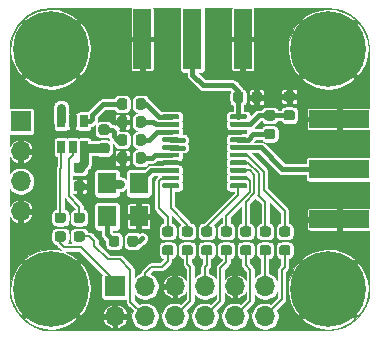
<source format=gbr>
%TF.GenerationSoftware,KiCad,Pcbnew,5.1.6-c6e7f7d~87~ubuntu18.04.1*%
%TF.CreationDate,2020-08-02T22:12:59+02:00*%
%TF.ProjectId,ad9834_eval,61643938-3334-45f6-9576-616c2e6b6963,rev?*%
%TF.SameCoordinates,Original*%
%TF.FileFunction,Copper,L1,Top*%
%TF.FilePolarity,Positive*%
%FSLAX46Y46*%
G04 Gerber Fmt 4.6, Leading zero omitted, Abs format (unit mm)*
G04 Created by KiCad (PCBNEW 5.1.6-c6e7f7d~87~ubuntu18.04.1) date 2020-08-02 22:12:59*
%MOMM*%
%LPD*%
G01*
G04 APERTURE LIST*
%TA.AperFunction,SMDPad,CuDef*%
%ADD10R,1.540000X1.800000*%
%TD*%
%TA.AperFunction,ComponentPad*%
%ADD11O,1.700000X1.700000*%
%TD*%
%TA.AperFunction,ComponentPad*%
%ADD12R,1.700000X1.700000*%
%TD*%
%TA.AperFunction,SMDPad,CuDef*%
%ADD13R,0.650000X1.060000*%
%TD*%
%TA.AperFunction,SMDPad,CuDef*%
%ADD14R,1.500000X5.080000*%
%TD*%
%TA.AperFunction,SMDPad,CuDef*%
%ADD15R,5.080000X1.500000*%
%TD*%
%TA.AperFunction,ComponentPad*%
%ADD16C,0.800000*%
%TD*%
%TA.AperFunction,ComponentPad*%
%ADD17C,6.400000*%
%TD*%
%TA.AperFunction,ViaPad*%
%ADD18C,0.304800*%
%TD*%
%TA.AperFunction,Conductor*%
%ADD19C,0.381000*%
%TD*%
%TA.AperFunction,Conductor*%
%ADD20C,0.762000*%
%TD*%
%TA.AperFunction,Conductor*%
%ADD21C,0.152400*%
%TD*%
%TA.AperFunction,Conductor*%
%ADD22C,0.101600*%
%TD*%
G04 APERTURE END LIST*
D10*
%TO.P,U5,4*%
%TO.N,DVDD*%
X79705200Y-85013800D03*
%TO.P,U5,3*%
%TO.N,Net-(U2-Pad8)*%
X82385200Y-85013800D03*
%TO.P,U5,2*%
%TO.N,GNDA*%
X82385200Y-87813800D03*
%TO.P,U5,1*%
%TO.N,Net-(R1-Pad1)*%
X79705200Y-87813800D03*
%TD*%
%TO.P,R16,2*%
%TO.N,GNDA*%
%TA.AperFunction,SMDPad,CuDef*%
G36*
G01*
X77086750Y-84830500D02*
X77599250Y-84830500D01*
G75*
G02*
X77818000Y-85049250I0J-218750D01*
G01*
X77818000Y-85486750D01*
G75*
G02*
X77599250Y-85705500I-218750J0D01*
G01*
X77086750Y-85705500D01*
G75*
G02*
X76868000Y-85486750I0J218750D01*
G01*
X76868000Y-85049250D01*
G75*
G02*
X77086750Y-84830500I218750J0D01*
G01*
G37*
%TD.AperFunction*%
%TO.P,R16,1*%
%TO.N,Net-(C4-Pad1)*%
%TA.AperFunction,SMDPad,CuDef*%
G36*
G01*
X77086750Y-83255500D02*
X77599250Y-83255500D01*
G75*
G02*
X77818000Y-83474250I0J-218750D01*
G01*
X77818000Y-83911750D01*
G75*
G02*
X77599250Y-84130500I-218750J0D01*
G01*
X77086750Y-84130500D01*
G75*
G02*
X76868000Y-83911750I0J218750D01*
G01*
X76868000Y-83474250D01*
G75*
G02*
X77086750Y-83255500I218750J0D01*
G01*
G37*
%TD.AperFunction*%
%TD*%
%TO.P,R11,2*%
%TO.N,Net-(C4-Pad1)*%
%TA.AperFunction,SMDPad,CuDef*%
G36*
G01*
X79182250Y-81604500D02*
X79694750Y-81604500D01*
G75*
G02*
X79913500Y-81823250I0J-218750D01*
G01*
X79913500Y-82260750D01*
G75*
G02*
X79694750Y-82479500I-218750J0D01*
G01*
X79182250Y-82479500D01*
G75*
G02*
X78963500Y-82260750I0J218750D01*
G01*
X78963500Y-81823250D01*
G75*
G02*
X79182250Y-81604500I218750J0D01*
G01*
G37*
%TD.AperFunction*%
%TO.P,R11,1*%
%TO.N,AVDD*%
%TA.AperFunction,SMDPad,CuDef*%
G36*
G01*
X79182250Y-80029500D02*
X79694750Y-80029500D01*
G75*
G02*
X79913500Y-80248250I0J-218750D01*
G01*
X79913500Y-80685750D01*
G75*
G02*
X79694750Y-80904500I-218750J0D01*
G01*
X79182250Y-80904500D01*
G75*
G02*
X78963500Y-80685750I0J218750D01*
G01*
X78963500Y-80248250D01*
G75*
G02*
X79182250Y-80029500I218750J0D01*
G01*
G37*
%TD.AperFunction*%
%TD*%
D11*
%TO.P,J1,12*%
%TO.N,Net-(J1-Pad12)*%
X93065600Y-96266000D03*
%TO.P,J1,11*%
%TO.N,Net-(J1-Pad11)*%
X93065600Y-93726000D03*
%TO.P,J1,10*%
%TO.N,Net-(J1-Pad10)*%
X90525600Y-96266000D03*
%TO.P,J1,9*%
%TO.N,GNDA*%
X90525600Y-93726000D03*
%TO.P,J1,8*%
%TO.N,Net-(J1-Pad8)*%
X87985600Y-96266000D03*
%TO.P,J1,7*%
%TO.N,Net-(J1-Pad7)*%
X87985600Y-93726000D03*
%TO.P,J1,6*%
%TO.N,Net-(J1-Pad6)*%
X85445600Y-96266000D03*
%TO.P,J1,5*%
%TO.N,GNDA*%
X85445600Y-93726000D03*
%TO.P,J1,4*%
%TO.N,Net-(J1-Pad4)*%
X82905600Y-96266000D03*
%TO.P,J1,3*%
%TO.N,Net-(J1-Pad3)*%
X82905600Y-93726000D03*
%TO.P,J1,2*%
%TO.N,GNDA*%
X80365600Y-96266000D03*
D12*
%TO.P,J1,1*%
%TO.N,Net-(J1-Pad1)*%
X80365600Y-93726000D03*
%TD*%
D13*
%TO.P,U3,5*%
%TO.N,SCL*%
X76774000Y-81956000D03*
%TO.P,U3,6*%
%TO.N,Net-(C4-Pad1)*%
X77724000Y-81956000D03*
%TO.P,U3,4*%
%TO.N,SDA*%
X75824000Y-81956000D03*
%TO.P,U3,3*%
%TO.N,AVDD*%
X75824000Y-79756000D03*
%TO.P,U3,2*%
%TO.N,GNDA*%
X76774000Y-79756000D03*
%TO.P,U3,1*%
%TO.N,FS_ADJ*%
X77724000Y-79756000D03*
%TD*%
D11*
%TO.P,J4,4*%
%TO.N,GNDA*%
X72390000Y-87376000D03*
%TO.P,J4,3*%
%TO.N,DVDD*%
X72390000Y-84836000D03*
%TO.P,J4,2*%
%TO.N,GNDA*%
X72390000Y-82296000D03*
D12*
%TO.P,J4,1*%
%TO.N,AVDD*%
X72390000Y-79756000D03*
%TD*%
%TO.P,R15,2*%
%TO.N,Net-(J1-Pad12)*%
%TA.AperFunction,SMDPad,CuDef*%
G36*
G01*
X94485750Y-90240500D02*
X94998250Y-90240500D01*
G75*
G02*
X95217000Y-90459250I0J-218750D01*
G01*
X95217000Y-90896750D01*
G75*
G02*
X94998250Y-91115500I-218750J0D01*
G01*
X94485750Y-91115500D01*
G75*
G02*
X94267000Y-90896750I0J218750D01*
G01*
X94267000Y-90459250D01*
G75*
G02*
X94485750Y-90240500I218750J0D01*
G01*
G37*
%TD.AperFunction*%
%TO.P,R15,1*%
%TO.N,FSYNC*%
%TA.AperFunction,SMDPad,CuDef*%
G36*
G01*
X94485750Y-88665500D02*
X94998250Y-88665500D01*
G75*
G02*
X95217000Y-88884250I0J-218750D01*
G01*
X95217000Y-89321750D01*
G75*
G02*
X94998250Y-89540500I-218750J0D01*
G01*
X94485750Y-89540500D01*
G75*
G02*
X94267000Y-89321750I0J218750D01*
G01*
X94267000Y-88884250D01*
G75*
G02*
X94485750Y-88665500I218750J0D01*
G01*
G37*
%TD.AperFunction*%
%TD*%
%TO.P,R14,2*%
%TO.N,Net-(J1-Pad10)*%
%TA.AperFunction,SMDPad,CuDef*%
G36*
G01*
X91183750Y-90240500D02*
X91696250Y-90240500D01*
G75*
G02*
X91915000Y-90459250I0J-218750D01*
G01*
X91915000Y-90896750D01*
G75*
G02*
X91696250Y-91115500I-218750J0D01*
G01*
X91183750Y-91115500D01*
G75*
G02*
X90965000Y-90896750I0J218750D01*
G01*
X90965000Y-90459250D01*
G75*
G02*
X91183750Y-90240500I218750J0D01*
G01*
G37*
%TD.AperFunction*%
%TO.P,R14,1*%
%TO.N,SDATA*%
%TA.AperFunction,SMDPad,CuDef*%
G36*
G01*
X91183750Y-88665500D02*
X91696250Y-88665500D01*
G75*
G02*
X91915000Y-88884250I0J-218750D01*
G01*
X91915000Y-89321750D01*
G75*
G02*
X91696250Y-89540500I-218750J0D01*
G01*
X91183750Y-89540500D01*
G75*
G02*
X90965000Y-89321750I0J218750D01*
G01*
X90965000Y-88884250D01*
G75*
G02*
X91183750Y-88665500I218750J0D01*
G01*
G37*
%TD.AperFunction*%
%TD*%
%TO.P,R13,2*%
%TO.N,Net-(J1-Pad8)*%
%TA.AperFunction,SMDPad,CuDef*%
G36*
G01*
X89532750Y-90240500D02*
X90045250Y-90240500D01*
G75*
G02*
X90264000Y-90459250I0J-218750D01*
G01*
X90264000Y-90896750D01*
G75*
G02*
X90045250Y-91115500I-218750J0D01*
G01*
X89532750Y-91115500D01*
G75*
G02*
X89314000Y-90896750I0J218750D01*
G01*
X89314000Y-90459250D01*
G75*
G02*
X89532750Y-90240500I218750J0D01*
G01*
G37*
%TD.AperFunction*%
%TO.P,R13,1*%
%TO.N,SLEEP*%
%TA.AperFunction,SMDPad,CuDef*%
G36*
G01*
X89532750Y-88665500D02*
X90045250Y-88665500D01*
G75*
G02*
X90264000Y-88884250I0J-218750D01*
G01*
X90264000Y-89321750D01*
G75*
G02*
X90045250Y-89540500I-218750J0D01*
G01*
X89532750Y-89540500D01*
G75*
G02*
X89314000Y-89321750I0J218750D01*
G01*
X89314000Y-88884250D01*
G75*
G02*
X89532750Y-88665500I218750J0D01*
G01*
G37*
%TD.AperFunction*%
%TD*%
%TO.P,R12,2*%
%TO.N,Net-(J1-Pad6)*%
%TA.AperFunction,SMDPad,CuDef*%
G36*
G01*
X86230750Y-90240500D02*
X86743250Y-90240500D01*
G75*
G02*
X86962000Y-90459250I0J-218750D01*
G01*
X86962000Y-90896750D01*
G75*
G02*
X86743250Y-91115500I-218750J0D01*
G01*
X86230750Y-91115500D01*
G75*
G02*
X86012000Y-90896750I0J218750D01*
G01*
X86012000Y-90459250D01*
G75*
G02*
X86230750Y-90240500I218750J0D01*
G01*
G37*
%TD.AperFunction*%
%TO.P,R12,1*%
%TO.N,PSELECT*%
%TA.AperFunction,SMDPad,CuDef*%
G36*
G01*
X86230750Y-88665500D02*
X86743250Y-88665500D01*
G75*
G02*
X86962000Y-88884250I0J-218750D01*
G01*
X86962000Y-89321750D01*
G75*
G02*
X86743250Y-89540500I-218750J0D01*
G01*
X86230750Y-89540500D01*
G75*
G02*
X86012000Y-89321750I0J218750D01*
G01*
X86012000Y-88884250D01*
G75*
G02*
X86230750Y-88665500I218750J0D01*
G01*
G37*
%TD.AperFunction*%
%TD*%
%TO.P,R10,2*%
%TO.N,SCK*%
%TA.AperFunction,SMDPad,CuDef*%
G36*
G01*
X93347250Y-89540500D02*
X92834750Y-89540500D01*
G75*
G02*
X92616000Y-89321750I0J218750D01*
G01*
X92616000Y-88884250D01*
G75*
G02*
X92834750Y-88665500I218750J0D01*
G01*
X93347250Y-88665500D01*
G75*
G02*
X93566000Y-88884250I0J-218750D01*
G01*
X93566000Y-89321750D01*
G75*
G02*
X93347250Y-89540500I-218750J0D01*
G01*
G37*
%TD.AperFunction*%
%TO.P,R10,1*%
%TO.N,Net-(J1-Pad11)*%
%TA.AperFunction,SMDPad,CuDef*%
G36*
G01*
X93347250Y-91115500D02*
X92834750Y-91115500D01*
G75*
G02*
X92616000Y-90896750I0J218750D01*
G01*
X92616000Y-90459250D01*
G75*
G02*
X92834750Y-90240500I218750J0D01*
G01*
X93347250Y-90240500D01*
G75*
G02*
X93566000Y-90459250I0J-218750D01*
G01*
X93566000Y-90896750D01*
G75*
G02*
X93347250Y-91115500I-218750J0D01*
G01*
G37*
%TD.AperFunction*%
%TD*%
%TO.P,R9,2*%
%TO.N,RESET*%
%TA.AperFunction,SMDPad,CuDef*%
G36*
G01*
X88394250Y-89540500D02*
X87881750Y-89540500D01*
G75*
G02*
X87663000Y-89321750I0J218750D01*
G01*
X87663000Y-88884250D01*
G75*
G02*
X87881750Y-88665500I218750J0D01*
G01*
X88394250Y-88665500D01*
G75*
G02*
X88613000Y-88884250I0J-218750D01*
G01*
X88613000Y-89321750D01*
G75*
G02*
X88394250Y-89540500I-218750J0D01*
G01*
G37*
%TD.AperFunction*%
%TO.P,R9,1*%
%TO.N,Net-(J1-Pad7)*%
%TA.AperFunction,SMDPad,CuDef*%
G36*
G01*
X88394250Y-91115500D02*
X87881750Y-91115500D01*
G75*
G02*
X87663000Y-90896750I0J218750D01*
G01*
X87663000Y-90459250D01*
G75*
G02*
X87881750Y-90240500I218750J0D01*
G01*
X88394250Y-90240500D01*
G75*
G02*
X88613000Y-90459250I0J-218750D01*
G01*
X88613000Y-90896750D01*
G75*
G02*
X88394250Y-91115500I-218750J0D01*
G01*
G37*
%TD.AperFunction*%
%TD*%
%TO.P,R8,2*%
%TO.N,FSELECT*%
%TA.AperFunction,SMDPad,CuDef*%
G36*
G01*
X85092250Y-89540500D02*
X84579750Y-89540500D01*
G75*
G02*
X84361000Y-89321750I0J218750D01*
G01*
X84361000Y-88884250D01*
G75*
G02*
X84579750Y-88665500I218750J0D01*
G01*
X85092250Y-88665500D01*
G75*
G02*
X85311000Y-88884250I0J-218750D01*
G01*
X85311000Y-89321750D01*
G75*
G02*
X85092250Y-89540500I-218750J0D01*
G01*
G37*
%TD.AperFunction*%
%TO.P,R8,1*%
%TO.N,Net-(J1-Pad3)*%
%TA.AperFunction,SMDPad,CuDef*%
G36*
G01*
X85092250Y-91115500D02*
X84579750Y-91115500D01*
G75*
G02*
X84361000Y-90896750I0J218750D01*
G01*
X84361000Y-90459250D01*
G75*
G02*
X84579750Y-90240500I218750J0D01*
G01*
X85092250Y-90240500D01*
G75*
G02*
X85311000Y-90459250I0J-218750D01*
G01*
X85311000Y-90896750D01*
G75*
G02*
X85092250Y-91115500I-218750J0D01*
G01*
G37*
%TD.AperFunction*%
%TD*%
%TO.P,R7,2*%
%TO.N,SCL*%
%TA.AperFunction,SMDPad,CuDef*%
G36*
G01*
X77599250Y-88372300D02*
X77086750Y-88372300D01*
G75*
G02*
X76868000Y-88153550I0J218750D01*
G01*
X76868000Y-87716050D01*
G75*
G02*
X77086750Y-87497300I218750J0D01*
G01*
X77599250Y-87497300D01*
G75*
G02*
X77818000Y-87716050I0J-218750D01*
G01*
X77818000Y-88153550D01*
G75*
G02*
X77599250Y-88372300I-218750J0D01*
G01*
G37*
%TD.AperFunction*%
%TO.P,R7,1*%
%TO.N,Net-(J1-Pad4)*%
%TA.AperFunction,SMDPad,CuDef*%
G36*
G01*
X77599250Y-89947300D02*
X77086750Y-89947300D01*
G75*
G02*
X76868000Y-89728550I0J218750D01*
G01*
X76868000Y-89291050D01*
G75*
G02*
X77086750Y-89072300I218750J0D01*
G01*
X77599250Y-89072300D01*
G75*
G02*
X77818000Y-89291050I0J-218750D01*
G01*
X77818000Y-89728550D01*
G75*
G02*
X77599250Y-89947300I-218750J0D01*
G01*
G37*
%TD.AperFunction*%
%TD*%
%TO.P,R6,2*%
%TO.N,SDA*%
%TA.AperFunction,SMDPad,CuDef*%
G36*
G01*
X75999050Y-88372300D02*
X75486550Y-88372300D01*
G75*
G02*
X75267800Y-88153550I0J218750D01*
G01*
X75267800Y-87716050D01*
G75*
G02*
X75486550Y-87497300I218750J0D01*
G01*
X75999050Y-87497300D01*
G75*
G02*
X76217800Y-87716050I0J-218750D01*
G01*
X76217800Y-88153550D01*
G75*
G02*
X75999050Y-88372300I-218750J0D01*
G01*
G37*
%TD.AperFunction*%
%TO.P,R6,1*%
%TO.N,Net-(J1-Pad1)*%
%TA.AperFunction,SMDPad,CuDef*%
G36*
G01*
X75999050Y-89947300D02*
X75486550Y-89947300D01*
G75*
G02*
X75267800Y-89728550I0J218750D01*
G01*
X75267800Y-89291050D01*
G75*
G02*
X75486550Y-89072300I218750J0D01*
G01*
X75999050Y-89072300D01*
G75*
G02*
X76217800Y-89291050I0J-218750D01*
G01*
X76217800Y-89728550D01*
G75*
G02*
X75999050Y-89947300I-218750J0D01*
G01*
G37*
%TD.AperFunction*%
%TD*%
D14*
%TO.P,J3,1*%
%TO.N,Net-(J3-Pad1)*%
X86931500Y-72796400D03*
%TO.P,J3,2*%
%TO.N,GNDA*%
X82681500Y-72796400D03*
X91181500Y-72796400D03*
%TD*%
D15*
%TO.P,J2,1*%
%TO.N,Net-(J2-Pad1)*%
X99377500Y-83820000D03*
%TO.P,J2,2*%
%TO.N,GNDA*%
X99377500Y-79570000D03*
X99377500Y-88070000D03*
%TD*%
%TO.P,U2,20*%
%TO.N,Net-(J3-Pad1)*%
%TA.AperFunction,SMDPad,CuDef*%
G36*
G01*
X90077500Y-79475000D02*
X90077500Y-79275000D01*
G75*
G02*
X90177500Y-79175000I100000J0D01*
G01*
X91452500Y-79175000D01*
G75*
G02*
X91552500Y-79275000I0J-100000D01*
G01*
X91552500Y-79475000D01*
G75*
G02*
X91452500Y-79575000I-100000J0D01*
G01*
X90177500Y-79575000D01*
G75*
G02*
X90077500Y-79475000I0J100000D01*
G01*
G37*
%TD.AperFunction*%
%TO.P,U2,19*%
%TO.N,Net-(R2-Pad1)*%
%TA.AperFunction,SMDPad,CuDef*%
G36*
G01*
X90077500Y-80125000D02*
X90077500Y-79925000D01*
G75*
G02*
X90177500Y-79825000I100000J0D01*
G01*
X91452500Y-79825000D01*
G75*
G02*
X91552500Y-79925000I0J-100000D01*
G01*
X91552500Y-80125000D01*
G75*
G02*
X91452500Y-80225000I-100000J0D01*
G01*
X90177500Y-80225000D01*
G75*
G02*
X90077500Y-80125000I0J100000D01*
G01*
G37*
%TD.AperFunction*%
%TO.P,U2,18*%
%TO.N,GNDA*%
%TA.AperFunction,SMDPad,CuDef*%
G36*
G01*
X90077500Y-80775000D02*
X90077500Y-80575000D01*
G75*
G02*
X90177500Y-80475000I100000J0D01*
G01*
X91452500Y-80475000D01*
G75*
G02*
X91552500Y-80575000I0J-100000D01*
G01*
X91552500Y-80775000D01*
G75*
G02*
X91452500Y-80875000I-100000J0D01*
G01*
X90177500Y-80875000D01*
G75*
G02*
X90077500Y-80775000I0J100000D01*
G01*
G37*
%TD.AperFunction*%
%TO.P,U2,17*%
%TO.N,Net-(R2-Pad2)*%
%TA.AperFunction,SMDPad,CuDef*%
G36*
G01*
X90077500Y-81425000D02*
X90077500Y-81225000D01*
G75*
G02*
X90177500Y-81125000I100000J0D01*
G01*
X91452500Y-81125000D01*
G75*
G02*
X91552500Y-81225000I0J-100000D01*
G01*
X91552500Y-81425000D01*
G75*
G02*
X91452500Y-81525000I-100000J0D01*
G01*
X90177500Y-81525000D01*
G75*
G02*
X90077500Y-81425000I0J100000D01*
G01*
G37*
%TD.AperFunction*%
%TO.P,U2,16*%
%TO.N,Net-(J2-Pad1)*%
%TA.AperFunction,SMDPad,CuDef*%
G36*
G01*
X90077500Y-82075000D02*
X90077500Y-81875000D01*
G75*
G02*
X90177500Y-81775000I100000J0D01*
G01*
X91452500Y-81775000D01*
G75*
G02*
X91552500Y-81875000I0J-100000D01*
G01*
X91552500Y-82075000D01*
G75*
G02*
X91452500Y-82175000I-100000J0D01*
G01*
X90177500Y-82175000D01*
G75*
G02*
X90077500Y-82075000I0J100000D01*
G01*
G37*
%TD.AperFunction*%
%TO.P,U2,15*%
%TO.N,FSYNC*%
%TA.AperFunction,SMDPad,CuDef*%
G36*
G01*
X90077500Y-82725000D02*
X90077500Y-82525000D01*
G75*
G02*
X90177500Y-82425000I100000J0D01*
G01*
X91452500Y-82425000D01*
G75*
G02*
X91552500Y-82525000I0J-100000D01*
G01*
X91552500Y-82725000D01*
G75*
G02*
X91452500Y-82825000I-100000J0D01*
G01*
X90177500Y-82825000D01*
G75*
G02*
X90077500Y-82725000I0J100000D01*
G01*
G37*
%TD.AperFunction*%
%TO.P,U2,14*%
%TO.N,SCK*%
%TA.AperFunction,SMDPad,CuDef*%
G36*
G01*
X90077500Y-83375000D02*
X90077500Y-83175000D01*
G75*
G02*
X90177500Y-83075000I100000J0D01*
G01*
X91452500Y-83075000D01*
G75*
G02*
X91552500Y-83175000I0J-100000D01*
G01*
X91552500Y-83375000D01*
G75*
G02*
X91452500Y-83475000I-100000J0D01*
G01*
X90177500Y-83475000D01*
G75*
G02*
X90077500Y-83375000I0J100000D01*
G01*
G37*
%TD.AperFunction*%
%TO.P,U2,13*%
%TO.N,SDATA*%
%TA.AperFunction,SMDPad,CuDef*%
G36*
G01*
X90077500Y-84025000D02*
X90077500Y-83825000D01*
G75*
G02*
X90177500Y-83725000I100000J0D01*
G01*
X91452500Y-83725000D01*
G75*
G02*
X91552500Y-83825000I0J-100000D01*
G01*
X91552500Y-84025000D01*
G75*
G02*
X91452500Y-84125000I-100000J0D01*
G01*
X90177500Y-84125000D01*
G75*
G02*
X90077500Y-84025000I0J100000D01*
G01*
G37*
%TD.AperFunction*%
%TO.P,U2,12*%
%TO.N,SLEEP*%
%TA.AperFunction,SMDPad,CuDef*%
G36*
G01*
X90077500Y-84675000D02*
X90077500Y-84475000D01*
G75*
G02*
X90177500Y-84375000I100000J0D01*
G01*
X91452500Y-84375000D01*
G75*
G02*
X91552500Y-84475000I0J-100000D01*
G01*
X91552500Y-84675000D01*
G75*
G02*
X91452500Y-84775000I-100000J0D01*
G01*
X90177500Y-84775000D01*
G75*
G02*
X90077500Y-84675000I0J100000D01*
G01*
G37*
%TD.AperFunction*%
%TO.P,U2,11*%
%TO.N,RESET*%
%TA.AperFunction,SMDPad,CuDef*%
G36*
G01*
X90077500Y-85325000D02*
X90077500Y-85125000D01*
G75*
G02*
X90177500Y-85025000I100000J0D01*
G01*
X91452500Y-85025000D01*
G75*
G02*
X91552500Y-85125000I0J-100000D01*
G01*
X91552500Y-85325000D01*
G75*
G02*
X91452500Y-85425000I-100000J0D01*
G01*
X90177500Y-85425000D01*
G75*
G02*
X90077500Y-85325000I0J100000D01*
G01*
G37*
%TD.AperFunction*%
%TO.P,U2,10*%
%TO.N,PSELECT*%
%TA.AperFunction,SMDPad,CuDef*%
G36*
G01*
X84352500Y-85325000D02*
X84352500Y-85125000D01*
G75*
G02*
X84452500Y-85025000I100000J0D01*
G01*
X85727500Y-85025000D01*
G75*
G02*
X85827500Y-85125000I0J-100000D01*
G01*
X85827500Y-85325000D01*
G75*
G02*
X85727500Y-85425000I-100000J0D01*
G01*
X84452500Y-85425000D01*
G75*
G02*
X84352500Y-85325000I0J100000D01*
G01*
G37*
%TD.AperFunction*%
%TO.P,U2,9*%
%TO.N,FSELECT*%
%TA.AperFunction,SMDPad,CuDef*%
G36*
G01*
X84352500Y-84675000D02*
X84352500Y-84475000D01*
G75*
G02*
X84452500Y-84375000I100000J0D01*
G01*
X85727500Y-84375000D01*
G75*
G02*
X85827500Y-84475000I0J-100000D01*
G01*
X85827500Y-84675000D01*
G75*
G02*
X85727500Y-84775000I-100000J0D01*
G01*
X84452500Y-84775000D01*
G75*
G02*
X84352500Y-84675000I0J100000D01*
G01*
G37*
%TD.AperFunction*%
%TO.P,U2,8*%
%TO.N,Net-(U2-Pad8)*%
%TA.AperFunction,SMDPad,CuDef*%
G36*
G01*
X84352500Y-84025000D02*
X84352500Y-83825000D01*
G75*
G02*
X84452500Y-83725000I100000J0D01*
G01*
X85727500Y-83725000D01*
G75*
G02*
X85827500Y-83825000I0J-100000D01*
G01*
X85827500Y-84025000D01*
G75*
G02*
X85727500Y-84125000I-100000J0D01*
G01*
X84452500Y-84125000D01*
G75*
G02*
X84352500Y-84025000I0J100000D01*
G01*
G37*
%TD.AperFunction*%
%TO.P,U2,7*%
%TO.N,GNDA*%
%TA.AperFunction,SMDPad,CuDef*%
G36*
G01*
X84352500Y-83375000D02*
X84352500Y-83175000D01*
G75*
G02*
X84452500Y-83075000I100000J0D01*
G01*
X85727500Y-83075000D01*
G75*
G02*
X85827500Y-83175000I0J-100000D01*
G01*
X85827500Y-83375000D01*
G75*
G02*
X85727500Y-83475000I-100000J0D01*
G01*
X84452500Y-83475000D01*
G75*
G02*
X84352500Y-83375000I0J100000D01*
G01*
G37*
%TD.AperFunction*%
%TO.P,U2,6*%
%TO.N,Net-(C1-Pad1)*%
%TA.AperFunction,SMDPad,CuDef*%
G36*
G01*
X84352500Y-82725000D02*
X84352500Y-82525000D01*
G75*
G02*
X84452500Y-82425000I100000J0D01*
G01*
X85727500Y-82425000D01*
G75*
G02*
X85827500Y-82525000I0J-100000D01*
G01*
X85827500Y-82725000D01*
G75*
G02*
X85727500Y-82825000I-100000J0D01*
G01*
X84452500Y-82825000D01*
G75*
G02*
X84352500Y-82725000I0J100000D01*
G01*
G37*
%TD.AperFunction*%
%TO.P,U2,5*%
%TO.N,DVDD*%
%TA.AperFunction,SMDPad,CuDef*%
G36*
G01*
X84352500Y-82075000D02*
X84352500Y-81875000D01*
G75*
G02*
X84452500Y-81775000I100000J0D01*
G01*
X85727500Y-81775000D01*
G75*
G02*
X85827500Y-81875000I0J-100000D01*
G01*
X85827500Y-82075000D01*
G75*
G02*
X85727500Y-82175000I-100000J0D01*
G01*
X84452500Y-82175000D01*
G75*
G02*
X84352500Y-82075000I0J100000D01*
G01*
G37*
%TD.AperFunction*%
%TO.P,U2,4*%
%TO.N,AVDD*%
%TA.AperFunction,SMDPad,CuDef*%
G36*
G01*
X84352500Y-81425000D02*
X84352500Y-81225000D01*
G75*
G02*
X84452500Y-81125000I100000J0D01*
G01*
X85727500Y-81125000D01*
G75*
G02*
X85827500Y-81225000I0J-100000D01*
G01*
X85827500Y-81425000D01*
G75*
G02*
X85727500Y-81525000I-100000J0D01*
G01*
X84452500Y-81525000D01*
G75*
G02*
X84352500Y-81425000I0J100000D01*
G01*
G37*
%TD.AperFunction*%
%TO.P,U2,3*%
%TO.N,Net-(C2-Pad2)*%
%TA.AperFunction,SMDPad,CuDef*%
G36*
G01*
X84352500Y-80775000D02*
X84352500Y-80575000D01*
G75*
G02*
X84452500Y-80475000I100000J0D01*
G01*
X85727500Y-80475000D01*
G75*
G02*
X85827500Y-80575000I0J-100000D01*
G01*
X85827500Y-80775000D01*
G75*
G02*
X85727500Y-80875000I-100000J0D01*
G01*
X84452500Y-80875000D01*
G75*
G02*
X84352500Y-80775000I0J100000D01*
G01*
G37*
%TD.AperFunction*%
%TO.P,U2,2*%
%TO.N,Net-(C3-Pad2)*%
%TA.AperFunction,SMDPad,CuDef*%
G36*
G01*
X84352500Y-80125000D02*
X84352500Y-79925000D01*
G75*
G02*
X84452500Y-79825000I100000J0D01*
G01*
X85727500Y-79825000D01*
G75*
G02*
X85827500Y-79925000I0J-100000D01*
G01*
X85827500Y-80125000D01*
G75*
G02*
X85727500Y-80225000I-100000J0D01*
G01*
X84452500Y-80225000D01*
G75*
G02*
X84352500Y-80125000I0J100000D01*
G01*
G37*
%TD.AperFunction*%
%TO.P,U2,1*%
%TO.N,Net-(R3-Pad2)*%
%TA.AperFunction,SMDPad,CuDef*%
G36*
G01*
X84352500Y-79475000D02*
X84352500Y-79275000D01*
G75*
G02*
X84452500Y-79175000I100000J0D01*
G01*
X85727500Y-79175000D01*
G75*
G02*
X85827500Y-79275000I0J-100000D01*
G01*
X85827500Y-79475000D01*
G75*
G02*
X85727500Y-79575000I-100000J0D01*
G01*
X84452500Y-79575000D01*
G75*
G02*
X84352500Y-79475000I0J100000D01*
G01*
G37*
%TD.AperFunction*%
%TD*%
%TO.P,R5,2*%
%TO.N,GNDA*%
%TA.AperFunction,SMDPad,CuDef*%
G36*
G01*
X91942500Y-77980250D02*
X91942500Y-77467750D01*
G75*
G02*
X92161250Y-77249000I218750J0D01*
G01*
X92598750Y-77249000D01*
G75*
G02*
X92817500Y-77467750I0J-218750D01*
G01*
X92817500Y-77980250D01*
G75*
G02*
X92598750Y-78199000I-218750J0D01*
G01*
X92161250Y-78199000D01*
G75*
G02*
X91942500Y-77980250I0J218750D01*
G01*
G37*
%TD.AperFunction*%
%TO.P,R5,1*%
%TO.N,Net-(J3-Pad1)*%
%TA.AperFunction,SMDPad,CuDef*%
G36*
G01*
X90367500Y-77980250D02*
X90367500Y-77467750D01*
G75*
G02*
X90586250Y-77249000I218750J0D01*
G01*
X91023750Y-77249000D01*
G75*
G02*
X91242500Y-77467750I0J-218750D01*
G01*
X91242500Y-77980250D01*
G75*
G02*
X91023750Y-78199000I-218750J0D01*
G01*
X90586250Y-78199000D01*
G75*
G02*
X90367500Y-77980250I0J218750D01*
G01*
G37*
%TD.AperFunction*%
%TD*%
%TO.P,R4,2*%
%TO.N,GNDA*%
%TA.AperFunction,SMDPad,CuDef*%
G36*
G01*
X95379250Y-78110500D02*
X94866750Y-78110500D01*
G75*
G02*
X94648000Y-77891750I0J218750D01*
G01*
X94648000Y-77454250D01*
G75*
G02*
X94866750Y-77235500I218750J0D01*
G01*
X95379250Y-77235500D01*
G75*
G02*
X95598000Y-77454250I0J-218750D01*
G01*
X95598000Y-77891750D01*
G75*
G02*
X95379250Y-78110500I-218750J0D01*
G01*
G37*
%TD.AperFunction*%
%TO.P,R4,1*%
%TO.N,Net-(R2-Pad1)*%
%TA.AperFunction,SMDPad,CuDef*%
G36*
G01*
X95379250Y-79685500D02*
X94866750Y-79685500D01*
G75*
G02*
X94648000Y-79466750I0J218750D01*
G01*
X94648000Y-79029250D01*
G75*
G02*
X94866750Y-78810500I218750J0D01*
G01*
X95379250Y-78810500D01*
G75*
G02*
X95598000Y-79029250I0J-218750D01*
G01*
X95598000Y-79466750D01*
G75*
G02*
X95379250Y-79685500I-218750J0D01*
G01*
G37*
%TD.AperFunction*%
%TD*%
%TO.P,R3,2*%
%TO.N,Net-(R3-Pad2)*%
%TA.AperFunction,SMDPad,CuDef*%
G36*
G01*
X82112500Y-78551750D02*
X82112500Y-78039250D01*
G75*
G02*
X82331250Y-77820500I218750J0D01*
G01*
X82768750Y-77820500D01*
G75*
G02*
X82987500Y-78039250I0J-218750D01*
G01*
X82987500Y-78551750D01*
G75*
G02*
X82768750Y-78770500I-218750J0D01*
G01*
X82331250Y-78770500D01*
G75*
G02*
X82112500Y-78551750I0J218750D01*
G01*
G37*
%TD.AperFunction*%
%TO.P,R3,1*%
%TO.N,FS_ADJ*%
%TA.AperFunction,SMDPad,CuDef*%
G36*
G01*
X80537500Y-78551750D02*
X80537500Y-78039250D01*
G75*
G02*
X80756250Y-77820500I218750J0D01*
G01*
X81193750Y-77820500D01*
G75*
G02*
X81412500Y-78039250I0J-218750D01*
G01*
X81412500Y-78551750D01*
G75*
G02*
X81193750Y-78770500I-218750J0D01*
G01*
X80756250Y-78770500D01*
G75*
G02*
X80537500Y-78551750I0J218750D01*
G01*
G37*
%TD.AperFunction*%
%TD*%
%TO.P,R2,2*%
%TO.N,Net-(R2-Pad2)*%
%TA.AperFunction,SMDPad,CuDef*%
G36*
G01*
X93215750Y-80398000D02*
X93728250Y-80398000D01*
G75*
G02*
X93947000Y-80616750I0J-218750D01*
G01*
X93947000Y-81054250D01*
G75*
G02*
X93728250Y-81273000I-218750J0D01*
G01*
X93215750Y-81273000D01*
G75*
G02*
X92997000Y-81054250I0J218750D01*
G01*
X92997000Y-80616750D01*
G75*
G02*
X93215750Y-80398000I218750J0D01*
G01*
G37*
%TD.AperFunction*%
%TO.P,R2,1*%
%TO.N,Net-(R2-Pad1)*%
%TA.AperFunction,SMDPad,CuDef*%
G36*
G01*
X93215750Y-78823000D02*
X93728250Y-78823000D01*
G75*
G02*
X93947000Y-79041750I0J-218750D01*
G01*
X93947000Y-79479250D01*
G75*
G02*
X93728250Y-79698000I-218750J0D01*
G01*
X93215750Y-79698000D01*
G75*
G02*
X92997000Y-79479250I0J218750D01*
G01*
X92997000Y-79041750D01*
G75*
G02*
X93215750Y-78823000I218750J0D01*
G01*
G37*
%TD.AperFunction*%
%TD*%
%TO.P,R1,2*%
%TO.N,DVDD*%
%TA.AperFunction,SMDPad,CuDef*%
G36*
G01*
X81426700Y-90172250D02*
X81426700Y-89659750D01*
G75*
G02*
X81645450Y-89441000I218750J0D01*
G01*
X82082950Y-89441000D01*
G75*
G02*
X82301700Y-89659750I0J-218750D01*
G01*
X82301700Y-90172250D01*
G75*
G02*
X82082950Y-90391000I-218750J0D01*
G01*
X81645450Y-90391000D01*
G75*
G02*
X81426700Y-90172250I0J218750D01*
G01*
G37*
%TD.AperFunction*%
%TO.P,R1,1*%
%TO.N,Net-(R1-Pad1)*%
%TA.AperFunction,SMDPad,CuDef*%
G36*
G01*
X79851700Y-90172250D02*
X79851700Y-89659750D01*
G75*
G02*
X80070450Y-89441000I218750J0D01*
G01*
X80507950Y-89441000D01*
G75*
G02*
X80726700Y-89659750I0J-218750D01*
G01*
X80726700Y-90172250D01*
G75*
G02*
X80507950Y-90391000I-218750J0D01*
G01*
X80070450Y-90391000D01*
G75*
G02*
X79851700Y-90172250I0J218750D01*
G01*
G37*
%TD.AperFunction*%
%TD*%
D16*
%TO.P,H4,1*%
%TO.N,GNDA*%
X76627056Y-71962944D03*
X74930000Y-71260000D03*
X73232944Y-71962944D03*
X72530000Y-73660000D03*
X73232944Y-75357056D03*
X74930000Y-76060000D03*
X76627056Y-75357056D03*
X77330000Y-73660000D03*
D17*
X74930000Y-73660000D03*
%TD*%
D16*
%TO.P,H3,1*%
%TO.N,GNDA*%
X76627056Y-92282944D03*
X74930000Y-91580000D03*
X73232944Y-92282944D03*
X72530000Y-93980000D03*
X73232944Y-95677056D03*
X74930000Y-96380000D03*
X76627056Y-95677056D03*
X77330000Y-93980000D03*
D17*
X74930000Y-93980000D03*
%TD*%
D16*
%TO.P,H2,1*%
%TO.N,GNDA*%
X100122056Y-92282944D03*
X98425000Y-91580000D03*
X96727944Y-92282944D03*
X96025000Y-93980000D03*
X96727944Y-95677056D03*
X98425000Y-96380000D03*
X100122056Y-95677056D03*
X100825000Y-93980000D03*
D17*
X98425000Y-93980000D03*
%TD*%
D16*
%TO.P,H1,1*%
%TO.N,GNDA*%
X100122056Y-71962944D03*
X98425000Y-71260000D03*
X96727944Y-71962944D03*
X96025000Y-73660000D03*
X96727944Y-75357056D03*
X98425000Y-76060000D03*
X100122056Y-75357056D03*
X100825000Y-73660000D03*
D17*
X98425000Y-73660000D03*
%TD*%
%TO.P,C3,2*%
%TO.N,Net-(C3-Pad2)*%
%TA.AperFunction,SMDPad,CuDef*%
G36*
G01*
X82112500Y-80075750D02*
X82112500Y-79563250D01*
G75*
G02*
X82331250Y-79344500I218750J0D01*
G01*
X82768750Y-79344500D01*
G75*
G02*
X82987500Y-79563250I0J-218750D01*
G01*
X82987500Y-80075750D01*
G75*
G02*
X82768750Y-80294500I-218750J0D01*
G01*
X82331250Y-80294500D01*
G75*
G02*
X82112500Y-80075750I0J218750D01*
G01*
G37*
%TD.AperFunction*%
%TO.P,C3,1*%
%TO.N,GNDA*%
%TA.AperFunction,SMDPad,CuDef*%
G36*
G01*
X80537500Y-80075750D02*
X80537500Y-79563250D01*
G75*
G02*
X80756250Y-79344500I218750J0D01*
G01*
X81193750Y-79344500D01*
G75*
G02*
X81412500Y-79563250I0J-218750D01*
G01*
X81412500Y-80075750D01*
G75*
G02*
X81193750Y-80294500I-218750J0D01*
G01*
X80756250Y-80294500D01*
G75*
G02*
X80537500Y-80075750I0J218750D01*
G01*
G37*
%TD.AperFunction*%
%TD*%
%TO.P,C2,2*%
%TO.N,Net-(C2-Pad2)*%
%TA.AperFunction,SMDPad,CuDef*%
G36*
G01*
X82112500Y-81599750D02*
X82112500Y-81087250D01*
G75*
G02*
X82331250Y-80868500I218750J0D01*
G01*
X82768750Y-80868500D01*
G75*
G02*
X82987500Y-81087250I0J-218750D01*
G01*
X82987500Y-81599750D01*
G75*
G02*
X82768750Y-81818500I-218750J0D01*
G01*
X82331250Y-81818500D01*
G75*
G02*
X82112500Y-81599750I0J218750D01*
G01*
G37*
%TD.AperFunction*%
%TO.P,C2,1*%
%TO.N,AVDD*%
%TA.AperFunction,SMDPad,CuDef*%
G36*
G01*
X80537500Y-81599750D02*
X80537500Y-81087250D01*
G75*
G02*
X80756250Y-80868500I218750J0D01*
G01*
X81193750Y-80868500D01*
G75*
G02*
X81412500Y-81087250I0J-218750D01*
G01*
X81412500Y-81599750D01*
G75*
G02*
X81193750Y-81818500I-218750J0D01*
G01*
X80756250Y-81818500D01*
G75*
G02*
X80537500Y-81599750I0J218750D01*
G01*
G37*
%TD.AperFunction*%
%TD*%
%TO.P,C1,2*%
%TO.N,GNDA*%
%TA.AperFunction,SMDPad,CuDef*%
G36*
G01*
X81412500Y-82611250D02*
X81412500Y-83123750D01*
G75*
G02*
X81193750Y-83342500I-218750J0D01*
G01*
X80756250Y-83342500D01*
G75*
G02*
X80537500Y-83123750I0J218750D01*
G01*
X80537500Y-82611250D01*
G75*
G02*
X80756250Y-82392500I218750J0D01*
G01*
X81193750Y-82392500D01*
G75*
G02*
X81412500Y-82611250I0J-218750D01*
G01*
G37*
%TD.AperFunction*%
%TO.P,C1,1*%
%TO.N,Net-(C1-Pad1)*%
%TA.AperFunction,SMDPad,CuDef*%
G36*
G01*
X82987500Y-82611250D02*
X82987500Y-83123750D01*
G75*
G02*
X82768750Y-83342500I-218750J0D01*
G01*
X82331250Y-83342500D01*
G75*
G02*
X82112500Y-83123750I0J218750D01*
G01*
X82112500Y-82611250D01*
G75*
G02*
X82331250Y-82392500I218750J0D01*
G01*
X82768750Y-82392500D01*
G75*
G02*
X82987500Y-82611250I0J-218750D01*
G01*
G37*
%TD.AperFunction*%
%TD*%
D18*
%TO.N,AVDD*%
X75819000Y-78613000D03*
X75819000Y-78994000D03*
X80264000Y-81026000D03*
X86156800Y-81330800D03*
X80264000Y-80645000D03*
X85598000Y-81330800D03*
%TO.N,GNDA*%
X80518000Y-75438000D03*
X79375000Y-75438000D03*
X80518000Y-76454000D03*
X79375000Y-76454000D03*
X94361000Y-85217000D03*
X95504000Y-85217000D03*
X95504000Y-86360000D03*
X94361000Y-86360000D03*
X83185000Y-86487000D03*
X82550000Y-86487000D03*
X81915000Y-86487000D03*
X78994000Y-79502000D03*
X77978000Y-86106000D03*
X77406500Y-86106000D03*
X77343000Y-78740000D03*
X77978000Y-78740000D03*
X76708000Y-78740000D03*
X79502000Y-79502000D03*
X80010000Y-79502000D03*
X80391000Y-83629500D03*
X88036400Y-82397600D03*
X86461600Y-83870800D03*
X88036400Y-83108800D03*
X87223600Y-83870800D03*
X88036400Y-83870800D03*
X88036400Y-80975200D03*
X88036400Y-80264000D03*
X86664800Y-79603600D03*
X87325200Y-79603600D03*
X88036400Y-79603600D03*
X86614000Y-87376000D03*
X87122000Y-87376000D03*
X93980000Y-77216000D03*
X93472000Y-77216000D03*
X93472000Y-77724000D03*
X93980000Y-77724000D03*
X86614000Y-87884000D03*
X87122000Y-87884000D03*
X80899000Y-83629500D03*
%TO.N,DVDD*%
X80772000Y-85090000D03*
X82677000Y-89662000D03*
X86156800Y-81991200D03*
X85598000Y-81978500D03*
%TO.N,Net-(C4-Pad1)*%
X77724000Y-82677000D03*
%TD*%
D19*
%TO.N,Net-(C1-Pad1)*%
X82550000Y-82867500D02*
X83502500Y-82867500D01*
X83745000Y-82625000D02*
X85090000Y-82625000D01*
X83502500Y-82867500D02*
X83745000Y-82625000D01*
%TO.N,Net-(C2-Pad2)*%
X82550000Y-81343500D02*
X83248500Y-81343500D01*
X83917000Y-80675000D02*
X85090000Y-80675000D01*
X83248500Y-81343500D02*
X83917000Y-80675000D01*
%TO.N,AVDD*%
X85095800Y-81330800D02*
X85090000Y-81325000D01*
X86156800Y-81330800D02*
X85095800Y-81330800D01*
X80581500Y-81343500D02*
X80264000Y-81026000D01*
X80975000Y-81343500D02*
X80581500Y-81343500D01*
X80264000Y-81026000D02*
X80264000Y-80645000D01*
X80264000Y-80645000D02*
X80086000Y-80467000D01*
X80086000Y-80467000D02*
X79438500Y-80467000D01*
D20*
X75819000Y-79751000D02*
X75824000Y-79756000D01*
X75819000Y-78613000D02*
X75819000Y-79751000D01*
D19*
%TO.N,Net-(C3-Pad2)*%
X82550000Y-79819500D02*
X83629500Y-79819500D01*
X83835000Y-80025000D02*
X85090000Y-80025000D01*
X83629500Y-79819500D02*
X83835000Y-80025000D01*
%TO.N,DVDD*%
X85106200Y-81991200D02*
X85090000Y-81975000D01*
X86156800Y-81991200D02*
X85106200Y-81991200D01*
X82423000Y-89916000D02*
X82677000Y-89662000D01*
X81864200Y-89916000D02*
X82423000Y-89916000D01*
D20*
X79781400Y-85090000D02*
X79705200Y-85013800D01*
X80772000Y-85090000D02*
X79781400Y-85090000D01*
D19*
%TO.N,Net-(J2-Pad1)*%
X90815000Y-81975000D02*
X92706500Y-81975000D01*
X92706500Y-81975000D02*
X94551500Y-83820000D01*
X94551500Y-83820000D02*
X99377500Y-83820000D01*
%TO.N,Net-(J3-Pad1)*%
X90815000Y-77734000D02*
X90805000Y-77724000D01*
X90815000Y-79375000D02*
X90815000Y-77734000D01*
X90805000Y-77724000D02*
X90805000Y-77470000D01*
X90297000Y-76708000D02*
X87820500Y-76708000D01*
X86931500Y-75819000D02*
X86931500Y-72796400D01*
X87820500Y-76708000D02*
X86931500Y-75819000D01*
X90805000Y-77724000D02*
X90805000Y-77216000D01*
X90805000Y-77216000D02*
X90297000Y-76708000D01*
%TO.N,Net-(R1-Pad1)*%
X79705200Y-89332000D02*
X80289200Y-89916000D01*
X79705200Y-87813800D02*
X79705200Y-89332000D01*
%TO.N,Net-(R2-Pad2)*%
X91596188Y-81325000D02*
X92085688Y-80835500D01*
X90815000Y-81325000D02*
X91596188Y-81325000D01*
X92085688Y-80835500D02*
X93472000Y-80835500D01*
%TO.N,Net-(R2-Pad1)*%
X90815000Y-80025000D02*
X91806000Y-80025000D01*
X92570500Y-79260500D02*
X93472000Y-79260500D01*
X91806000Y-80025000D02*
X92570500Y-79260500D01*
X95110500Y-79260500D02*
X95123000Y-79248000D01*
X93472000Y-79260500D02*
X95110500Y-79260500D01*
%TO.N,Net-(R3-Pad2)*%
X82550000Y-78295500D02*
X82994500Y-78295500D01*
X84074000Y-79375000D02*
X85090000Y-79375000D01*
X82994500Y-78295500D02*
X84074000Y-79375000D01*
%TO.N,FS_ADJ*%
X77724000Y-79756000D02*
X78295500Y-79756000D01*
X78295500Y-79756000D02*
X78451099Y-79600401D01*
X79397006Y-78295500D02*
X80975000Y-78295500D01*
X78451099Y-79241407D02*
X79397006Y-78295500D01*
X78451099Y-79600401D02*
X78451099Y-79241407D01*
D21*
%TO.N,SDA*%
X75742800Y-87934800D02*
X75742800Y-83769200D01*
X75824000Y-83688000D02*
X75824000Y-81956000D01*
X75742800Y-83769200D02*
X75824000Y-83688000D01*
%TO.N,SCL*%
X77343000Y-87934800D02*
X77343000Y-86995000D01*
X77343000Y-86995000D02*
X76454000Y-86106000D01*
X76454000Y-86106000D02*
X76454000Y-82931000D01*
X76774000Y-82611000D02*
X76774000Y-81956000D01*
X76454000Y-82931000D02*
X76774000Y-82611000D01*
%TO.N,FSYNC*%
X94742000Y-89103000D02*
X94742000Y-87376000D01*
X94742000Y-87376000D02*
X92964000Y-85598000D01*
X91552500Y-82625000D02*
X90815000Y-82625000D01*
X92964000Y-84036500D02*
X91552500Y-82625000D01*
X92964000Y-85598000D02*
X92964000Y-84036500D01*
%TO.N,SCK*%
X93091000Y-89103000D02*
X93091000Y-86614000D01*
X92509883Y-86032883D02*
X92533530Y-86009236D01*
X93091000Y-86614000D02*
X92509883Y-86032883D01*
X92533530Y-84178023D02*
X91630507Y-83275000D01*
X91630507Y-83275000D02*
X90815000Y-83275000D01*
X92533530Y-86009236D02*
X92533530Y-84178023D01*
%TO.N,SDATA*%
X91440000Y-89103000D02*
X91440000Y-86604382D01*
X92181120Y-84323996D02*
X91782124Y-83925000D01*
X92181120Y-85863263D02*
X92181120Y-84323996D01*
X91782124Y-83925000D02*
X90815000Y-83925000D01*
X91440000Y-86604382D02*
X92181120Y-85863263D01*
%TO.N,SLEEP*%
X89789000Y-89103000D02*
X89789000Y-87757000D01*
X91552500Y-84575000D02*
X90815000Y-84575000D01*
X91828710Y-84851210D02*
X91552500Y-84575000D01*
X91828710Y-85717290D02*
X91828710Y-84851210D01*
X89789000Y-87757000D02*
X91828710Y-85717290D01*
%TO.N,RESET*%
X88138000Y-89103000D02*
X88138000Y-88646000D01*
X90815000Y-85969000D02*
X90815000Y-85225000D01*
X88138000Y-88646000D02*
X90815000Y-85969000D01*
%TO.N,PSELECT*%
X86487000Y-89103000D02*
X86487000Y-88519000D01*
X85090000Y-87122000D02*
X85090000Y-85225000D01*
X86487000Y-88519000D02*
X85090000Y-87122000D01*
%TO.N,FSELECT*%
X84352500Y-84575000D02*
X85090000Y-84575000D01*
X84076290Y-87124290D02*
X84076290Y-84851210D01*
X84836000Y-87884000D02*
X84076290Y-87124290D01*
X84076290Y-84851210D02*
X84352500Y-84575000D01*
X84836000Y-89103000D02*
X84836000Y-87884000D01*
D19*
%TO.N,Net-(U2-Pad8)*%
X82385200Y-85013800D02*
X82385200Y-85000800D01*
X83461000Y-83925000D02*
X85090000Y-83925000D01*
X82385200Y-85000800D02*
X83461000Y-83925000D01*
D21*
%TO.N,Net-(J1-Pad12)*%
X93065600Y-96266000D02*
X94488000Y-94843600D01*
X94488000Y-94843600D02*
X94488000Y-92329000D01*
X94742000Y-92075000D02*
X94742000Y-90678000D01*
X94488000Y-92329000D02*
X94742000Y-92075000D01*
%TO.N,Net-(J1-Pad11)*%
X93065600Y-90703400D02*
X93091000Y-90678000D01*
X93065600Y-93726000D02*
X93065600Y-90703400D01*
%TO.N,Net-(J1-Pad10)*%
X90525600Y-96266000D02*
X91821000Y-94970600D01*
X91821000Y-94970600D02*
X91821000Y-92329000D01*
X91440000Y-91948000D02*
X91440000Y-90678000D01*
X91821000Y-92329000D02*
X91440000Y-91948000D01*
%TO.N,Net-(J1-Pad8)*%
X87985600Y-96266000D02*
X89281000Y-94970600D01*
X89281000Y-94970600D02*
X89281000Y-92202000D01*
X89789000Y-91694000D02*
X89789000Y-90678000D01*
X89281000Y-92202000D02*
X89789000Y-91694000D01*
%TO.N,Net-(J1-Pad7)*%
X87985600Y-93726000D02*
X87985600Y-92100400D01*
X88138000Y-91948000D02*
X88138000Y-90678000D01*
X87985600Y-92100400D02*
X88138000Y-91948000D01*
%TO.N,Net-(J1-Pad4)*%
X78206800Y-89509800D02*
X77343000Y-89509800D01*
X81661000Y-95021400D02*
X81661000Y-92329000D01*
X78613000Y-89916000D02*
X78206800Y-89509800D01*
X82905600Y-96266000D02*
X81661000Y-95021400D01*
X81661000Y-92329000D02*
X80772000Y-91440000D01*
X80772000Y-91440000D02*
X79756000Y-91440000D01*
X79756000Y-91440000D02*
X78613000Y-90297000D01*
X78613000Y-90297000D02*
X78613000Y-89916000D01*
%TO.N,Net-(J1-Pad3)*%
X82905600Y-93726000D02*
X82905600Y-92608400D01*
X82905600Y-92608400D02*
X83439000Y-92075000D01*
X83439000Y-92075000D02*
X84328000Y-92075000D01*
X84836000Y-91567000D02*
X84836000Y-90678000D01*
X84328000Y-92075000D02*
X84836000Y-91567000D01*
%TO.N,Net-(J1-Pad1)*%
X76073000Y-90424000D02*
X75742800Y-90093800D01*
X77470000Y-90424000D02*
X76073000Y-90424000D01*
X80365600Y-93726000D02*
X80365600Y-93319600D01*
X75742800Y-90093800D02*
X75742800Y-89509800D01*
X80365600Y-93319600D02*
X77470000Y-90424000D01*
%TO.N,Net-(J1-Pad6)*%
X85445600Y-96266000D02*
X86741000Y-94970600D01*
X86741000Y-94970600D02*
X86741000Y-92075000D01*
X86487000Y-91821000D02*
X86487000Y-90678000D01*
X86741000Y-92075000D02*
X86487000Y-91821000D01*
D20*
%TO.N,Net-(C4-Pad1)*%
X77810000Y-82042000D02*
X77724000Y-81956000D01*
X79438500Y-82042000D02*
X77810000Y-82042000D01*
X77724000Y-82677000D02*
X77724000Y-81956000D01*
X77724000Y-83312000D02*
X77724000Y-81956000D01*
X77343000Y-83693000D02*
X77724000Y-83312000D01*
%TD*%
D22*
%TO.N,GNDA*%
G36*
X81731240Y-70216566D02*
G01*
X81727317Y-70256400D01*
X81728300Y-72542400D01*
X81779100Y-72593200D01*
X82478300Y-72593200D01*
X82478300Y-72573200D01*
X82884700Y-72573200D01*
X82884700Y-72593200D01*
X83583900Y-72593200D01*
X83634700Y-72542400D01*
X83635683Y-70256400D01*
X83631760Y-70216566D01*
X83620606Y-70179800D01*
X85886222Y-70179800D01*
X85881111Y-70196649D01*
X85875226Y-70256400D01*
X85875226Y-75336400D01*
X85881111Y-75396151D01*
X85898540Y-75453606D01*
X85926842Y-75506557D01*
X85964932Y-75552968D01*
X86011343Y-75591058D01*
X86064294Y-75619360D01*
X86121749Y-75636789D01*
X86181500Y-75642674D01*
X86436200Y-75642674D01*
X86436200Y-75794683D01*
X86433805Y-75819000D01*
X86436200Y-75843317D01*
X86436200Y-75843326D01*
X86443367Y-75916095D01*
X86471689Y-76009459D01*
X86517681Y-76095505D01*
X86579576Y-76170924D01*
X86598475Y-76186434D01*
X87453068Y-77041028D01*
X87468576Y-77059924D01*
X87487470Y-77075430D01*
X87487471Y-77075431D01*
X87513146Y-77096502D01*
X87543995Y-77121819D01*
X87630040Y-77167811D01*
X87723404Y-77196133D01*
X87796173Y-77203300D01*
X87796183Y-77203300D01*
X87820500Y-77205695D01*
X87844817Y-77203300D01*
X90091841Y-77203300D01*
X90120064Y-77231523D01*
X90101191Y-77266832D01*
X90071314Y-77365323D01*
X90061226Y-77467750D01*
X90061226Y-77980250D01*
X90071314Y-78082677D01*
X90101191Y-78181168D01*
X90149708Y-78271938D01*
X90215002Y-78351498D01*
X90294562Y-78416792D01*
X90319701Y-78430229D01*
X90319700Y-78868726D01*
X90177500Y-78868726D01*
X90098240Y-78876532D01*
X90022026Y-78899652D01*
X89951786Y-78937196D01*
X89890221Y-78987721D01*
X89839696Y-79049286D01*
X89802152Y-79119526D01*
X89779032Y-79195740D01*
X89771226Y-79275000D01*
X89771226Y-79475000D01*
X89779032Y-79554260D01*
X89802152Y-79630474D01*
X89839314Y-79700000D01*
X89802152Y-79769526D01*
X89779032Y-79845740D01*
X89771226Y-79925000D01*
X89771226Y-80125000D01*
X89779032Y-80204260D01*
X89802152Y-80280474D01*
X89839696Y-80350714D01*
X89885813Y-80406908D01*
X89877240Y-80435166D01*
X89873317Y-80475000D01*
X89874300Y-80475000D01*
X89925100Y-80525800D01*
X90121918Y-80525800D01*
X90177500Y-80531274D01*
X91038200Y-80531274D01*
X91038200Y-80818726D01*
X90177500Y-80818726D01*
X90121918Y-80824200D01*
X89925100Y-80824200D01*
X89874300Y-80875000D01*
X89873317Y-80875000D01*
X89877240Y-80914834D01*
X89885813Y-80943092D01*
X89839696Y-80999286D01*
X89802152Y-81069526D01*
X89779032Y-81145740D01*
X89771226Y-81225000D01*
X89771226Y-81425000D01*
X89779032Y-81504260D01*
X89802152Y-81580474D01*
X89839314Y-81650000D01*
X89802152Y-81719526D01*
X89779032Y-81795740D01*
X89771226Y-81875000D01*
X89771226Y-82075000D01*
X89779032Y-82154260D01*
X89802152Y-82230474D01*
X89839314Y-82300000D01*
X89802152Y-82369526D01*
X89779032Y-82445740D01*
X89771226Y-82525000D01*
X89771226Y-82725000D01*
X89779032Y-82804260D01*
X89802152Y-82880474D01*
X89839314Y-82950000D01*
X89802152Y-83019526D01*
X89779032Y-83095740D01*
X89771226Y-83175000D01*
X89771226Y-83375000D01*
X89779032Y-83454260D01*
X89802152Y-83530474D01*
X89839314Y-83600000D01*
X89802152Y-83669526D01*
X89779032Y-83745740D01*
X89771226Y-83825000D01*
X89771226Y-84025000D01*
X89779032Y-84104260D01*
X89802152Y-84180474D01*
X89839314Y-84250000D01*
X89802152Y-84319526D01*
X89779032Y-84395740D01*
X89771226Y-84475000D01*
X89771226Y-84675000D01*
X89779032Y-84754260D01*
X89802152Y-84830474D01*
X89839314Y-84900000D01*
X89802152Y-84969526D01*
X89779032Y-85045740D01*
X89771226Y-85125000D01*
X89771226Y-85325000D01*
X89779032Y-85404260D01*
X89802152Y-85480474D01*
X89839696Y-85550714D01*
X89890221Y-85612279D01*
X89951786Y-85662804D01*
X90022026Y-85700348D01*
X90098240Y-85723468D01*
X90177500Y-85731274D01*
X90434000Y-85731274D01*
X90434000Y-85811185D01*
X87885960Y-88359226D01*
X87881750Y-88359226D01*
X87779323Y-88369314D01*
X87680832Y-88399191D01*
X87590062Y-88447708D01*
X87510502Y-88513002D01*
X87445208Y-88592562D01*
X87396691Y-88683332D01*
X87366814Y-88781823D01*
X87356726Y-88884250D01*
X87356726Y-89321750D01*
X87366814Y-89424177D01*
X87396691Y-89522668D01*
X87445208Y-89613438D01*
X87510502Y-89692998D01*
X87590062Y-89758292D01*
X87680832Y-89806809D01*
X87779323Y-89836686D01*
X87881750Y-89846774D01*
X88394250Y-89846774D01*
X88496677Y-89836686D01*
X88595168Y-89806809D01*
X88685938Y-89758292D01*
X88765498Y-89692998D01*
X88830792Y-89613438D01*
X88879309Y-89522668D01*
X88909186Y-89424177D01*
X88919274Y-89321750D01*
X88919274Y-88884250D01*
X88909186Y-88781823D01*
X88879309Y-88683332D01*
X88830792Y-88592562D01*
X88785473Y-88537341D01*
X89408001Y-87914814D01*
X89408001Y-88376085D01*
X89331832Y-88399191D01*
X89241062Y-88447708D01*
X89161502Y-88513002D01*
X89096208Y-88592562D01*
X89047691Y-88683332D01*
X89017814Y-88781823D01*
X89007726Y-88884250D01*
X89007726Y-89321750D01*
X89017814Y-89424177D01*
X89047691Y-89522668D01*
X89096208Y-89613438D01*
X89161502Y-89692998D01*
X89241062Y-89758292D01*
X89331832Y-89806809D01*
X89430323Y-89836686D01*
X89532750Y-89846774D01*
X90045250Y-89846774D01*
X90147677Y-89836686D01*
X90246168Y-89806809D01*
X90336938Y-89758292D01*
X90416498Y-89692998D01*
X90481792Y-89613438D01*
X90530309Y-89522668D01*
X90560186Y-89424177D01*
X90570274Y-89321750D01*
X90570274Y-88884250D01*
X90560186Y-88781823D01*
X90530309Y-88683332D01*
X90481792Y-88592562D01*
X90416498Y-88513002D01*
X90336938Y-88447708D01*
X90246168Y-88399191D01*
X90170000Y-88376086D01*
X90170000Y-87914814D01*
X91059001Y-87025814D01*
X91059000Y-88376086D01*
X90982832Y-88399191D01*
X90892062Y-88447708D01*
X90812502Y-88513002D01*
X90747208Y-88592562D01*
X90698691Y-88683332D01*
X90668814Y-88781823D01*
X90658726Y-88884250D01*
X90658726Y-89321750D01*
X90668814Y-89424177D01*
X90698691Y-89522668D01*
X90747208Y-89613438D01*
X90812502Y-89692998D01*
X90892062Y-89758292D01*
X90982832Y-89806809D01*
X91081323Y-89836686D01*
X91183750Y-89846774D01*
X91696250Y-89846774D01*
X91798677Y-89836686D01*
X91897168Y-89806809D01*
X91987938Y-89758292D01*
X92067498Y-89692998D01*
X92132792Y-89613438D01*
X92181309Y-89522668D01*
X92211186Y-89424177D01*
X92221274Y-89321750D01*
X92221274Y-88884250D01*
X92211186Y-88781823D01*
X92181309Y-88683332D01*
X92132792Y-88592562D01*
X92067498Y-88513002D01*
X91987938Y-88447708D01*
X91897168Y-88399191D01*
X91821000Y-88376086D01*
X91821000Y-86762196D01*
X92260692Y-86322506D01*
X92710001Y-86771817D01*
X92710000Y-88376086D01*
X92633832Y-88399191D01*
X92543062Y-88447708D01*
X92463502Y-88513002D01*
X92398208Y-88592562D01*
X92349691Y-88683332D01*
X92319814Y-88781823D01*
X92309726Y-88884250D01*
X92309726Y-89321750D01*
X92319814Y-89424177D01*
X92349691Y-89522668D01*
X92398208Y-89613438D01*
X92463502Y-89692998D01*
X92543062Y-89758292D01*
X92633832Y-89806809D01*
X92732323Y-89836686D01*
X92834750Y-89846774D01*
X93347250Y-89846774D01*
X93449677Y-89836686D01*
X93548168Y-89806809D01*
X93638938Y-89758292D01*
X93718498Y-89692998D01*
X93783792Y-89613438D01*
X93832309Y-89522668D01*
X93862186Y-89424177D01*
X93872274Y-89321750D01*
X93872274Y-88884250D01*
X93862186Y-88781823D01*
X93832309Y-88683332D01*
X93783792Y-88592562D01*
X93718498Y-88513002D01*
X93638938Y-88447708D01*
X93548168Y-88399191D01*
X93472000Y-88376086D01*
X93472000Y-86644814D01*
X94361001Y-87533816D01*
X94361000Y-88376085D01*
X94284832Y-88399191D01*
X94194062Y-88447708D01*
X94114502Y-88513002D01*
X94049208Y-88592562D01*
X94000691Y-88683332D01*
X93970814Y-88781823D01*
X93960726Y-88884250D01*
X93960726Y-89321750D01*
X93970814Y-89424177D01*
X94000691Y-89522668D01*
X94049208Y-89613438D01*
X94114502Y-89692998D01*
X94194062Y-89758292D01*
X94284832Y-89806809D01*
X94383323Y-89836686D01*
X94485750Y-89846774D01*
X94998250Y-89846774D01*
X95100677Y-89836686D01*
X95199168Y-89806809D01*
X95289938Y-89758292D01*
X95369498Y-89692998D01*
X95434792Y-89613438D01*
X95483309Y-89522668D01*
X95513186Y-89424177D01*
X95523274Y-89321750D01*
X95523274Y-88884250D01*
X95516947Y-88820000D01*
X96633317Y-88820000D01*
X96637240Y-88859834D01*
X96648860Y-88898137D01*
X96667728Y-88933438D01*
X96693121Y-88964379D01*
X96724062Y-88989772D01*
X96759363Y-89008640D01*
X96797666Y-89020260D01*
X96837500Y-89024183D01*
X99123500Y-89023200D01*
X99174300Y-88972400D01*
X99174300Y-88273200D01*
X96685100Y-88273200D01*
X96634300Y-88324000D01*
X96633317Y-88820000D01*
X95516947Y-88820000D01*
X95513186Y-88781823D01*
X95483309Y-88683332D01*
X95434792Y-88592562D01*
X95369498Y-88513002D01*
X95289938Y-88447708D01*
X95199168Y-88399191D01*
X95123000Y-88376086D01*
X95123000Y-87394710D01*
X95124843Y-87376000D01*
X95121770Y-87344802D01*
X95119328Y-87320000D01*
X96633317Y-87320000D01*
X96634300Y-87816000D01*
X96685100Y-87866800D01*
X99174300Y-87866800D01*
X99174300Y-87167600D01*
X99123500Y-87116800D01*
X96837500Y-87115817D01*
X96797666Y-87119740D01*
X96759363Y-87131360D01*
X96724062Y-87150228D01*
X96693121Y-87175621D01*
X96667728Y-87206562D01*
X96648860Y-87241863D01*
X96637240Y-87280166D01*
X96633317Y-87320000D01*
X95119328Y-87320000D01*
X95117487Y-87301311D01*
X95095701Y-87229492D01*
X95084051Y-87207696D01*
X95060322Y-87163303D01*
X95024639Y-87119824D01*
X95012711Y-87105289D01*
X94998174Y-87093359D01*
X93345000Y-85440186D01*
X93345000Y-84055202D01*
X93346842Y-84036499D01*
X93345000Y-84017796D01*
X93345000Y-84017787D01*
X93339487Y-83961811D01*
X93317701Y-83889992D01*
X93286083Y-83830840D01*
X93282322Y-83823803D01*
X93246639Y-83780324D01*
X93234711Y-83765789D01*
X93220174Y-83753859D01*
X91936614Y-82470300D01*
X92501341Y-82470300D01*
X94184070Y-84153030D01*
X94199576Y-84171924D01*
X94218470Y-84187430D01*
X94218471Y-84187431D01*
X94228560Y-84195711D01*
X94274995Y-84233819D01*
X94361040Y-84279811D01*
X94454404Y-84308133D01*
X94527173Y-84315300D01*
X94527182Y-84315300D01*
X94551499Y-84317695D01*
X94575816Y-84315300D01*
X96531226Y-84315300D01*
X96531226Y-84570000D01*
X96537111Y-84629751D01*
X96554540Y-84687206D01*
X96582842Y-84740157D01*
X96620932Y-84786568D01*
X96667343Y-84824658D01*
X96720294Y-84852960D01*
X96777749Y-84870389D01*
X96837500Y-84876274D01*
X101905200Y-84876274D01*
X101905200Y-87115822D01*
X99631500Y-87116800D01*
X99580700Y-87167600D01*
X99580700Y-87866800D01*
X99600700Y-87866800D01*
X99600700Y-88273200D01*
X99580700Y-88273200D01*
X99580700Y-88972400D01*
X99631500Y-89023200D01*
X101905200Y-89024178D01*
X101905200Y-93963870D01*
X101837369Y-94655667D01*
X101641142Y-95305599D01*
X101322415Y-95905038D01*
X100893327Y-96431153D01*
X100370221Y-96863904D01*
X99773020Y-97186810D01*
X99124471Y-97387569D01*
X98433744Y-97460167D01*
X98424419Y-97460200D01*
X74946130Y-97460200D01*
X74254333Y-97392369D01*
X73604401Y-97196142D01*
X73004962Y-96877415D01*
X72544038Y-96501495D01*
X72695873Y-96501495D01*
X73087915Y-96861118D01*
X73685388Y-97165131D01*
X74330691Y-97346741D01*
X74999026Y-97398969D01*
X75664707Y-97319809D01*
X76302154Y-97112301D01*
X76772085Y-96861118D01*
X77025824Y-96628361D01*
X79376688Y-96628361D01*
X79466383Y-96814325D01*
X79590634Y-96979218D01*
X79744667Y-97116702D01*
X79922562Y-97221494D01*
X80003240Y-97254902D01*
X80162400Y-97247588D01*
X80162400Y-96469200D01*
X80568800Y-96469200D01*
X80568800Y-97247588D01*
X80727960Y-97254902D01*
X80808638Y-97221494D01*
X80986533Y-97116702D01*
X81140566Y-96979218D01*
X81264817Y-96814325D01*
X81354512Y-96628361D01*
X81348223Y-96469200D01*
X80568800Y-96469200D01*
X80162400Y-96469200D01*
X79382977Y-96469200D01*
X79376688Y-96628361D01*
X77025824Y-96628361D01*
X77164127Y-96501495D01*
X74930000Y-94267368D01*
X72695873Y-96501495D01*
X72544038Y-96501495D01*
X72478847Y-96448327D01*
X72046096Y-95925221D01*
X71723190Y-95328020D01*
X71522431Y-94679471D01*
X71456169Y-94049026D01*
X71511031Y-94049026D01*
X71590191Y-94714707D01*
X71797699Y-95352154D01*
X72048882Y-95822085D01*
X72408505Y-96214127D01*
X74642632Y-93980000D01*
X75217368Y-93980000D01*
X77451495Y-96214127D01*
X77736307Y-95903639D01*
X79376688Y-95903639D01*
X79382977Y-96062800D01*
X80162400Y-96062800D01*
X80162400Y-95284412D01*
X80568800Y-95284412D01*
X80568800Y-96062800D01*
X81348223Y-96062800D01*
X81354512Y-95903639D01*
X81264817Y-95717675D01*
X81140566Y-95552782D01*
X80986533Y-95415298D01*
X80808638Y-95310506D01*
X80727960Y-95277098D01*
X80568800Y-95284412D01*
X80162400Y-95284412D01*
X80003240Y-95277098D01*
X79922562Y-95310506D01*
X79744667Y-95415298D01*
X79590634Y-95552782D01*
X79466383Y-95717675D01*
X79376688Y-95903639D01*
X77736307Y-95903639D01*
X77811118Y-95822085D01*
X78115131Y-95224612D01*
X78296741Y-94579309D01*
X78348969Y-93910974D01*
X78269809Y-93245293D01*
X78062301Y-92607846D01*
X77811118Y-92137915D01*
X77451495Y-91745873D01*
X75217368Y-93980000D01*
X74642632Y-93980000D01*
X72408505Y-91745873D01*
X72048882Y-92137915D01*
X71744869Y-92735388D01*
X71563259Y-93380691D01*
X71511031Y-94049026D01*
X71456169Y-94049026D01*
X71449833Y-93988744D01*
X71449800Y-93979419D01*
X71449800Y-91458505D01*
X72695873Y-91458505D01*
X74930000Y-93692632D01*
X77164127Y-91458505D01*
X76772085Y-91098882D01*
X76194522Y-90805000D01*
X77312186Y-90805000D01*
X79244253Y-92737067D01*
X79232640Y-92758794D01*
X79215211Y-92816249D01*
X79209326Y-92876000D01*
X79209326Y-94576000D01*
X79215211Y-94635751D01*
X79232640Y-94693206D01*
X79260942Y-94746157D01*
X79299032Y-94792568D01*
X79345443Y-94830658D01*
X79398394Y-94858960D01*
X79455849Y-94876389D01*
X79515600Y-94882274D01*
X81215600Y-94882274D01*
X81275351Y-94876389D01*
X81280000Y-94874979D01*
X81280000Y-95002690D01*
X81278157Y-95021400D01*
X81280000Y-95040110D01*
X81280000Y-95040112D01*
X81285513Y-95096088D01*
X81306489Y-95165238D01*
X81307299Y-95167907D01*
X81342678Y-95234096D01*
X81349681Y-95242629D01*
X81390289Y-95292111D01*
X81404832Y-95304046D01*
X81863939Y-95763153D01*
X81795178Y-95929157D01*
X81750800Y-96152262D01*
X81750800Y-96379738D01*
X81795178Y-96602843D01*
X81882229Y-96813003D01*
X82008608Y-97002142D01*
X82169458Y-97162992D01*
X82358597Y-97289371D01*
X82568757Y-97376422D01*
X82791862Y-97420800D01*
X83019338Y-97420800D01*
X83242443Y-97376422D01*
X83452603Y-97289371D01*
X83641742Y-97162992D01*
X83802592Y-97002142D01*
X83928971Y-96813003D01*
X84016022Y-96602843D01*
X84060400Y-96379738D01*
X84060400Y-96152262D01*
X84290800Y-96152262D01*
X84290800Y-96379738D01*
X84335178Y-96602843D01*
X84422229Y-96813003D01*
X84548608Y-97002142D01*
X84709458Y-97162992D01*
X84898597Y-97289371D01*
X85108757Y-97376422D01*
X85331862Y-97420800D01*
X85559338Y-97420800D01*
X85782443Y-97376422D01*
X85992603Y-97289371D01*
X86181742Y-97162992D01*
X86342592Y-97002142D01*
X86468971Y-96813003D01*
X86556022Y-96602843D01*
X86600400Y-96379738D01*
X86600400Y-96152262D01*
X86556022Y-95929157D01*
X86487261Y-95763153D01*
X86997175Y-95253240D01*
X87011711Y-95241311D01*
X87035250Y-95212628D01*
X87059322Y-95183297D01*
X87094701Y-95117108D01*
X87098849Y-95103435D01*
X87116487Y-95045289D01*
X87122000Y-94989313D01*
X87122000Y-94989304D01*
X87123842Y-94970601D01*
X87122000Y-94951898D01*
X87122000Y-94495534D01*
X87249458Y-94622992D01*
X87438597Y-94749371D01*
X87648757Y-94836422D01*
X87871862Y-94880800D01*
X88099338Y-94880800D01*
X88322443Y-94836422D01*
X88532603Y-94749371D01*
X88721742Y-94622992D01*
X88882592Y-94462142D01*
X88900000Y-94436089D01*
X88900000Y-94812785D01*
X88488447Y-95224339D01*
X88322443Y-95155578D01*
X88099338Y-95111200D01*
X87871862Y-95111200D01*
X87648757Y-95155578D01*
X87438597Y-95242629D01*
X87249458Y-95369008D01*
X87088608Y-95529858D01*
X86962229Y-95718997D01*
X86875178Y-95929157D01*
X86830800Y-96152262D01*
X86830800Y-96379738D01*
X86875178Y-96602843D01*
X86962229Y-96813003D01*
X87088608Y-97002142D01*
X87249458Y-97162992D01*
X87438597Y-97289371D01*
X87648757Y-97376422D01*
X87871862Y-97420800D01*
X88099338Y-97420800D01*
X88322443Y-97376422D01*
X88532603Y-97289371D01*
X88721742Y-97162992D01*
X88882592Y-97002142D01*
X89008971Y-96813003D01*
X89096022Y-96602843D01*
X89140400Y-96379738D01*
X89140400Y-96152262D01*
X89370800Y-96152262D01*
X89370800Y-96379738D01*
X89415178Y-96602843D01*
X89502229Y-96813003D01*
X89628608Y-97002142D01*
X89789458Y-97162992D01*
X89978597Y-97289371D01*
X90188757Y-97376422D01*
X90411862Y-97420800D01*
X90639338Y-97420800D01*
X90862443Y-97376422D01*
X91072603Y-97289371D01*
X91261742Y-97162992D01*
X91422592Y-97002142D01*
X91548971Y-96813003D01*
X91636022Y-96602843D01*
X91680400Y-96379738D01*
X91680400Y-96152262D01*
X91636022Y-95929157D01*
X91567261Y-95763153D01*
X92077175Y-95253240D01*
X92091711Y-95241311D01*
X92115250Y-95212628D01*
X92139322Y-95183297D01*
X92174701Y-95117108D01*
X92178849Y-95103435D01*
X92196487Y-95045289D01*
X92202000Y-94989313D01*
X92202000Y-94989304D01*
X92203842Y-94970601D01*
X92202000Y-94951898D01*
X92202000Y-94495534D01*
X92329458Y-94622992D01*
X92518597Y-94749371D01*
X92728757Y-94836422D01*
X92951862Y-94880800D01*
X93179338Y-94880800D01*
X93402443Y-94836422D01*
X93612603Y-94749371D01*
X93801742Y-94622992D01*
X93962592Y-94462142D01*
X94088971Y-94273003D01*
X94107000Y-94229476D01*
X94107000Y-94685785D01*
X93568447Y-95224339D01*
X93402443Y-95155578D01*
X93179338Y-95111200D01*
X92951862Y-95111200D01*
X92728757Y-95155578D01*
X92518597Y-95242629D01*
X92329458Y-95369008D01*
X92168608Y-95529858D01*
X92042229Y-95718997D01*
X91955178Y-95929157D01*
X91910800Y-96152262D01*
X91910800Y-96379738D01*
X91955178Y-96602843D01*
X92042229Y-96813003D01*
X92168608Y-97002142D01*
X92329458Y-97162992D01*
X92518597Y-97289371D01*
X92728757Y-97376422D01*
X92951862Y-97420800D01*
X93179338Y-97420800D01*
X93402443Y-97376422D01*
X93612603Y-97289371D01*
X93801742Y-97162992D01*
X93962592Y-97002142D01*
X94088971Y-96813003D01*
X94176022Y-96602843D01*
X94196181Y-96501495D01*
X96190873Y-96501495D01*
X96582915Y-96861118D01*
X97180388Y-97165131D01*
X97825691Y-97346741D01*
X98494026Y-97398969D01*
X99159707Y-97319809D01*
X99797154Y-97112301D01*
X100267085Y-96861118D01*
X100659127Y-96501495D01*
X98425000Y-94267368D01*
X96190873Y-96501495D01*
X94196181Y-96501495D01*
X94220400Y-96379738D01*
X94220400Y-96152262D01*
X94176022Y-95929157D01*
X94107261Y-95763153D01*
X94744175Y-95126240D01*
X94758711Y-95114311D01*
X94782250Y-95085628D01*
X94806322Y-95056297D01*
X94818645Y-95033241D01*
X94841701Y-94990108D01*
X94863487Y-94918289D01*
X94869000Y-94862313D01*
X94869000Y-94862304D01*
X94870842Y-94843601D01*
X94869000Y-94824898D01*
X94869000Y-94049026D01*
X95006031Y-94049026D01*
X95085191Y-94714707D01*
X95292699Y-95352154D01*
X95543882Y-95822085D01*
X95903505Y-96214127D01*
X98137632Y-93980000D01*
X98712368Y-93980000D01*
X100946495Y-96214127D01*
X101306118Y-95822085D01*
X101610131Y-95224612D01*
X101791741Y-94579309D01*
X101843969Y-93910974D01*
X101764809Y-93245293D01*
X101557301Y-92607846D01*
X101306118Y-92137915D01*
X100946495Y-91745873D01*
X98712368Y-93980000D01*
X98137632Y-93980000D01*
X95903505Y-91745873D01*
X95543882Y-92137915D01*
X95239869Y-92735388D01*
X95058259Y-93380691D01*
X95006031Y-94049026D01*
X94869000Y-94049026D01*
X94869000Y-92486814D01*
X94998169Y-92357645D01*
X95012711Y-92345711D01*
X95048829Y-92301701D01*
X95060322Y-92287697D01*
X95095701Y-92221508D01*
X95100959Y-92204175D01*
X95117487Y-92149689D01*
X95123000Y-92093713D01*
X95123000Y-92093704D01*
X95124842Y-92075001D01*
X95123000Y-92056298D01*
X95123000Y-91458505D01*
X96190873Y-91458505D01*
X98425000Y-93692632D01*
X100659127Y-91458505D01*
X100267085Y-91098882D01*
X99669612Y-90794869D01*
X99024309Y-90613259D01*
X98355974Y-90561031D01*
X97690293Y-90640191D01*
X97052846Y-90847699D01*
X96582915Y-91098882D01*
X96190873Y-91458505D01*
X95123000Y-91458505D01*
X95123000Y-91404914D01*
X95199168Y-91381809D01*
X95289938Y-91333292D01*
X95369498Y-91267998D01*
X95434792Y-91188438D01*
X95483309Y-91097668D01*
X95513186Y-90999177D01*
X95523274Y-90896750D01*
X95523274Y-90459250D01*
X95513186Y-90356823D01*
X95483309Y-90258332D01*
X95434792Y-90167562D01*
X95369498Y-90088002D01*
X95289938Y-90022708D01*
X95199168Y-89974191D01*
X95100677Y-89944314D01*
X94998250Y-89934226D01*
X94485750Y-89934226D01*
X94383323Y-89944314D01*
X94284832Y-89974191D01*
X94194062Y-90022708D01*
X94114502Y-90088002D01*
X94049208Y-90167562D01*
X94000691Y-90258332D01*
X93970814Y-90356823D01*
X93960726Y-90459250D01*
X93960726Y-90896750D01*
X93970814Y-90999177D01*
X94000691Y-91097668D01*
X94049208Y-91188438D01*
X94114502Y-91267998D01*
X94194062Y-91333292D01*
X94284832Y-91381809D01*
X94361000Y-91404915D01*
X94361000Y-91917186D01*
X94231827Y-92046359D01*
X94217290Y-92058289D01*
X94205362Y-92072824D01*
X94205361Y-92072825D01*
X94169678Y-92116304D01*
X94134299Y-92182493D01*
X94123327Y-92218666D01*
X94112515Y-92254310D01*
X94112514Y-92254312D01*
X94105157Y-92329000D01*
X94107001Y-92347720D01*
X94107001Y-93222524D01*
X94088971Y-93178997D01*
X93962592Y-92989858D01*
X93801742Y-92829008D01*
X93612603Y-92702629D01*
X93446600Y-92633868D01*
X93446600Y-91411989D01*
X93449677Y-91411686D01*
X93548168Y-91381809D01*
X93638938Y-91333292D01*
X93718498Y-91267998D01*
X93783792Y-91188438D01*
X93832309Y-91097668D01*
X93862186Y-90999177D01*
X93872274Y-90896750D01*
X93872274Y-90459250D01*
X93862186Y-90356823D01*
X93832309Y-90258332D01*
X93783792Y-90167562D01*
X93718498Y-90088002D01*
X93638938Y-90022708D01*
X93548168Y-89974191D01*
X93449677Y-89944314D01*
X93347250Y-89934226D01*
X92834750Y-89934226D01*
X92732323Y-89944314D01*
X92633832Y-89974191D01*
X92543062Y-90022708D01*
X92463502Y-90088002D01*
X92398208Y-90167562D01*
X92349691Y-90258332D01*
X92319814Y-90356823D01*
X92309726Y-90459250D01*
X92309726Y-90896750D01*
X92319814Y-90999177D01*
X92349691Y-91097668D01*
X92398208Y-91188438D01*
X92463502Y-91267998D01*
X92543062Y-91333292D01*
X92633832Y-91381809D01*
X92684601Y-91397210D01*
X92684600Y-92633868D01*
X92518597Y-92702629D01*
X92329458Y-92829008D01*
X92202000Y-92956466D01*
X92202000Y-92347702D01*
X92203842Y-92328999D01*
X92202000Y-92310296D01*
X92202000Y-92310287D01*
X92196487Y-92254311D01*
X92174701Y-92182492D01*
X92145206Y-92127312D01*
X92139322Y-92116303D01*
X92107210Y-92077175D01*
X92091711Y-92058289D01*
X92077173Y-92046358D01*
X91821000Y-91790186D01*
X91821000Y-91404914D01*
X91897168Y-91381809D01*
X91987938Y-91333292D01*
X92067498Y-91267998D01*
X92132792Y-91188438D01*
X92181309Y-91097668D01*
X92211186Y-90999177D01*
X92221274Y-90896750D01*
X92221274Y-90459250D01*
X92211186Y-90356823D01*
X92181309Y-90258332D01*
X92132792Y-90167562D01*
X92067498Y-90088002D01*
X91987938Y-90022708D01*
X91897168Y-89974191D01*
X91798677Y-89944314D01*
X91696250Y-89934226D01*
X91183750Y-89934226D01*
X91081323Y-89944314D01*
X90982832Y-89974191D01*
X90892062Y-90022708D01*
X90812502Y-90088002D01*
X90747208Y-90167562D01*
X90698691Y-90258332D01*
X90668814Y-90356823D01*
X90658726Y-90459250D01*
X90658726Y-90896750D01*
X90668814Y-90999177D01*
X90698691Y-91097668D01*
X90747208Y-91188438D01*
X90812502Y-91267998D01*
X90892062Y-91333292D01*
X90982832Y-91381809D01*
X91059000Y-91404915D01*
X91059000Y-91929290D01*
X91057157Y-91948000D01*
X91059000Y-91966710D01*
X91059000Y-91966712D01*
X91064513Y-92022688D01*
X91082410Y-92081687D01*
X91086299Y-92094507D01*
X91121678Y-92160696D01*
X91137666Y-92180177D01*
X91169289Y-92218711D01*
X91183831Y-92230645D01*
X91440001Y-92486816D01*
X91440001Y-93209155D01*
X91424817Y-93177675D01*
X91300566Y-93012782D01*
X91146533Y-92875298D01*
X90968638Y-92770506D01*
X90887960Y-92737098D01*
X90728800Y-92744412D01*
X90728800Y-93522800D01*
X90748800Y-93522800D01*
X90748800Y-93929200D01*
X90728800Y-93929200D01*
X90728800Y-94707588D01*
X90887960Y-94714902D01*
X90968638Y-94681494D01*
X91146533Y-94576702D01*
X91300566Y-94439218D01*
X91424817Y-94274325D01*
X91440000Y-94242846D01*
X91440000Y-94812785D01*
X91028447Y-95224339D01*
X90862443Y-95155578D01*
X90639338Y-95111200D01*
X90411862Y-95111200D01*
X90188757Y-95155578D01*
X89978597Y-95242629D01*
X89789458Y-95369008D01*
X89628608Y-95529858D01*
X89502229Y-95718997D01*
X89415178Y-95929157D01*
X89370800Y-96152262D01*
X89140400Y-96152262D01*
X89096022Y-95929157D01*
X89027261Y-95763153D01*
X89537175Y-95253240D01*
X89551711Y-95241311D01*
X89575250Y-95212628D01*
X89599322Y-95183297D01*
X89634701Y-95117108D01*
X89638849Y-95103435D01*
X89656487Y-95045289D01*
X89662000Y-94989313D01*
X89662000Y-94989304D01*
X89663842Y-94970601D01*
X89662000Y-94951898D01*
X89662000Y-94321592D01*
X89750634Y-94439218D01*
X89904667Y-94576702D01*
X90082562Y-94681494D01*
X90163240Y-94714902D01*
X90322400Y-94707588D01*
X90322400Y-93929200D01*
X90302400Y-93929200D01*
X90302400Y-93522800D01*
X90322400Y-93522800D01*
X90322400Y-92744412D01*
X90163240Y-92737098D01*
X90082562Y-92770506D01*
X89904667Y-92875298D01*
X89750634Y-93012782D01*
X89662000Y-93130408D01*
X89662000Y-92359814D01*
X90045175Y-91976640D01*
X90059711Y-91964711D01*
X90095829Y-91920701D01*
X90107322Y-91906697D01*
X90119645Y-91883641D01*
X90142701Y-91840508D01*
X90164487Y-91768689D01*
X90170000Y-91712713D01*
X90170000Y-91712704D01*
X90171842Y-91694001D01*
X90170000Y-91675298D01*
X90170000Y-91404914D01*
X90246168Y-91381809D01*
X90336938Y-91333292D01*
X90416498Y-91267998D01*
X90481792Y-91188438D01*
X90530309Y-91097668D01*
X90560186Y-90999177D01*
X90570274Y-90896750D01*
X90570274Y-90459250D01*
X90560186Y-90356823D01*
X90530309Y-90258332D01*
X90481792Y-90167562D01*
X90416498Y-90088002D01*
X90336938Y-90022708D01*
X90246168Y-89974191D01*
X90147677Y-89944314D01*
X90045250Y-89934226D01*
X89532750Y-89934226D01*
X89430323Y-89944314D01*
X89331832Y-89974191D01*
X89241062Y-90022708D01*
X89161502Y-90088002D01*
X89096208Y-90167562D01*
X89047691Y-90258332D01*
X89017814Y-90356823D01*
X89007726Y-90459250D01*
X89007726Y-90896750D01*
X89017814Y-90999177D01*
X89047691Y-91097668D01*
X89096208Y-91188438D01*
X89161502Y-91267998D01*
X89241062Y-91333292D01*
X89331832Y-91381809D01*
X89408000Y-91404914D01*
X89408000Y-91536185D01*
X89024827Y-91919359D01*
X89010290Y-91931289D01*
X88996576Y-91948000D01*
X88962678Y-91989304D01*
X88927299Y-92055493D01*
X88905514Y-92127312D01*
X88898157Y-92202000D01*
X88900001Y-92220720D01*
X88900001Y-93015912D01*
X88882592Y-92989858D01*
X88721742Y-92829008D01*
X88532603Y-92702629D01*
X88366600Y-92633868D01*
X88366600Y-92258214D01*
X88394169Y-92230645D01*
X88408711Y-92218711D01*
X88456322Y-92160696D01*
X88491701Y-92094508D01*
X88513487Y-92022689D01*
X88519000Y-91966713D01*
X88519000Y-91966711D01*
X88520843Y-91948001D01*
X88519000Y-91929291D01*
X88519000Y-91404914D01*
X88595168Y-91381809D01*
X88685938Y-91333292D01*
X88765498Y-91267998D01*
X88830792Y-91188438D01*
X88879309Y-91097668D01*
X88909186Y-90999177D01*
X88919274Y-90896750D01*
X88919274Y-90459250D01*
X88909186Y-90356823D01*
X88879309Y-90258332D01*
X88830792Y-90167562D01*
X88765498Y-90088002D01*
X88685938Y-90022708D01*
X88595168Y-89974191D01*
X88496677Y-89944314D01*
X88394250Y-89934226D01*
X87881750Y-89934226D01*
X87779323Y-89944314D01*
X87680832Y-89974191D01*
X87590062Y-90022708D01*
X87510502Y-90088002D01*
X87445208Y-90167562D01*
X87396691Y-90258332D01*
X87366814Y-90356823D01*
X87356726Y-90459250D01*
X87356726Y-90896750D01*
X87366814Y-90999177D01*
X87396691Y-91097668D01*
X87445208Y-91188438D01*
X87510502Y-91267998D01*
X87590062Y-91333292D01*
X87680832Y-91381809D01*
X87757000Y-91404915D01*
X87757000Y-91790186D01*
X87729427Y-91817759D01*
X87714890Y-91829689D01*
X87702961Y-91844225D01*
X87667278Y-91887704D01*
X87631899Y-91953893D01*
X87625406Y-91975299D01*
X87614176Y-92012322D01*
X87610114Y-92025712D01*
X87602757Y-92100400D01*
X87604601Y-92119120D01*
X87604601Y-92633868D01*
X87438597Y-92702629D01*
X87249458Y-92829008D01*
X87122000Y-92956466D01*
X87122000Y-92093702D01*
X87123842Y-92074999D01*
X87122000Y-92056296D01*
X87122000Y-92056287D01*
X87116487Y-92000311D01*
X87094701Y-91928492D01*
X87062029Y-91867368D01*
X87059322Y-91862303D01*
X87039139Y-91837711D01*
X87011711Y-91804289D01*
X86997168Y-91792354D01*
X86868000Y-91663186D01*
X86868000Y-91404914D01*
X86944168Y-91381809D01*
X87034938Y-91333292D01*
X87114498Y-91267998D01*
X87179792Y-91188438D01*
X87228309Y-91097668D01*
X87258186Y-90999177D01*
X87268274Y-90896750D01*
X87268274Y-90459250D01*
X87258186Y-90356823D01*
X87228309Y-90258332D01*
X87179792Y-90167562D01*
X87114498Y-90088002D01*
X87034938Y-90022708D01*
X86944168Y-89974191D01*
X86845677Y-89944314D01*
X86743250Y-89934226D01*
X86230750Y-89934226D01*
X86128323Y-89944314D01*
X86029832Y-89974191D01*
X85939062Y-90022708D01*
X85859502Y-90088002D01*
X85794208Y-90167562D01*
X85745691Y-90258332D01*
X85715814Y-90356823D01*
X85705726Y-90459250D01*
X85705726Y-90896750D01*
X85715814Y-90999177D01*
X85745691Y-91097668D01*
X85794208Y-91188438D01*
X85859502Y-91267998D01*
X85939062Y-91333292D01*
X86029832Y-91381809D01*
X86106000Y-91404914D01*
X86106000Y-91802290D01*
X86104157Y-91821000D01*
X86106000Y-91839710D01*
X86106000Y-91839712D01*
X86111513Y-91895688D01*
X86126722Y-91945825D01*
X86133299Y-91967507D01*
X86168678Y-92033696D01*
X86180172Y-92047701D01*
X86216289Y-92091711D01*
X86230832Y-92103646D01*
X86360001Y-92232815D01*
X86360001Y-93209155D01*
X86344817Y-93177675D01*
X86220566Y-93012782D01*
X86066533Y-92875298D01*
X85888638Y-92770506D01*
X85807960Y-92737098D01*
X85648800Y-92744412D01*
X85648800Y-93522800D01*
X85668800Y-93522800D01*
X85668800Y-93929200D01*
X85648800Y-93929200D01*
X85648800Y-94707588D01*
X85807960Y-94714902D01*
X85888638Y-94681494D01*
X86066533Y-94576702D01*
X86220566Y-94439218D01*
X86344817Y-94274325D01*
X86360000Y-94242846D01*
X86360000Y-94812785D01*
X85948447Y-95224339D01*
X85782443Y-95155578D01*
X85559338Y-95111200D01*
X85331862Y-95111200D01*
X85108757Y-95155578D01*
X84898597Y-95242629D01*
X84709458Y-95369008D01*
X84548608Y-95529858D01*
X84422229Y-95718997D01*
X84335178Y-95929157D01*
X84290800Y-96152262D01*
X84060400Y-96152262D01*
X84016022Y-95929157D01*
X83928971Y-95718997D01*
X83802592Y-95529858D01*
X83641742Y-95369008D01*
X83452603Y-95242629D01*
X83242443Y-95155578D01*
X83019338Y-95111200D01*
X82791862Y-95111200D01*
X82568757Y-95155578D01*
X82402753Y-95224339D01*
X82042000Y-94863586D01*
X82042000Y-94495534D01*
X82169458Y-94622992D01*
X82358597Y-94749371D01*
X82568757Y-94836422D01*
X82791862Y-94880800D01*
X83019338Y-94880800D01*
X83242443Y-94836422D01*
X83452603Y-94749371D01*
X83641742Y-94622992D01*
X83802592Y-94462142D01*
X83928971Y-94273003D01*
X84005452Y-94088361D01*
X84456688Y-94088361D01*
X84546383Y-94274325D01*
X84670634Y-94439218D01*
X84824667Y-94576702D01*
X85002562Y-94681494D01*
X85083240Y-94714902D01*
X85242400Y-94707588D01*
X85242400Y-93929200D01*
X84462977Y-93929200D01*
X84456688Y-94088361D01*
X84005452Y-94088361D01*
X84016022Y-94062843D01*
X84060400Y-93839738D01*
X84060400Y-93612262D01*
X84016022Y-93389157D01*
X84005453Y-93363639D01*
X84456688Y-93363639D01*
X84462977Y-93522800D01*
X85242400Y-93522800D01*
X85242400Y-92744412D01*
X85083240Y-92737098D01*
X85002562Y-92770506D01*
X84824667Y-92875298D01*
X84670634Y-93012782D01*
X84546383Y-93177675D01*
X84456688Y-93363639D01*
X84005453Y-93363639D01*
X83928971Y-93178997D01*
X83802592Y-92989858D01*
X83641742Y-92829008D01*
X83452603Y-92702629D01*
X83380183Y-92672632D01*
X83596816Y-92456000D01*
X84309290Y-92456000D01*
X84328000Y-92457843D01*
X84346710Y-92456000D01*
X84346713Y-92456000D01*
X84402689Y-92450487D01*
X84474508Y-92428701D01*
X84540696Y-92393322D01*
X84598711Y-92345711D01*
X84610646Y-92331168D01*
X85092175Y-91849640D01*
X85106711Y-91837711D01*
X85142829Y-91793701D01*
X85154322Y-91779697D01*
X85169523Y-91751258D01*
X85189701Y-91713508D01*
X85211487Y-91641689D01*
X85217000Y-91585713D01*
X85217000Y-91585704D01*
X85218842Y-91567001D01*
X85217000Y-91548298D01*
X85217000Y-91404914D01*
X85293168Y-91381809D01*
X85383938Y-91333292D01*
X85463498Y-91267998D01*
X85528792Y-91188438D01*
X85577309Y-91097668D01*
X85607186Y-90999177D01*
X85617274Y-90896750D01*
X85617274Y-90459250D01*
X85607186Y-90356823D01*
X85577309Y-90258332D01*
X85528792Y-90167562D01*
X85463498Y-90088002D01*
X85383938Y-90022708D01*
X85293168Y-89974191D01*
X85194677Y-89944314D01*
X85092250Y-89934226D01*
X84579750Y-89934226D01*
X84477323Y-89944314D01*
X84378832Y-89974191D01*
X84288062Y-90022708D01*
X84208502Y-90088002D01*
X84143208Y-90167562D01*
X84094691Y-90258332D01*
X84064814Y-90356823D01*
X84054726Y-90459250D01*
X84054726Y-90896750D01*
X84064814Y-90999177D01*
X84094691Y-91097668D01*
X84143208Y-91188438D01*
X84208502Y-91267998D01*
X84288062Y-91333292D01*
X84378832Y-91381809D01*
X84455000Y-91404914D01*
X84455000Y-91409185D01*
X84170186Y-91694000D01*
X83457710Y-91694000D01*
X83439000Y-91692157D01*
X83420290Y-91694000D01*
X83420287Y-91694000D01*
X83364311Y-91699513D01*
X83304828Y-91717557D01*
X83292492Y-91721299D01*
X83226304Y-91756678D01*
X83182824Y-91792360D01*
X83182821Y-91792363D01*
X83168289Y-91804289D01*
X83156363Y-91818821D01*
X82649427Y-92325759D01*
X82634890Y-92337689D01*
X82622961Y-92352225D01*
X82587278Y-92395704D01*
X82551899Y-92461893D01*
X82538915Y-92504697D01*
X82534176Y-92520322D01*
X82530114Y-92533712D01*
X82522757Y-92608400D01*
X82524601Y-92627120D01*
X82524601Y-92633868D01*
X82358597Y-92702629D01*
X82169458Y-92829008D01*
X82042000Y-92956466D01*
X82042000Y-92347710D01*
X82043843Y-92329000D01*
X82041154Y-92301701D01*
X82036487Y-92254311D01*
X82014701Y-92182492D01*
X81985206Y-92127312D01*
X81979322Y-92116303D01*
X81947210Y-92077175D01*
X81931711Y-92058289D01*
X81917174Y-92046359D01*
X81054646Y-91183832D01*
X81042711Y-91169289D01*
X80984696Y-91121678D01*
X80918508Y-91086299D01*
X80846689Y-91064513D01*
X80790713Y-91059000D01*
X80790710Y-91059000D01*
X80772000Y-91057157D01*
X80753290Y-91059000D01*
X79913815Y-91059000D01*
X78994000Y-90139186D01*
X78994000Y-89934710D01*
X78995843Y-89916000D01*
X78990672Y-89863501D01*
X78988487Y-89841311D01*
X78966701Y-89769492D01*
X78931322Y-89703304D01*
X78922864Y-89692998D01*
X78895640Y-89659824D01*
X78895637Y-89659821D01*
X78883711Y-89645289D01*
X78869179Y-89633363D01*
X78489445Y-89253631D01*
X78477511Y-89239089D01*
X78419496Y-89191478D01*
X78353308Y-89156099D01*
X78281489Y-89134313D01*
X78225513Y-89128800D01*
X78225510Y-89128800D01*
X78206800Y-89126957D01*
X78188090Y-89128800D01*
X78096039Y-89128800D01*
X78084309Y-89090132D01*
X78035792Y-88999362D01*
X77970498Y-88919802D01*
X77890938Y-88854508D01*
X77800168Y-88805991D01*
X77701677Y-88776114D01*
X77599250Y-88766026D01*
X77086750Y-88766026D01*
X76984323Y-88776114D01*
X76885832Y-88805991D01*
X76795062Y-88854508D01*
X76715502Y-88919802D01*
X76650208Y-88999362D01*
X76601691Y-89090132D01*
X76571814Y-89188623D01*
X76561726Y-89291050D01*
X76561726Y-89728550D01*
X76571814Y-89830977D01*
X76601691Y-89929468D01*
X76650208Y-90020238D01*
X76668889Y-90043000D01*
X76416911Y-90043000D01*
X76435592Y-90020238D01*
X76484109Y-89929468D01*
X76513986Y-89830977D01*
X76524074Y-89728550D01*
X76524074Y-89291050D01*
X76513986Y-89188623D01*
X76484109Y-89090132D01*
X76435592Y-88999362D01*
X76370298Y-88919802D01*
X76290738Y-88854508D01*
X76199968Y-88805991D01*
X76101477Y-88776114D01*
X75999050Y-88766026D01*
X75486550Y-88766026D01*
X75384123Y-88776114D01*
X75285632Y-88805991D01*
X75194862Y-88854508D01*
X75115302Y-88919802D01*
X75050008Y-88999362D01*
X75001491Y-89090132D01*
X74971614Y-89188623D01*
X74961526Y-89291050D01*
X74961526Y-89728550D01*
X74971614Y-89830977D01*
X75001491Y-89929468D01*
X75050008Y-90020238D01*
X75115302Y-90099798D01*
X75194862Y-90165092D01*
X75285632Y-90213609D01*
X75384123Y-90243486D01*
X75391169Y-90244180D01*
X75424478Y-90306496D01*
X75436018Y-90320557D01*
X75472089Y-90364511D01*
X75486631Y-90376445D01*
X75790358Y-90680173D01*
X75797352Y-90688695D01*
X75529309Y-90613259D01*
X74860974Y-90561031D01*
X74195293Y-90640191D01*
X73557846Y-90847699D01*
X73087915Y-91098882D01*
X72695873Y-91458505D01*
X71449800Y-91458505D01*
X71449800Y-87845001D01*
X71539298Y-87996933D01*
X71676782Y-88150966D01*
X71841675Y-88275217D01*
X72027639Y-88364912D01*
X72186800Y-88358623D01*
X72186800Y-87579200D01*
X72593200Y-87579200D01*
X72593200Y-88358623D01*
X72752361Y-88364912D01*
X72938325Y-88275217D01*
X73103218Y-88150966D01*
X73240702Y-87996933D01*
X73345494Y-87819038D01*
X73378902Y-87738360D01*
X73377877Y-87716050D01*
X74961526Y-87716050D01*
X74961526Y-88153550D01*
X74971614Y-88255977D01*
X75001491Y-88354468D01*
X75050008Y-88445238D01*
X75115302Y-88524798D01*
X75194862Y-88590092D01*
X75285632Y-88638609D01*
X75384123Y-88668486D01*
X75486550Y-88678574D01*
X75999050Y-88678574D01*
X76101477Y-88668486D01*
X76199968Y-88638609D01*
X76290738Y-88590092D01*
X76370298Y-88524798D01*
X76435592Y-88445238D01*
X76484109Y-88354468D01*
X76513986Y-88255977D01*
X76524074Y-88153550D01*
X76524074Y-87716050D01*
X76513986Y-87613623D01*
X76484109Y-87515132D01*
X76435592Y-87424362D01*
X76370298Y-87344802D01*
X76290738Y-87279508D01*
X76199968Y-87230991D01*
X76123800Y-87207886D01*
X76123800Y-86296474D01*
X76135678Y-86318696D01*
X76142951Y-86327558D01*
X76183289Y-86376711D01*
X76197832Y-86388646D01*
X76962001Y-87152816D01*
X76962001Y-87207885D01*
X76885832Y-87230991D01*
X76795062Y-87279508D01*
X76715502Y-87344802D01*
X76650208Y-87424362D01*
X76601691Y-87515132D01*
X76571814Y-87613623D01*
X76561726Y-87716050D01*
X76561726Y-88153550D01*
X76571814Y-88255977D01*
X76601691Y-88354468D01*
X76650208Y-88445238D01*
X76715502Y-88524798D01*
X76795062Y-88590092D01*
X76885832Y-88638609D01*
X76984323Y-88668486D01*
X77086750Y-88678574D01*
X77599250Y-88678574D01*
X77701677Y-88668486D01*
X77800168Y-88638609D01*
X77890938Y-88590092D01*
X77970498Y-88524798D01*
X78035792Y-88445238D01*
X78084309Y-88354468D01*
X78114186Y-88255977D01*
X78124274Y-88153550D01*
X78124274Y-87716050D01*
X78114186Y-87613623D01*
X78084309Y-87515132D01*
X78035792Y-87424362D01*
X77970498Y-87344802D01*
X77890938Y-87279508D01*
X77800168Y-87230991D01*
X77724000Y-87207886D01*
X77724000Y-87013710D01*
X77725843Y-86995000D01*
X77722207Y-86958083D01*
X77718487Y-86920311D01*
X77716512Y-86913800D01*
X78628926Y-86913800D01*
X78628926Y-88713800D01*
X78634811Y-88773551D01*
X78652240Y-88831006D01*
X78680542Y-88883957D01*
X78718632Y-88930368D01*
X78765043Y-88968458D01*
X78817994Y-88996760D01*
X78875449Y-89014189D01*
X78935200Y-89020074D01*
X79209901Y-89020074D01*
X79209901Y-89307673D01*
X79207505Y-89332000D01*
X79209901Y-89356327D01*
X79217068Y-89429096D01*
X79225287Y-89456189D01*
X79245389Y-89522459D01*
X79291381Y-89608504D01*
X79333499Y-89659824D01*
X79353277Y-89683924D01*
X79372170Y-89699430D01*
X79545426Y-89872685D01*
X79545426Y-90172250D01*
X79555514Y-90274677D01*
X79585391Y-90373168D01*
X79633908Y-90463938D01*
X79699202Y-90543498D01*
X79778762Y-90608792D01*
X79869532Y-90657309D01*
X79968023Y-90687186D01*
X80070450Y-90697274D01*
X80507950Y-90697274D01*
X80610377Y-90687186D01*
X80708868Y-90657309D01*
X80799638Y-90608792D01*
X80879198Y-90543498D01*
X80944492Y-90463938D01*
X80993009Y-90373168D01*
X81022886Y-90274677D01*
X81032974Y-90172250D01*
X81032974Y-89659750D01*
X81120426Y-89659750D01*
X81120426Y-90172250D01*
X81130514Y-90274677D01*
X81160391Y-90373168D01*
X81208908Y-90463938D01*
X81274202Y-90543498D01*
X81353762Y-90608792D01*
X81444532Y-90657309D01*
X81543023Y-90687186D01*
X81645450Y-90697274D01*
X82082950Y-90697274D01*
X82185377Y-90687186D01*
X82283868Y-90657309D01*
X82374638Y-90608792D01*
X82454198Y-90543498D01*
X82519492Y-90463938D01*
X82557527Y-90392778D01*
X82613460Y-90375811D01*
X82699505Y-90329819D01*
X82774924Y-90267924D01*
X82790434Y-90249025D01*
X83044431Y-89995028D01*
X83090819Y-89938505D01*
X83136810Y-89852461D01*
X83165132Y-89759096D01*
X83174695Y-89662001D01*
X83165132Y-89564905D01*
X83136810Y-89471541D01*
X83090819Y-89385496D01*
X83028924Y-89310076D01*
X82953504Y-89248181D01*
X82867459Y-89202190D01*
X82774095Y-89173868D01*
X82676999Y-89164305D01*
X82579904Y-89173868D01*
X82486539Y-89202190D01*
X82403264Y-89246701D01*
X82374638Y-89223208D01*
X82283868Y-89174691D01*
X82185377Y-89144814D01*
X82082950Y-89134726D01*
X81645450Y-89134726D01*
X81543023Y-89144814D01*
X81444532Y-89174691D01*
X81353762Y-89223208D01*
X81274202Y-89288502D01*
X81208908Y-89368062D01*
X81160391Y-89458832D01*
X81130514Y-89557323D01*
X81120426Y-89659750D01*
X81032974Y-89659750D01*
X81022886Y-89557323D01*
X80993009Y-89458832D01*
X80944492Y-89368062D01*
X80879198Y-89288502D01*
X80799638Y-89223208D01*
X80708868Y-89174691D01*
X80610377Y-89144814D01*
X80507950Y-89134726D01*
X80208385Y-89134726D01*
X80200500Y-89126841D01*
X80200500Y-89020074D01*
X80475200Y-89020074D01*
X80534951Y-89014189D01*
X80592406Y-88996760D01*
X80645357Y-88968458D01*
X80691768Y-88930368D01*
X80729858Y-88883957D01*
X80758160Y-88831006D01*
X80775589Y-88773551D01*
X80781474Y-88713800D01*
X81411017Y-88713800D01*
X81414940Y-88753634D01*
X81426560Y-88791937D01*
X81445428Y-88827238D01*
X81470821Y-88858179D01*
X81501762Y-88883572D01*
X81537063Y-88902440D01*
X81575366Y-88914060D01*
X81615200Y-88917983D01*
X82131200Y-88917000D01*
X82182000Y-88866200D01*
X82182000Y-88017000D01*
X82588400Y-88017000D01*
X82588400Y-88866200D01*
X82639200Y-88917000D01*
X83155200Y-88917983D01*
X83195034Y-88914060D01*
X83233337Y-88902440D01*
X83268638Y-88883572D01*
X83299579Y-88858179D01*
X83324972Y-88827238D01*
X83343840Y-88791937D01*
X83355460Y-88753634D01*
X83359383Y-88713800D01*
X83358400Y-88067800D01*
X83307600Y-88017000D01*
X82588400Y-88017000D01*
X82182000Y-88017000D01*
X81462800Y-88017000D01*
X81412000Y-88067800D01*
X81411017Y-88713800D01*
X80781474Y-88713800D01*
X80781474Y-86913800D01*
X81411017Y-86913800D01*
X81412000Y-87559800D01*
X81462800Y-87610600D01*
X82182000Y-87610600D01*
X82182000Y-86761400D01*
X82588400Y-86761400D01*
X82588400Y-87610600D01*
X83307600Y-87610600D01*
X83358400Y-87559800D01*
X83359383Y-86913800D01*
X83355460Y-86873966D01*
X83343840Y-86835663D01*
X83324972Y-86800362D01*
X83299579Y-86769421D01*
X83268638Y-86744028D01*
X83233337Y-86725160D01*
X83195034Y-86713540D01*
X83155200Y-86709617D01*
X82639200Y-86710600D01*
X82588400Y-86761400D01*
X82182000Y-86761400D01*
X82131200Y-86710600D01*
X81615200Y-86709617D01*
X81575366Y-86713540D01*
X81537063Y-86725160D01*
X81501762Y-86744028D01*
X81470821Y-86769421D01*
X81445428Y-86800362D01*
X81426560Y-86835663D01*
X81414940Y-86873966D01*
X81411017Y-86913800D01*
X80781474Y-86913800D01*
X80775589Y-86854049D01*
X80758160Y-86796594D01*
X80729858Y-86743643D01*
X80691768Y-86697232D01*
X80645357Y-86659142D01*
X80592406Y-86630840D01*
X80534951Y-86613411D01*
X80475200Y-86607526D01*
X78935200Y-86607526D01*
X78875449Y-86613411D01*
X78817994Y-86630840D01*
X78765043Y-86659142D01*
X78718632Y-86697232D01*
X78680542Y-86743643D01*
X78652240Y-86796594D01*
X78634811Y-86854049D01*
X78628926Y-86913800D01*
X77716512Y-86913800D01*
X77696701Y-86848492D01*
X77685051Y-86826696D01*
X77661322Y-86782303D01*
X77627792Y-86741447D01*
X77613711Y-86724289D01*
X77599174Y-86712359D01*
X76835000Y-85948186D01*
X76835000Y-85906433D01*
X76868000Y-85909683D01*
X77089000Y-85908700D01*
X77139800Y-85857900D01*
X77139800Y-85471200D01*
X77546200Y-85471200D01*
X77546200Y-85857900D01*
X77597000Y-85908700D01*
X77818000Y-85909683D01*
X77857834Y-85905760D01*
X77896137Y-85894140D01*
X77931438Y-85875272D01*
X77962379Y-85849879D01*
X77987772Y-85818938D01*
X78006640Y-85783637D01*
X78018260Y-85745334D01*
X78022183Y-85705500D01*
X78021200Y-85522000D01*
X77970400Y-85471200D01*
X77546200Y-85471200D01*
X77139800Y-85471200D01*
X77119800Y-85471200D01*
X77119800Y-85064800D01*
X77139800Y-85064800D01*
X77139800Y-84678100D01*
X77546200Y-84678100D01*
X77546200Y-85064800D01*
X77970400Y-85064800D01*
X78021200Y-85014000D01*
X78022183Y-84830500D01*
X78018260Y-84790666D01*
X78006640Y-84752363D01*
X77987772Y-84717062D01*
X77962379Y-84686121D01*
X77931438Y-84660728D01*
X77896137Y-84641860D01*
X77857834Y-84630240D01*
X77818000Y-84626317D01*
X77597000Y-84627300D01*
X77546200Y-84678100D01*
X77139800Y-84678100D01*
X77089000Y-84627300D01*
X76868000Y-84626317D01*
X76835000Y-84629567D01*
X76835000Y-84369639D01*
X76885832Y-84396809D01*
X76984323Y-84426686D01*
X77086750Y-84436774D01*
X77599250Y-84436774D01*
X77701677Y-84426686D01*
X77800168Y-84396809D01*
X77890938Y-84348292D01*
X77970498Y-84282998D01*
X78035792Y-84203438D01*
X78083703Y-84113800D01*
X78628926Y-84113800D01*
X78628926Y-85913800D01*
X78634811Y-85973551D01*
X78652240Y-86031006D01*
X78680542Y-86083957D01*
X78718632Y-86130368D01*
X78765043Y-86168458D01*
X78817994Y-86196760D01*
X78875449Y-86214189D01*
X78935200Y-86220074D01*
X80475200Y-86220074D01*
X80534951Y-86214189D01*
X80592406Y-86196760D01*
X80645357Y-86168458D01*
X80691768Y-86130368D01*
X80729858Y-86083957D01*
X80758160Y-86031006D01*
X80775589Y-85973551D01*
X80781474Y-85913800D01*
X80781474Y-85775800D01*
X80805689Y-85775800D01*
X80906440Y-85765877D01*
X81035714Y-85726662D01*
X81154853Y-85662981D01*
X81259280Y-85577280D01*
X81308926Y-85516786D01*
X81308926Y-85913800D01*
X81314811Y-85973551D01*
X81332240Y-86031006D01*
X81360542Y-86083957D01*
X81398632Y-86130368D01*
X81445043Y-86168458D01*
X81497994Y-86196760D01*
X81555449Y-86214189D01*
X81615200Y-86220074D01*
X83155200Y-86220074D01*
X83214951Y-86214189D01*
X83272406Y-86196760D01*
X83325357Y-86168458D01*
X83371768Y-86130368D01*
X83409858Y-86083957D01*
X83438160Y-86031006D01*
X83455589Y-85973551D01*
X83461474Y-85913800D01*
X83461474Y-84624986D01*
X83666160Y-84420300D01*
X83968385Y-84420300D01*
X83820117Y-84568569D01*
X83805580Y-84580499D01*
X83793652Y-84595034D01*
X83793651Y-84595035D01*
X83757968Y-84638514D01*
X83722589Y-84704703D01*
X83700804Y-84776522D01*
X83693447Y-84851210D01*
X83695291Y-84869930D01*
X83695290Y-87105580D01*
X83693447Y-87124290D01*
X83695290Y-87143000D01*
X83695290Y-87143002D01*
X83700803Y-87198978D01*
X83713812Y-87241863D01*
X83722589Y-87270797D01*
X83757968Y-87336986D01*
X83771922Y-87353989D01*
X83805579Y-87395001D01*
X83820122Y-87406936D01*
X84455001Y-88041816D01*
X84455001Y-88376085D01*
X84378832Y-88399191D01*
X84288062Y-88447708D01*
X84208502Y-88513002D01*
X84143208Y-88592562D01*
X84094691Y-88683332D01*
X84064814Y-88781823D01*
X84054726Y-88884250D01*
X84054726Y-89321750D01*
X84064814Y-89424177D01*
X84094691Y-89522668D01*
X84143208Y-89613438D01*
X84208502Y-89692998D01*
X84288062Y-89758292D01*
X84378832Y-89806809D01*
X84477323Y-89836686D01*
X84579750Y-89846774D01*
X85092250Y-89846774D01*
X85194677Y-89836686D01*
X85293168Y-89806809D01*
X85383938Y-89758292D01*
X85463498Y-89692998D01*
X85528792Y-89613438D01*
X85577309Y-89522668D01*
X85607186Y-89424177D01*
X85617274Y-89321750D01*
X85617274Y-88884250D01*
X85607186Y-88781823D01*
X85577309Y-88683332D01*
X85528792Y-88592562D01*
X85463498Y-88513002D01*
X85383938Y-88447708D01*
X85293168Y-88399191D01*
X85217000Y-88376086D01*
X85217000Y-87902709D01*
X85218843Y-87883999D01*
X85217000Y-87865287D01*
X85211487Y-87809311D01*
X85199726Y-87770540D01*
X85904916Y-88475731D01*
X85859502Y-88513002D01*
X85794208Y-88592562D01*
X85745691Y-88683332D01*
X85715814Y-88781823D01*
X85705726Y-88884250D01*
X85705726Y-89321750D01*
X85715814Y-89424177D01*
X85745691Y-89522668D01*
X85794208Y-89613438D01*
X85859502Y-89692998D01*
X85939062Y-89758292D01*
X86029832Y-89806809D01*
X86128323Y-89836686D01*
X86230750Y-89846774D01*
X86743250Y-89846774D01*
X86845677Y-89836686D01*
X86944168Y-89806809D01*
X87034938Y-89758292D01*
X87114498Y-89692998D01*
X87179792Y-89613438D01*
X87228309Y-89522668D01*
X87258186Y-89424177D01*
X87268274Y-89321750D01*
X87268274Y-88884250D01*
X87258186Y-88781823D01*
X87228309Y-88683332D01*
X87179792Y-88592562D01*
X87114498Y-88513002D01*
X87034938Y-88447708D01*
X86944168Y-88399191D01*
X86845677Y-88369314D01*
X86838631Y-88368620D01*
X86807451Y-88310287D01*
X86805322Y-88306303D01*
X86778155Y-88273200D01*
X86757711Y-88248289D01*
X86743174Y-88236359D01*
X85471000Y-86964186D01*
X85471000Y-85731274D01*
X85727500Y-85731274D01*
X85806760Y-85723468D01*
X85882974Y-85700348D01*
X85953214Y-85662804D01*
X86014779Y-85612279D01*
X86065304Y-85550714D01*
X86102848Y-85480474D01*
X86125968Y-85404260D01*
X86133774Y-85325000D01*
X86133774Y-85125000D01*
X86125968Y-85045740D01*
X86102848Y-84969526D01*
X86065686Y-84900000D01*
X86102848Y-84830474D01*
X86125968Y-84754260D01*
X86133774Y-84675000D01*
X86133774Y-84475000D01*
X86125968Y-84395740D01*
X86102848Y-84319526D01*
X86065686Y-84250000D01*
X86102848Y-84180474D01*
X86125968Y-84104260D01*
X86133774Y-84025000D01*
X86133774Y-83825000D01*
X86125968Y-83745740D01*
X86102848Y-83669526D01*
X86065304Y-83599286D01*
X86019187Y-83543092D01*
X86027760Y-83514834D01*
X86031683Y-83475000D01*
X86030700Y-83475000D01*
X85979900Y-83424200D01*
X85783082Y-83424200D01*
X85727500Y-83418726D01*
X84452500Y-83418726D01*
X84396918Y-83424200D01*
X84200100Y-83424200D01*
X84194600Y-83429700D01*
X83485317Y-83429700D01*
X83461000Y-83427305D01*
X83436683Y-83429700D01*
X83436673Y-83429700D01*
X83363904Y-83436867D01*
X83270540Y-83465189D01*
X83184495Y-83511181D01*
X83133372Y-83553137D01*
X83109076Y-83573076D01*
X83093570Y-83591970D01*
X82878014Y-83807526D01*
X81615200Y-83807526D01*
X81555449Y-83813411D01*
X81497994Y-83830840D01*
X81445043Y-83859142D01*
X81398632Y-83897232D01*
X81360542Y-83943643D01*
X81332240Y-83996594D01*
X81314811Y-84054049D01*
X81308926Y-84113800D01*
X81308926Y-84663214D01*
X81259280Y-84602720D01*
X81154853Y-84517019D01*
X81035714Y-84453338D01*
X80906440Y-84414123D01*
X80805689Y-84404200D01*
X80781474Y-84404200D01*
X80781474Y-84113800D01*
X80775589Y-84054049D01*
X80758160Y-83996594D01*
X80729858Y-83943643D01*
X80691768Y-83897232D01*
X80645357Y-83859142D01*
X80592406Y-83830840D01*
X80534951Y-83813411D01*
X80475200Y-83807526D01*
X78935200Y-83807526D01*
X78875449Y-83813411D01*
X78817994Y-83830840D01*
X78765043Y-83859142D01*
X78718632Y-83897232D01*
X78680542Y-83943643D01*
X78652240Y-83996594D01*
X78634811Y-84054049D01*
X78628926Y-84113800D01*
X78083703Y-84113800D01*
X78084309Y-84112668D01*
X78114186Y-84014177D01*
X78124274Y-83911750D01*
X78124274Y-83881593D01*
X78185114Y-83820753D01*
X78211279Y-83799280D01*
X78235966Y-83769200D01*
X78296980Y-83694854D01*
X78296981Y-83694853D01*
X78360662Y-83575714D01*
X78399877Y-83446440D01*
X78409800Y-83345689D01*
X78409800Y-83345680D01*
X78410113Y-83342500D01*
X80333317Y-83342500D01*
X80337240Y-83382334D01*
X80348860Y-83420637D01*
X80367728Y-83455938D01*
X80393121Y-83486879D01*
X80424062Y-83512272D01*
X80459363Y-83531140D01*
X80497666Y-83542760D01*
X80537500Y-83546683D01*
X80721000Y-83545700D01*
X80771800Y-83494900D01*
X80771800Y-83070700D01*
X81178200Y-83070700D01*
X81178200Y-83494900D01*
X81229000Y-83545700D01*
X81412500Y-83546683D01*
X81452334Y-83542760D01*
X81490637Y-83531140D01*
X81525938Y-83512272D01*
X81556879Y-83486879D01*
X81582272Y-83455938D01*
X81601140Y-83420637D01*
X81612760Y-83382334D01*
X81616683Y-83342500D01*
X81615700Y-83121500D01*
X81564900Y-83070700D01*
X81178200Y-83070700D01*
X80771800Y-83070700D01*
X80385100Y-83070700D01*
X80334300Y-83121500D01*
X80333317Y-83342500D01*
X78410113Y-83342500D01*
X78413117Y-83312001D01*
X78409800Y-83278322D01*
X78409800Y-82727800D01*
X78947639Y-82727800D01*
X78981332Y-82745809D01*
X79079823Y-82775686D01*
X79182250Y-82785774D01*
X79694750Y-82785774D01*
X79797177Y-82775686D01*
X79895668Y-82745809D01*
X79986438Y-82697292D01*
X80065998Y-82631998D01*
X80131292Y-82552438D01*
X80179809Y-82461668D01*
X80200790Y-82392500D01*
X80333317Y-82392500D01*
X80334300Y-82613500D01*
X80385100Y-82664300D01*
X80771800Y-82664300D01*
X80771800Y-82240100D01*
X81178200Y-82240100D01*
X81178200Y-82664300D01*
X81564900Y-82664300D01*
X81615700Y-82613500D01*
X81616683Y-82392500D01*
X81612760Y-82352666D01*
X81601140Y-82314363D01*
X81582272Y-82279062D01*
X81556879Y-82248121D01*
X81525938Y-82222728D01*
X81490637Y-82203860D01*
X81452334Y-82192240D01*
X81412500Y-82188317D01*
X81229000Y-82189300D01*
X81178200Y-82240100D01*
X80771800Y-82240100D01*
X80721000Y-82189300D01*
X80537500Y-82188317D01*
X80497666Y-82192240D01*
X80459363Y-82203860D01*
X80424062Y-82222728D01*
X80393121Y-82248121D01*
X80367728Y-82279062D01*
X80348860Y-82314363D01*
X80337240Y-82352666D01*
X80333317Y-82392500D01*
X80200790Y-82392500D01*
X80209686Y-82363177D01*
X80219774Y-82260750D01*
X80219774Y-81823250D01*
X80209686Y-81720823D01*
X80188490Y-81650949D01*
X80214066Y-81676525D01*
X80229576Y-81695424D01*
X80242477Y-81706012D01*
X80271191Y-81800668D01*
X80319708Y-81891438D01*
X80385002Y-81970998D01*
X80464562Y-82036292D01*
X80555332Y-82084809D01*
X80653823Y-82114686D01*
X80756250Y-82124774D01*
X81193750Y-82124774D01*
X81296177Y-82114686D01*
X81394668Y-82084809D01*
X81485438Y-82036292D01*
X81564998Y-81970998D01*
X81630292Y-81891438D01*
X81678809Y-81800668D01*
X81708686Y-81702177D01*
X81718774Y-81599750D01*
X81718774Y-81087250D01*
X81708686Y-80984823D01*
X81678809Y-80886332D01*
X81630292Y-80795562D01*
X81564998Y-80716002D01*
X81485438Y-80650708D01*
X81394668Y-80602191D01*
X81296177Y-80572314D01*
X81193750Y-80562226D01*
X80756250Y-80562226D01*
X80753569Y-80562490D01*
X80752133Y-80547905D01*
X80733202Y-80485498D01*
X80771800Y-80446900D01*
X80771800Y-80022700D01*
X81178200Y-80022700D01*
X81178200Y-80446900D01*
X81229000Y-80497700D01*
X81412500Y-80498683D01*
X81452334Y-80494760D01*
X81490637Y-80483140D01*
X81525938Y-80464272D01*
X81556879Y-80438879D01*
X81582272Y-80407938D01*
X81601140Y-80372637D01*
X81612760Y-80334334D01*
X81616683Y-80294500D01*
X81615700Y-80073500D01*
X81564900Y-80022700D01*
X81178200Y-80022700D01*
X80771800Y-80022700D01*
X80385100Y-80022700D01*
X80357366Y-80050434D01*
X80276460Y-80007189D01*
X80183096Y-79978867D01*
X80140998Y-79974721D01*
X80131292Y-79956562D01*
X80065998Y-79877002D01*
X79986438Y-79811708D01*
X79895668Y-79763191D01*
X79797177Y-79733314D01*
X79694750Y-79723226D01*
X79182250Y-79723226D01*
X79079823Y-79733314D01*
X78981332Y-79763191D01*
X78903449Y-79804820D01*
X78910910Y-79790861D01*
X78939232Y-79697497D01*
X78946399Y-79624728D01*
X78946399Y-79624719D01*
X78948794Y-79600402D01*
X78946399Y-79576085D01*
X78946399Y-79446566D01*
X79048465Y-79344500D01*
X80333317Y-79344500D01*
X80334300Y-79565500D01*
X80385100Y-79616300D01*
X80771800Y-79616300D01*
X80771800Y-79192100D01*
X81178200Y-79192100D01*
X81178200Y-79616300D01*
X81564900Y-79616300D01*
X81615700Y-79565500D01*
X81616683Y-79344500D01*
X81612760Y-79304666D01*
X81601140Y-79266363D01*
X81582272Y-79231062D01*
X81556879Y-79200121D01*
X81525938Y-79174728D01*
X81490637Y-79155860D01*
X81452334Y-79144240D01*
X81412500Y-79140317D01*
X81229000Y-79141300D01*
X81178200Y-79192100D01*
X80771800Y-79192100D01*
X80721000Y-79141300D01*
X80537500Y-79140317D01*
X80497666Y-79144240D01*
X80459363Y-79155860D01*
X80424062Y-79174728D01*
X80393121Y-79200121D01*
X80367728Y-79231062D01*
X80348860Y-79266363D01*
X80337240Y-79304666D01*
X80333317Y-79344500D01*
X79048465Y-79344500D01*
X79602166Y-78790800D01*
X80291573Y-78790800D01*
X80319708Y-78843438D01*
X80385002Y-78922998D01*
X80464562Y-78988292D01*
X80555332Y-79036809D01*
X80653823Y-79066686D01*
X80756250Y-79076774D01*
X81193750Y-79076774D01*
X81296177Y-79066686D01*
X81394668Y-79036809D01*
X81485438Y-78988292D01*
X81564998Y-78922998D01*
X81630292Y-78843438D01*
X81678809Y-78752668D01*
X81708686Y-78654177D01*
X81718774Y-78551750D01*
X81718774Y-78039250D01*
X81806226Y-78039250D01*
X81806226Y-78551750D01*
X81816314Y-78654177D01*
X81846191Y-78752668D01*
X81894708Y-78843438D01*
X81960002Y-78922998D01*
X82039562Y-78988292D01*
X82130332Y-79036809D01*
X82198541Y-79057500D01*
X82130332Y-79078191D01*
X82039562Y-79126708D01*
X81960002Y-79192002D01*
X81894708Y-79271562D01*
X81846191Y-79362332D01*
X81816314Y-79460823D01*
X81806226Y-79563250D01*
X81806226Y-80075750D01*
X81816314Y-80178177D01*
X81846191Y-80276668D01*
X81894708Y-80367438D01*
X81960002Y-80446998D01*
X82039562Y-80512292D01*
X82130332Y-80560809D01*
X82198541Y-80581500D01*
X82130332Y-80602191D01*
X82039562Y-80650708D01*
X81960002Y-80716002D01*
X81894708Y-80795562D01*
X81846191Y-80886332D01*
X81816314Y-80984823D01*
X81806226Y-81087250D01*
X81806226Y-81599750D01*
X81816314Y-81702177D01*
X81846191Y-81800668D01*
X81894708Y-81891438D01*
X81960002Y-81970998D01*
X82039562Y-82036292D01*
X82130332Y-82084809D01*
X82198541Y-82105500D01*
X82130332Y-82126191D01*
X82039562Y-82174708D01*
X81960002Y-82240002D01*
X81894708Y-82319562D01*
X81846191Y-82410332D01*
X81816314Y-82508823D01*
X81806226Y-82611250D01*
X81806226Y-83123750D01*
X81816314Y-83226177D01*
X81846191Y-83324668D01*
X81894708Y-83415438D01*
X81960002Y-83494998D01*
X82039562Y-83560292D01*
X82130332Y-83608809D01*
X82228823Y-83638686D01*
X82331250Y-83648774D01*
X82768750Y-83648774D01*
X82871177Y-83638686D01*
X82969668Y-83608809D01*
X83060438Y-83560292D01*
X83139998Y-83494998D01*
X83205292Y-83415438D01*
X83233427Y-83362800D01*
X83478183Y-83362800D01*
X83502500Y-83365195D01*
X83526817Y-83362800D01*
X83526827Y-83362800D01*
X83599596Y-83355633D01*
X83692960Y-83327311D01*
X83779005Y-83281319D01*
X83854424Y-83219424D01*
X83869934Y-83200525D01*
X83950159Y-83120300D01*
X84194600Y-83120300D01*
X84200100Y-83125800D01*
X84396918Y-83125800D01*
X84452500Y-83131274D01*
X85727500Y-83131274D01*
X85783082Y-83125800D01*
X85979900Y-83125800D01*
X86030700Y-83075000D01*
X86031683Y-83075000D01*
X86027760Y-83035166D01*
X86019187Y-83006908D01*
X86065304Y-82950714D01*
X86102848Y-82880474D01*
X86125968Y-82804260D01*
X86133774Y-82725000D01*
X86133774Y-82525000D01*
X86129982Y-82486500D01*
X86181127Y-82486500D01*
X86253896Y-82479333D01*
X86347260Y-82451011D01*
X86433305Y-82405019D01*
X86508724Y-82343124D01*
X86570619Y-82267705D01*
X86616611Y-82181660D01*
X86644933Y-82088296D01*
X86654496Y-81991200D01*
X86644933Y-81894104D01*
X86616611Y-81800740D01*
X86570619Y-81714695D01*
X86526552Y-81661000D01*
X86570619Y-81607305D01*
X86616611Y-81521260D01*
X86644933Y-81427896D01*
X86654496Y-81330800D01*
X86644933Y-81233704D01*
X86616611Y-81140340D01*
X86570619Y-81054295D01*
X86508724Y-80978876D01*
X86433305Y-80916981D01*
X86347260Y-80870989D01*
X86253896Y-80842667D01*
X86181127Y-80835500D01*
X86127816Y-80835500D01*
X86133774Y-80775000D01*
X86133774Y-80575000D01*
X86125968Y-80495740D01*
X86102848Y-80419526D01*
X86065686Y-80350000D01*
X86102848Y-80280474D01*
X86125968Y-80204260D01*
X86133774Y-80125000D01*
X86133774Y-79925000D01*
X86125968Y-79845740D01*
X86102848Y-79769526D01*
X86065686Y-79700000D01*
X86102848Y-79630474D01*
X86125968Y-79554260D01*
X86133774Y-79475000D01*
X86133774Y-79275000D01*
X86125968Y-79195740D01*
X86102848Y-79119526D01*
X86065304Y-79049286D01*
X86014779Y-78987721D01*
X85953214Y-78937196D01*
X85882974Y-78899652D01*
X85806760Y-78876532D01*
X85727500Y-78868726D01*
X84452500Y-78868726D01*
X84373240Y-78876532D01*
X84362797Y-78879700D01*
X84279160Y-78879700D01*
X83361934Y-77962475D01*
X83346424Y-77943576D01*
X83271005Y-77881681D01*
X83266176Y-77879100D01*
X83253809Y-77838332D01*
X83205292Y-77747562D01*
X83139998Y-77668002D01*
X83060438Y-77602708D01*
X82969668Y-77554191D01*
X82871177Y-77524314D01*
X82768750Y-77514226D01*
X82331250Y-77514226D01*
X82228823Y-77524314D01*
X82130332Y-77554191D01*
X82039562Y-77602708D01*
X81960002Y-77668002D01*
X81894708Y-77747562D01*
X81846191Y-77838332D01*
X81816314Y-77936823D01*
X81806226Y-78039250D01*
X81718774Y-78039250D01*
X81708686Y-77936823D01*
X81678809Y-77838332D01*
X81630292Y-77747562D01*
X81564998Y-77668002D01*
X81485438Y-77602708D01*
X81394668Y-77554191D01*
X81296177Y-77524314D01*
X81193750Y-77514226D01*
X80756250Y-77514226D01*
X80653823Y-77524314D01*
X80555332Y-77554191D01*
X80464562Y-77602708D01*
X80385002Y-77668002D01*
X80319708Y-77747562D01*
X80291573Y-77800200D01*
X79421333Y-77800200D01*
X79397006Y-77797804D01*
X79299910Y-77807367D01*
X79206546Y-77835689D01*
X79120501Y-77881681D01*
X79065280Y-77927000D01*
X79045082Y-77943576D01*
X79029576Y-77962470D01*
X78118070Y-78873977D01*
X78099176Y-78889483D01*
X78083670Y-78908377D01*
X78083668Y-78908379D01*
X78072460Y-78922037D01*
X78049000Y-78919726D01*
X77399000Y-78919726D01*
X77339249Y-78925611D01*
X77281794Y-78943040D01*
X77228843Y-78971342D01*
X77182432Y-79009432D01*
X77163025Y-79033079D01*
X77138834Y-79025740D01*
X77099000Y-79021817D01*
X77028000Y-79022800D01*
X76977200Y-79073600D01*
X76977200Y-79552800D01*
X76997200Y-79552800D01*
X76997200Y-79959200D01*
X76977200Y-79959200D01*
X76977200Y-80438400D01*
X77028000Y-80489200D01*
X77099000Y-80490183D01*
X77138834Y-80486260D01*
X77163025Y-80478921D01*
X77182432Y-80502568D01*
X77228843Y-80540658D01*
X77281794Y-80568960D01*
X77339249Y-80586389D01*
X77399000Y-80592274D01*
X78049000Y-80592274D01*
X78108751Y-80586389D01*
X78166206Y-80568960D01*
X78219157Y-80540658D01*
X78265568Y-80502568D01*
X78303658Y-80456157D01*
X78331960Y-80403206D01*
X78349389Y-80345751D01*
X78355274Y-80286000D01*
X78355274Y-80247809D01*
X78392596Y-80244133D01*
X78485960Y-80215811D01*
X78572005Y-80169819D01*
X78647424Y-80107924D01*
X78662934Y-80089025D01*
X78693953Y-80058006D01*
X78667314Y-80145823D01*
X78657226Y-80248250D01*
X78657226Y-80685750D01*
X78667314Y-80788177D01*
X78697191Y-80886668D01*
X78745708Y-80977438D01*
X78811002Y-81056998D01*
X78890562Y-81122292D01*
X78981332Y-81170809D01*
X79079823Y-81200686D01*
X79182250Y-81210774D01*
X79694750Y-81210774D01*
X79797177Y-81200686D01*
X79799217Y-81200067D01*
X79804189Y-81216459D01*
X79850181Y-81302505D01*
X79874098Y-81331648D01*
X79797177Y-81308314D01*
X79694750Y-81298226D01*
X79182250Y-81298226D01*
X79079823Y-81308314D01*
X78981332Y-81338191D01*
X78947639Y-81356200D01*
X78346341Y-81356200D01*
X78331960Y-81308794D01*
X78303658Y-81255843D01*
X78265568Y-81209432D01*
X78219157Y-81171342D01*
X78166206Y-81143040D01*
X78108751Y-81125611D01*
X78049000Y-81119726D01*
X77399000Y-81119726D01*
X77339249Y-81125611D01*
X77281794Y-81143040D01*
X77249000Y-81160568D01*
X77216206Y-81143040D01*
X77158751Y-81125611D01*
X77099000Y-81119726D01*
X76449000Y-81119726D01*
X76389249Y-81125611D01*
X76331794Y-81143040D01*
X76299000Y-81160568D01*
X76266206Y-81143040D01*
X76208751Y-81125611D01*
X76149000Y-81119726D01*
X75499000Y-81119726D01*
X75439249Y-81125611D01*
X75381794Y-81143040D01*
X75328843Y-81171342D01*
X75282432Y-81209432D01*
X75244342Y-81255843D01*
X75216040Y-81308794D01*
X75198611Y-81366249D01*
X75192726Y-81426000D01*
X75192726Y-82486000D01*
X75198611Y-82545751D01*
X75216040Y-82603206D01*
X75244342Y-82656157D01*
X75282432Y-82702568D01*
X75328843Y-82740658D01*
X75381794Y-82768960D01*
X75439249Y-82786389D01*
X75443001Y-82786758D01*
X75443000Y-83533935D01*
X75424478Y-83556504D01*
X75389099Y-83622693D01*
X75374893Y-83669526D01*
X75367314Y-83694511D01*
X75367280Y-83694853D01*
X75359957Y-83769200D01*
X75361801Y-83787920D01*
X75361800Y-87207886D01*
X75285632Y-87230991D01*
X75194862Y-87279508D01*
X75115302Y-87344802D01*
X75050008Y-87424362D01*
X75001491Y-87515132D01*
X74971614Y-87613623D01*
X74961526Y-87716050D01*
X73377877Y-87716050D01*
X73371588Y-87579200D01*
X72593200Y-87579200D01*
X72186800Y-87579200D01*
X72166800Y-87579200D01*
X72166800Y-87172800D01*
X72186800Y-87172800D01*
X72186800Y-86393377D01*
X72593200Y-86393377D01*
X72593200Y-87172800D01*
X73371588Y-87172800D01*
X73378902Y-87013640D01*
X73345494Y-86932962D01*
X73240702Y-86755067D01*
X73103218Y-86601034D01*
X72938325Y-86476783D01*
X72752361Y-86387088D01*
X72593200Y-86393377D01*
X72186800Y-86393377D01*
X72027639Y-86387088D01*
X71841675Y-86476783D01*
X71676782Y-86601034D01*
X71539298Y-86755067D01*
X71449800Y-86906999D01*
X71449800Y-85507477D01*
X71493008Y-85572142D01*
X71653858Y-85732992D01*
X71842997Y-85859371D01*
X72053157Y-85946422D01*
X72276262Y-85990800D01*
X72503738Y-85990800D01*
X72726843Y-85946422D01*
X72937003Y-85859371D01*
X73126142Y-85732992D01*
X73286992Y-85572142D01*
X73413371Y-85383003D01*
X73500422Y-85172843D01*
X73544800Y-84949738D01*
X73544800Y-84722262D01*
X73500422Y-84499157D01*
X73413371Y-84288997D01*
X73286992Y-84099858D01*
X73126142Y-83939008D01*
X72937003Y-83812629D01*
X72726843Y-83725578D01*
X72503738Y-83681200D01*
X72276262Y-83681200D01*
X72053157Y-83725578D01*
X71842997Y-83812629D01*
X71653858Y-83939008D01*
X71493008Y-84099858D01*
X71449800Y-84164523D01*
X71449800Y-82765001D01*
X71539298Y-82916933D01*
X71676782Y-83070966D01*
X71841675Y-83195217D01*
X72027639Y-83284912D01*
X72186800Y-83278623D01*
X72186800Y-82499200D01*
X72593200Y-82499200D01*
X72593200Y-83278623D01*
X72752361Y-83284912D01*
X72938325Y-83195217D01*
X73103218Y-83070966D01*
X73240702Y-82916933D01*
X73345494Y-82739038D01*
X73378902Y-82658360D01*
X73371588Y-82499200D01*
X72593200Y-82499200D01*
X72186800Y-82499200D01*
X72166800Y-82499200D01*
X72166800Y-82092800D01*
X72186800Y-82092800D01*
X72186800Y-81313377D01*
X72593200Y-81313377D01*
X72593200Y-82092800D01*
X73371588Y-82092800D01*
X73378902Y-81933640D01*
X73345494Y-81852962D01*
X73240702Y-81675067D01*
X73103218Y-81521034D01*
X72938325Y-81396783D01*
X72752361Y-81307088D01*
X72593200Y-81313377D01*
X72186800Y-81313377D01*
X72027639Y-81307088D01*
X71841675Y-81396783D01*
X71676782Y-81521034D01*
X71539298Y-81675067D01*
X71449800Y-81826999D01*
X71449800Y-80897152D01*
X71480249Y-80906389D01*
X71540000Y-80912274D01*
X73240000Y-80912274D01*
X73299751Y-80906389D01*
X73357206Y-80888960D01*
X73410157Y-80860658D01*
X73456568Y-80822568D01*
X73494658Y-80776157D01*
X73522960Y-80723206D01*
X73540389Y-80665751D01*
X73546274Y-80606000D01*
X73546274Y-79751000D01*
X75129883Y-79751000D01*
X75143124Y-79885440D01*
X75182339Y-80014714D01*
X75192726Y-80034147D01*
X75192726Y-80286000D01*
X75198611Y-80345751D01*
X75216040Y-80403206D01*
X75244342Y-80456157D01*
X75282432Y-80502568D01*
X75328843Y-80540658D01*
X75381794Y-80568960D01*
X75439249Y-80586389D01*
X75499000Y-80592274D01*
X76149000Y-80592274D01*
X76208751Y-80586389D01*
X76266206Y-80568960D01*
X76319157Y-80540658D01*
X76365568Y-80502568D01*
X76384975Y-80478921D01*
X76409166Y-80486260D01*
X76449000Y-80490183D01*
X76520000Y-80489200D01*
X76570800Y-80438400D01*
X76570800Y-79959200D01*
X76550800Y-79959200D01*
X76550800Y-79552800D01*
X76570800Y-79552800D01*
X76570800Y-79073600D01*
X76520000Y-79022800D01*
X76504800Y-79022590D01*
X76504800Y-78579311D01*
X76494877Y-78478560D01*
X76455662Y-78349286D01*
X76391981Y-78230147D01*
X76306279Y-78125720D01*
X76201852Y-78040019D01*
X76082713Y-77976338D01*
X75953439Y-77937123D01*
X75819000Y-77923882D01*
X75684560Y-77937123D01*
X75555286Y-77976338D01*
X75436147Y-78040019D01*
X75331720Y-78125721D01*
X75246019Y-78230148D01*
X75182338Y-78349287D01*
X75143123Y-78478561D01*
X75133200Y-78579312D01*
X75133201Y-79717312D01*
X75129883Y-79751000D01*
X73546274Y-79751000D01*
X73546274Y-78906000D01*
X73540389Y-78846249D01*
X73522960Y-78788794D01*
X73494658Y-78735843D01*
X73456568Y-78689432D01*
X73410157Y-78651342D01*
X73357206Y-78623040D01*
X73299751Y-78605611D01*
X73240000Y-78599726D01*
X71540000Y-78599726D01*
X71480249Y-78605611D01*
X71449800Y-78614848D01*
X71449800Y-76181495D01*
X72695873Y-76181495D01*
X73087915Y-76541118D01*
X73685388Y-76845131D01*
X74330691Y-77026741D01*
X74999026Y-77078969D01*
X75664707Y-76999809D01*
X76302154Y-76792301D01*
X76772085Y-76541118D01*
X77164127Y-76181495D01*
X74930000Y-73947368D01*
X72695873Y-76181495D01*
X71449800Y-76181495D01*
X71449800Y-73729026D01*
X71511031Y-73729026D01*
X71590191Y-74394707D01*
X71797699Y-75032154D01*
X72048882Y-75502085D01*
X72408505Y-75894127D01*
X74642632Y-73660000D01*
X75217368Y-73660000D01*
X77451495Y-75894127D01*
X77811118Y-75502085D01*
X77895423Y-75336400D01*
X81727317Y-75336400D01*
X81731240Y-75376234D01*
X81742860Y-75414537D01*
X81761728Y-75449838D01*
X81787121Y-75480779D01*
X81818062Y-75506172D01*
X81853363Y-75525040D01*
X81891666Y-75536660D01*
X81931500Y-75540583D01*
X82427500Y-75539600D01*
X82478300Y-75488800D01*
X82478300Y-72999600D01*
X82884700Y-72999600D01*
X82884700Y-75488800D01*
X82935500Y-75539600D01*
X83431500Y-75540583D01*
X83471334Y-75536660D01*
X83509637Y-75525040D01*
X83544938Y-75506172D01*
X83575879Y-75480779D01*
X83601272Y-75449838D01*
X83620140Y-75414537D01*
X83631760Y-75376234D01*
X83635683Y-75336400D01*
X83634700Y-73050400D01*
X83583900Y-72999600D01*
X82884700Y-72999600D01*
X82478300Y-72999600D01*
X81779100Y-72999600D01*
X81728300Y-73050400D01*
X81727317Y-75336400D01*
X77895423Y-75336400D01*
X78115131Y-74904612D01*
X78296741Y-74259309D01*
X78348969Y-73590974D01*
X78269809Y-72925293D01*
X78062301Y-72287846D01*
X77811118Y-71817915D01*
X77451495Y-71425873D01*
X75217368Y-73660000D01*
X74642632Y-73660000D01*
X72408505Y-71425873D01*
X72048882Y-71817915D01*
X71744869Y-72415388D01*
X71563259Y-73060691D01*
X71511031Y-73729026D01*
X71449800Y-73729026D01*
X71449800Y-73676130D01*
X71517631Y-72984333D01*
X71713857Y-72334402D01*
X72032583Y-71734964D01*
X72461675Y-71208845D01*
X72546701Y-71138505D01*
X72695873Y-71138505D01*
X74930000Y-73372632D01*
X77164127Y-71138505D01*
X76772085Y-70778882D01*
X76174612Y-70474869D01*
X75529309Y-70293259D01*
X74860974Y-70241031D01*
X74195293Y-70320191D01*
X73557846Y-70527699D01*
X73087915Y-70778882D01*
X72695873Y-71138505D01*
X72546701Y-71138505D01*
X72984779Y-70776096D01*
X73581980Y-70453190D01*
X74230529Y-70252431D01*
X74921256Y-70179833D01*
X74930581Y-70179800D01*
X81742394Y-70179800D01*
X81731240Y-70216566D01*
G37*
X81731240Y-70216566D02*
X81727317Y-70256400D01*
X81728300Y-72542400D01*
X81779100Y-72593200D01*
X82478300Y-72593200D01*
X82478300Y-72573200D01*
X82884700Y-72573200D01*
X82884700Y-72593200D01*
X83583900Y-72593200D01*
X83634700Y-72542400D01*
X83635683Y-70256400D01*
X83631760Y-70216566D01*
X83620606Y-70179800D01*
X85886222Y-70179800D01*
X85881111Y-70196649D01*
X85875226Y-70256400D01*
X85875226Y-75336400D01*
X85881111Y-75396151D01*
X85898540Y-75453606D01*
X85926842Y-75506557D01*
X85964932Y-75552968D01*
X86011343Y-75591058D01*
X86064294Y-75619360D01*
X86121749Y-75636789D01*
X86181500Y-75642674D01*
X86436200Y-75642674D01*
X86436200Y-75794683D01*
X86433805Y-75819000D01*
X86436200Y-75843317D01*
X86436200Y-75843326D01*
X86443367Y-75916095D01*
X86471689Y-76009459D01*
X86517681Y-76095505D01*
X86579576Y-76170924D01*
X86598475Y-76186434D01*
X87453068Y-77041028D01*
X87468576Y-77059924D01*
X87487470Y-77075430D01*
X87487471Y-77075431D01*
X87513146Y-77096502D01*
X87543995Y-77121819D01*
X87630040Y-77167811D01*
X87723404Y-77196133D01*
X87796173Y-77203300D01*
X87796183Y-77203300D01*
X87820500Y-77205695D01*
X87844817Y-77203300D01*
X90091841Y-77203300D01*
X90120064Y-77231523D01*
X90101191Y-77266832D01*
X90071314Y-77365323D01*
X90061226Y-77467750D01*
X90061226Y-77980250D01*
X90071314Y-78082677D01*
X90101191Y-78181168D01*
X90149708Y-78271938D01*
X90215002Y-78351498D01*
X90294562Y-78416792D01*
X90319701Y-78430229D01*
X90319700Y-78868726D01*
X90177500Y-78868726D01*
X90098240Y-78876532D01*
X90022026Y-78899652D01*
X89951786Y-78937196D01*
X89890221Y-78987721D01*
X89839696Y-79049286D01*
X89802152Y-79119526D01*
X89779032Y-79195740D01*
X89771226Y-79275000D01*
X89771226Y-79475000D01*
X89779032Y-79554260D01*
X89802152Y-79630474D01*
X89839314Y-79700000D01*
X89802152Y-79769526D01*
X89779032Y-79845740D01*
X89771226Y-79925000D01*
X89771226Y-80125000D01*
X89779032Y-80204260D01*
X89802152Y-80280474D01*
X89839696Y-80350714D01*
X89885813Y-80406908D01*
X89877240Y-80435166D01*
X89873317Y-80475000D01*
X89874300Y-80475000D01*
X89925100Y-80525800D01*
X90121918Y-80525800D01*
X90177500Y-80531274D01*
X91038200Y-80531274D01*
X91038200Y-80818726D01*
X90177500Y-80818726D01*
X90121918Y-80824200D01*
X89925100Y-80824200D01*
X89874300Y-80875000D01*
X89873317Y-80875000D01*
X89877240Y-80914834D01*
X89885813Y-80943092D01*
X89839696Y-80999286D01*
X89802152Y-81069526D01*
X89779032Y-81145740D01*
X89771226Y-81225000D01*
X89771226Y-81425000D01*
X89779032Y-81504260D01*
X89802152Y-81580474D01*
X89839314Y-81650000D01*
X89802152Y-81719526D01*
X89779032Y-81795740D01*
X89771226Y-81875000D01*
X89771226Y-82075000D01*
X89779032Y-82154260D01*
X89802152Y-82230474D01*
X89839314Y-82300000D01*
X89802152Y-82369526D01*
X89779032Y-82445740D01*
X89771226Y-82525000D01*
X89771226Y-82725000D01*
X89779032Y-82804260D01*
X89802152Y-82880474D01*
X89839314Y-82950000D01*
X89802152Y-83019526D01*
X89779032Y-83095740D01*
X89771226Y-83175000D01*
X89771226Y-83375000D01*
X89779032Y-83454260D01*
X89802152Y-83530474D01*
X89839314Y-83600000D01*
X89802152Y-83669526D01*
X89779032Y-83745740D01*
X89771226Y-83825000D01*
X89771226Y-84025000D01*
X89779032Y-84104260D01*
X89802152Y-84180474D01*
X89839314Y-84250000D01*
X89802152Y-84319526D01*
X89779032Y-84395740D01*
X89771226Y-84475000D01*
X89771226Y-84675000D01*
X89779032Y-84754260D01*
X89802152Y-84830474D01*
X89839314Y-84900000D01*
X89802152Y-84969526D01*
X89779032Y-85045740D01*
X89771226Y-85125000D01*
X89771226Y-85325000D01*
X89779032Y-85404260D01*
X89802152Y-85480474D01*
X89839696Y-85550714D01*
X89890221Y-85612279D01*
X89951786Y-85662804D01*
X90022026Y-85700348D01*
X90098240Y-85723468D01*
X90177500Y-85731274D01*
X90434000Y-85731274D01*
X90434000Y-85811185D01*
X87885960Y-88359226D01*
X87881750Y-88359226D01*
X87779323Y-88369314D01*
X87680832Y-88399191D01*
X87590062Y-88447708D01*
X87510502Y-88513002D01*
X87445208Y-88592562D01*
X87396691Y-88683332D01*
X87366814Y-88781823D01*
X87356726Y-88884250D01*
X87356726Y-89321750D01*
X87366814Y-89424177D01*
X87396691Y-89522668D01*
X87445208Y-89613438D01*
X87510502Y-89692998D01*
X87590062Y-89758292D01*
X87680832Y-89806809D01*
X87779323Y-89836686D01*
X87881750Y-89846774D01*
X88394250Y-89846774D01*
X88496677Y-89836686D01*
X88595168Y-89806809D01*
X88685938Y-89758292D01*
X88765498Y-89692998D01*
X88830792Y-89613438D01*
X88879309Y-89522668D01*
X88909186Y-89424177D01*
X88919274Y-89321750D01*
X88919274Y-88884250D01*
X88909186Y-88781823D01*
X88879309Y-88683332D01*
X88830792Y-88592562D01*
X88785473Y-88537341D01*
X89408001Y-87914814D01*
X89408001Y-88376085D01*
X89331832Y-88399191D01*
X89241062Y-88447708D01*
X89161502Y-88513002D01*
X89096208Y-88592562D01*
X89047691Y-88683332D01*
X89017814Y-88781823D01*
X89007726Y-88884250D01*
X89007726Y-89321750D01*
X89017814Y-89424177D01*
X89047691Y-89522668D01*
X89096208Y-89613438D01*
X89161502Y-89692998D01*
X89241062Y-89758292D01*
X89331832Y-89806809D01*
X89430323Y-89836686D01*
X89532750Y-89846774D01*
X90045250Y-89846774D01*
X90147677Y-89836686D01*
X90246168Y-89806809D01*
X90336938Y-89758292D01*
X90416498Y-89692998D01*
X90481792Y-89613438D01*
X90530309Y-89522668D01*
X90560186Y-89424177D01*
X90570274Y-89321750D01*
X90570274Y-88884250D01*
X90560186Y-88781823D01*
X90530309Y-88683332D01*
X90481792Y-88592562D01*
X90416498Y-88513002D01*
X90336938Y-88447708D01*
X90246168Y-88399191D01*
X90170000Y-88376086D01*
X90170000Y-87914814D01*
X91059001Y-87025814D01*
X91059000Y-88376086D01*
X90982832Y-88399191D01*
X90892062Y-88447708D01*
X90812502Y-88513002D01*
X90747208Y-88592562D01*
X90698691Y-88683332D01*
X90668814Y-88781823D01*
X90658726Y-88884250D01*
X90658726Y-89321750D01*
X90668814Y-89424177D01*
X90698691Y-89522668D01*
X90747208Y-89613438D01*
X90812502Y-89692998D01*
X90892062Y-89758292D01*
X90982832Y-89806809D01*
X91081323Y-89836686D01*
X91183750Y-89846774D01*
X91696250Y-89846774D01*
X91798677Y-89836686D01*
X91897168Y-89806809D01*
X91987938Y-89758292D01*
X92067498Y-89692998D01*
X92132792Y-89613438D01*
X92181309Y-89522668D01*
X92211186Y-89424177D01*
X92221274Y-89321750D01*
X92221274Y-88884250D01*
X92211186Y-88781823D01*
X92181309Y-88683332D01*
X92132792Y-88592562D01*
X92067498Y-88513002D01*
X91987938Y-88447708D01*
X91897168Y-88399191D01*
X91821000Y-88376086D01*
X91821000Y-86762196D01*
X92260692Y-86322506D01*
X92710001Y-86771817D01*
X92710000Y-88376086D01*
X92633832Y-88399191D01*
X92543062Y-88447708D01*
X92463502Y-88513002D01*
X92398208Y-88592562D01*
X92349691Y-88683332D01*
X92319814Y-88781823D01*
X92309726Y-88884250D01*
X92309726Y-89321750D01*
X92319814Y-89424177D01*
X92349691Y-89522668D01*
X92398208Y-89613438D01*
X92463502Y-89692998D01*
X92543062Y-89758292D01*
X92633832Y-89806809D01*
X92732323Y-89836686D01*
X92834750Y-89846774D01*
X93347250Y-89846774D01*
X93449677Y-89836686D01*
X93548168Y-89806809D01*
X93638938Y-89758292D01*
X93718498Y-89692998D01*
X93783792Y-89613438D01*
X93832309Y-89522668D01*
X93862186Y-89424177D01*
X93872274Y-89321750D01*
X93872274Y-88884250D01*
X93862186Y-88781823D01*
X93832309Y-88683332D01*
X93783792Y-88592562D01*
X93718498Y-88513002D01*
X93638938Y-88447708D01*
X93548168Y-88399191D01*
X93472000Y-88376086D01*
X93472000Y-86644814D01*
X94361001Y-87533816D01*
X94361000Y-88376085D01*
X94284832Y-88399191D01*
X94194062Y-88447708D01*
X94114502Y-88513002D01*
X94049208Y-88592562D01*
X94000691Y-88683332D01*
X93970814Y-88781823D01*
X93960726Y-88884250D01*
X93960726Y-89321750D01*
X93970814Y-89424177D01*
X94000691Y-89522668D01*
X94049208Y-89613438D01*
X94114502Y-89692998D01*
X94194062Y-89758292D01*
X94284832Y-89806809D01*
X94383323Y-89836686D01*
X94485750Y-89846774D01*
X94998250Y-89846774D01*
X95100677Y-89836686D01*
X95199168Y-89806809D01*
X95289938Y-89758292D01*
X95369498Y-89692998D01*
X95434792Y-89613438D01*
X95483309Y-89522668D01*
X95513186Y-89424177D01*
X95523274Y-89321750D01*
X95523274Y-88884250D01*
X95516947Y-88820000D01*
X96633317Y-88820000D01*
X96637240Y-88859834D01*
X96648860Y-88898137D01*
X96667728Y-88933438D01*
X96693121Y-88964379D01*
X96724062Y-88989772D01*
X96759363Y-89008640D01*
X96797666Y-89020260D01*
X96837500Y-89024183D01*
X99123500Y-89023200D01*
X99174300Y-88972400D01*
X99174300Y-88273200D01*
X96685100Y-88273200D01*
X96634300Y-88324000D01*
X96633317Y-88820000D01*
X95516947Y-88820000D01*
X95513186Y-88781823D01*
X95483309Y-88683332D01*
X95434792Y-88592562D01*
X95369498Y-88513002D01*
X95289938Y-88447708D01*
X95199168Y-88399191D01*
X95123000Y-88376086D01*
X95123000Y-87394710D01*
X95124843Y-87376000D01*
X95121770Y-87344802D01*
X95119328Y-87320000D01*
X96633317Y-87320000D01*
X96634300Y-87816000D01*
X96685100Y-87866800D01*
X99174300Y-87866800D01*
X99174300Y-87167600D01*
X99123500Y-87116800D01*
X96837500Y-87115817D01*
X96797666Y-87119740D01*
X96759363Y-87131360D01*
X96724062Y-87150228D01*
X96693121Y-87175621D01*
X96667728Y-87206562D01*
X96648860Y-87241863D01*
X96637240Y-87280166D01*
X96633317Y-87320000D01*
X95119328Y-87320000D01*
X95117487Y-87301311D01*
X95095701Y-87229492D01*
X95084051Y-87207696D01*
X95060322Y-87163303D01*
X95024639Y-87119824D01*
X95012711Y-87105289D01*
X94998174Y-87093359D01*
X93345000Y-85440186D01*
X93345000Y-84055202D01*
X93346842Y-84036499D01*
X93345000Y-84017796D01*
X93345000Y-84017787D01*
X93339487Y-83961811D01*
X93317701Y-83889992D01*
X93286083Y-83830840D01*
X93282322Y-83823803D01*
X93246639Y-83780324D01*
X93234711Y-83765789D01*
X93220174Y-83753859D01*
X91936614Y-82470300D01*
X92501341Y-82470300D01*
X94184070Y-84153030D01*
X94199576Y-84171924D01*
X94218470Y-84187430D01*
X94218471Y-84187431D01*
X94228560Y-84195711D01*
X94274995Y-84233819D01*
X94361040Y-84279811D01*
X94454404Y-84308133D01*
X94527173Y-84315300D01*
X94527182Y-84315300D01*
X94551499Y-84317695D01*
X94575816Y-84315300D01*
X96531226Y-84315300D01*
X96531226Y-84570000D01*
X96537111Y-84629751D01*
X96554540Y-84687206D01*
X96582842Y-84740157D01*
X96620932Y-84786568D01*
X96667343Y-84824658D01*
X96720294Y-84852960D01*
X96777749Y-84870389D01*
X96837500Y-84876274D01*
X101905200Y-84876274D01*
X101905200Y-87115822D01*
X99631500Y-87116800D01*
X99580700Y-87167600D01*
X99580700Y-87866800D01*
X99600700Y-87866800D01*
X99600700Y-88273200D01*
X99580700Y-88273200D01*
X99580700Y-88972400D01*
X99631500Y-89023200D01*
X101905200Y-89024178D01*
X101905200Y-93963870D01*
X101837369Y-94655667D01*
X101641142Y-95305599D01*
X101322415Y-95905038D01*
X100893327Y-96431153D01*
X100370221Y-96863904D01*
X99773020Y-97186810D01*
X99124471Y-97387569D01*
X98433744Y-97460167D01*
X98424419Y-97460200D01*
X74946130Y-97460200D01*
X74254333Y-97392369D01*
X73604401Y-97196142D01*
X73004962Y-96877415D01*
X72544038Y-96501495D01*
X72695873Y-96501495D01*
X73087915Y-96861118D01*
X73685388Y-97165131D01*
X74330691Y-97346741D01*
X74999026Y-97398969D01*
X75664707Y-97319809D01*
X76302154Y-97112301D01*
X76772085Y-96861118D01*
X77025824Y-96628361D01*
X79376688Y-96628361D01*
X79466383Y-96814325D01*
X79590634Y-96979218D01*
X79744667Y-97116702D01*
X79922562Y-97221494D01*
X80003240Y-97254902D01*
X80162400Y-97247588D01*
X80162400Y-96469200D01*
X80568800Y-96469200D01*
X80568800Y-97247588D01*
X80727960Y-97254902D01*
X80808638Y-97221494D01*
X80986533Y-97116702D01*
X81140566Y-96979218D01*
X81264817Y-96814325D01*
X81354512Y-96628361D01*
X81348223Y-96469200D01*
X80568800Y-96469200D01*
X80162400Y-96469200D01*
X79382977Y-96469200D01*
X79376688Y-96628361D01*
X77025824Y-96628361D01*
X77164127Y-96501495D01*
X74930000Y-94267368D01*
X72695873Y-96501495D01*
X72544038Y-96501495D01*
X72478847Y-96448327D01*
X72046096Y-95925221D01*
X71723190Y-95328020D01*
X71522431Y-94679471D01*
X71456169Y-94049026D01*
X71511031Y-94049026D01*
X71590191Y-94714707D01*
X71797699Y-95352154D01*
X72048882Y-95822085D01*
X72408505Y-96214127D01*
X74642632Y-93980000D01*
X75217368Y-93980000D01*
X77451495Y-96214127D01*
X77736307Y-95903639D01*
X79376688Y-95903639D01*
X79382977Y-96062800D01*
X80162400Y-96062800D01*
X80162400Y-95284412D01*
X80568800Y-95284412D01*
X80568800Y-96062800D01*
X81348223Y-96062800D01*
X81354512Y-95903639D01*
X81264817Y-95717675D01*
X81140566Y-95552782D01*
X80986533Y-95415298D01*
X80808638Y-95310506D01*
X80727960Y-95277098D01*
X80568800Y-95284412D01*
X80162400Y-95284412D01*
X80003240Y-95277098D01*
X79922562Y-95310506D01*
X79744667Y-95415298D01*
X79590634Y-95552782D01*
X79466383Y-95717675D01*
X79376688Y-95903639D01*
X77736307Y-95903639D01*
X77811118Y-95822085D01*
X78115131Y-95224612D01*
X78296741Y-94579309D01*
X78348969Y-93910974D01*
X78269809Y-93245293D01*
X78062301Y-92607846D01*
X77811118Y-92137915D01*
X77451495Y-91745873D01*
X75217368Y-93980000D01*
X74642632Y-93980000D01*
X72408505Y-91745873D01*
X72048882Y-92137915D01*
X71744869Y-92735388D01*
X71563259Y-93380691D01*
X71511031Y-94049026D01*
X71456169Y-94049026D01*
X71449833Y-93988744D01*
X71449800Y-93979419D01*
X71449800Y-91458505D01*
X72695873Y-91458505D01*
X74930000Y-93692632D01*
X77164127Y-91458505D01*
X76772085Y-91098882D01*
X76194522Y-90805000D01*
X77312186Y-90805000D01*
X79244253Y-92737067D01*
X79232640Y-92758794D01*
X79215211Y-92816249D01*
X79209326Y-92876000D01*
X79209326Y-94576000D01*
X79215211Y-94635751D01*
X79232640Y-94693206D01*
X79260942Y-94746157D01*
X79299032Y-94792568D01*
X79345443Y-94830658D01*
X79398394Y-94858960D01*
X79455849Y-94876389D01*
X79515600Y-94882274D01*
X81215600Y-94882274D01*
X81275351Y-94876389D01*
X81280000Y-94874979D01*
X81280000Y-95002690D01*
X81278157Y-95021400D01*
X81280000Y-95040110D01*
X81280000Y-95040112D01*
X81285513Y-95096088D01*
X81306489Y-95165238D01*
X81307299Y-95167907D01*
X81342678Y-95234096D01*
X81349681Y-95242629D01*
X81390289Y-95292111D01*
X81404832Y-95304046D01*
X81863939Y-95763153D01*
X81795178Y-95929157D01*
X81750800Y-96152262D01*
X81750800Y-96379738D01*
X81795178Y-96602843D01*
X81882229Y-96813003D01*
X82008608Y-97002142D01*
X82169458Y-97162992D01*
X82358597Y-97289371D01*
X82568757Y-97376422D01*
X82791862Y-97420800D01*
X83019338Y-97420800D01*
X83242443Y-97376422D01*
X83452603Y-97289371D01*
X83641742Y-97162992D01*
X83802592Y-97002142D01*
X83928971Y-96813003D01*
X84016022Y-96602843D01*
X84060400Y-96379738D01*
X84060400Y-96152262D01*
X84290800Y-96152262D01*
X84290800Y-96379738D01*
X84335178Y-96602843D01*
X84422229Y-96813003D01*
X84548608Y-97002142D01*
X84709458Y-97162992D01*
X84898597Y-97289371D01*
X85108757Y-97376422D01*
X85331862Y-97420800D01*
X85559338Y-97420800D01*
X85782443Y-97376422D01*
X85992603Y-97289371D01*
X86181742Y-97162992D01*
X86342592Y-97002142D01*
X86468971Y-96813003D01*
X86556022Y-96602843D01*
X86600400Y-96379738D01*
X86600400Y-96152262D01*
X86556022Y-95929157D01*
X86487261Y-95763153D01*
X86997175Y-95253240D01*
X87011711Y-95241311D01*
X87035250Y-95212628D01*
X87059322Y-95183297D01*
X87094701Y-95117108D01*
X87098849Y-95103435D01*
X87116487Y-95045289D01*
X87122000Y-94989313D01*
X87122000Y-94989304D01*
X87123842Y-94970601D01*
X87122000Y-94951898D01*
X87122000Y-94495534D01*
X87249458Y-94622992D01*
X87438597Y-94749371D01*
X87648757Y-94836422D01*
X87871862Y-94880800D01*
X88099338Y-94880800D01*
X88322443Y-94836422D01*
X88532603Y-94749371D01*
X88721742Y-94622992D01*
X88882592Y-94462142D01*
X88900000Y-94436089D01*
X88900000Y-94812785D01*
X88488447Y-95224339D01*
X88322443Y-95155578D01*
X88099338Y-95111200D01*
X87871862Y-95111200D01*
X87648757Y-95155578D01*
X87438597Y-95242629D01*
X87249458Y-95369008D01*
X87088608Y-95529858D01*
X86962229Y-95718997D01*
X86875178Y-95929157D01*
X86830800Y-96152262D01*
X86830800Y-96379738D01*
X86875178Y-96602843D01*
X86962229Y-96813003D01*
X87088608Y-97002142D01*
X87249458Y-97162992D01*
X87438597Y-97289371D01*
X87648757Y-97376422D01*
X87871862Y-97420800D01*
X88099338Y-97420800D01*
X88322443Y-97376422D01*
X88532603Y-97289371D01*
X88721742Y-97162992D01*
X88882592Y-97002142D01*
X89008971Y-96813003D01*
X89096022Y-96602843D01*
X89140400Y-96379738D01*
X89140400Y-96152262D01*
X89370800Y-96152262D01*
X89370800Y-96379738D01*
X89415178Y-96602843D01*
X89502229Y-96813003D01*
X89628608Y-97002142D01*
X89789458Y-97162992D01*
X89978597Y-97289371D01*
X90188757Y-97376422D01*
X90411862Y-97420800D01*
X90639338Y-97420800D01*
X90862443Y-97376422D01*
X91072603Y-97289371D01*
X91261742Y-97162992D01*
X91422592Y-97002142D01*
X91548971Y-96813003D01*
X91636022Y-96602843D01*
X91680400Y-96379738D01*
X91680400Y-96152262D01*
X91636022Y-95929157D01*
X91567261Y-95763153D01*
X92077175Y-95253240D01*
X92091711Y-95241311D01*
X92115250Y-95212628D01*
X92139322Y-95183297D01*
X92174701Y-95117108D01*
X92178849Y-95103435D01*
X92196487Y-95045289D01*
X92202000Y-94989313D01*
X92202000Y-94989304D01*
X92203842Y-94970601D01*
X92202000Y-94951898D01*
X92202000Y-94495534D01*
X92329458Y-94622992D01*
X92518597Y-94749371D01*
X92728757Y-94836422D01*
X92951862Y-94880800D01*
X93179338Y-94880800D01*
X93402443Y-94836422D01*
X93612603Y-94749371D01*
X93801742Y-94622992D01*
X93962592Y-94462142D01*
X94088971Y-94273003D01*
X94107000Y-94229476D01*
X94107000Y-94685785D01*
X93568447Y-95224339D01*
X93402443Y-95155578D01*
X93179338Y-95111200D01*
X92951862Y-95111200D01*
X92728757Y-95155578D01*
X92518597Y-95242629D01*
X92329458Y-95369008D01*
X92168608Y-95529858D01*
X92042229Y-95718997D01*
X91955178Y-95929157D01*
X91910800Y-96152262D01*
X91910800Y-96379738D01*
X91955178Y-96602843D01*
X92042229Y-96813003D01*
X92168608Y-97002142D01*
X92329458Y-97162992D01*
X92518597Y-97289371D01*
X92728757Y-97376422D01*
X92951862Y-97420800D01*
X93179338Y-97420800D01*
X93402443Y-97376422D01*
X93612603Y-97289371D01*
X93801742Y-97162992D01*
X93962592Y-97002142D01*
X94088971Y-96813003D01*
X94176022Y-96602843D01*
X94196181Y-96501495D01*
X96190873Y-96501495D01*
X96582915Y-96861118D01*
X97180388Y-97165131D01*
X97825691Y-97346741D01*
X98494026Y-97398969D01*
X99159707Y-97319809D01*
X99797154Y-97112301D01*
X100267085Y-96861118D01*
X100659127Y-96501495D01*
X98425000Y-94267368D01*
X96190873Y-96501495D01*
X94196181Y-96501495D01*
X94220400Y-96379738D01*
X94220400Y-96152262D01*
X94176022Y-95929157D01*
X94107261Y-95763153D01*
X94744175Y-95126240D01*
X94758711Y-95114311D01*
X94782250Y-95085628D01*
X94806322Y-95056297D01*
X94818645Y-95033241D01*
X94841701Y-94990108D01*
X94863487Y-94918289D01*
X94869000Y-94862313D01*
X94869000Y-94862304D01*
X94870842Y-94843601D01*
X94869000Y-94824898D01*
X94869000Y-94049026D01*
X95006031Y-94049026D01*
X95085191Y-94714707D01*
X95292699Y-95352154D01*
X95543882Y-95822085D01*
X95903505Y-96214127D01*
X98137632Y-93980000D01*
X98712368Y-93980000D01*
X100946495Y-96214127D01*
X101306118Y-95822085D01*
X101610131Y-95224612D01*
X101791741Y-94579309D01*
X101843969Y-93910974D01*
X101764809Y-93245293D01*
X101557301Y-92607846D01*
X101306118Y-92137915D01*
X100946495Y-91745873D01*
X98712368Y-93980000D01*
X98137632Y-93980000D01*
X95903505Y-91745873D01*
X95543882Y-92137915D01*
X95239869Y-92735388D01*
X95058259Y-93380691D01*
X95006031Y-94049026D01*
X94869000Y-94049026D01*
X94869000Y-92486814D01*
X94998169Y-92357645D01*
X95012711Y-92345711D01*
X95048829Y-92301701D01*
X95060322Y-92287697D01*
X95095701Y-92221508D01*
X95100959Y-92204175D01*
X95117487Y-92149689D01*
X95123000Y-92093713D01*
X95123000Y-92093704D01*
X95124842Y-92075001D01*
X95123000Y-92056298D01*
X95123000Y-91458505D01*
X96190873Y-91458505D01*
X98425000Y-93692632D01*
X100659127Y-91458505D01*
X100267085Y-91098882D01*
X99669612Y-90794869D01*
X99024309Y-90613259D01*
X98355974Y-90561031D01*
X97690293Y-90640191D01*
X97052846Y-90847699D01*
X96582915Y-91098882D01*
X96190873Y-91458505D01*
X95123000Y-91458505D01*
X95123000Y-91404914D01*
X95199168Y-91381809D01*
X95289938Y-91333292D01*
X95369498Y-91267998D01*
X95434792Y-91188438D01*
X95483309Y-91097668D01*
X95513186Y-90999177D01*
X95523274Y-90896750D01*
X95523274Y-90459250D01*
X95513186Y-90356823D01*
X95483309Y-90258332D01*
X95434792Y-90167562D01*
X95369498Y-90088002D01*
X95289938Y-90022708D01*
X95199168Y-89974191D01*
X95100677Y-89944314D01*
X94998250Y-89934226D01*
X94485750Y-89934226D01*
X94383323Y-89944314D01*
X94284832Y-89974191D01*
X94194062Y-90022708D01*
X94114502Y-90088002D01*
X94049208Y-90167562D01*
X94000691Y-90258332D01*
X93970814Y-90356823D01*
X93960726Y-90459250D01*
X93960726Y-90896750D01*
X93970814Y-90999177D01*
X94000691Y-91097668D01*
X94049208Y-91188438D01*
X94114502Y-91267998D01*
X94194062Y-91333292D01*
X94284832Y-91381809D01*
X94361000Y-91404915D01*
X94361000Y-91917186D01*
X94231827Y-92046359D01*
X94217290Y-92058289D01*
X94205362Y-92072824D01*
X94205361Y-92072825D01*
X94169678Y-92116304D01*
X94134299Y-92182493D01*
X94123327Y-92218666D01*
X94112515Y-92254310D01*
X94112514Y-92254312D01*
X94105157Y-92329000D01*
X94107001Y-92347720D01*
X94107001Y-93222524D01*
X94088971Y-93178997D01*
X93962592Y-92989858D01*
X93801742Y-92829008D01*
X93612603Y-92702629D01*
X93446600Y-92633868D01*
X93446600Y-91411989D01*
X93449677Y-91411686D01*
X93548168Y-91381809D01*
X93638938Y-91333292D01*
X93718498Y-91267998D01*
X93783792Y-91188438D01*
X93832309Y-91097668D01*
X93862186Y-90999177D01*
X93872274Y-90896750D01*
X93872274Y-90459250D01*
X93862186Y-90356823D01*
X93832309Y-90258332D01*
X93783792Y-90167562D01*
X93718498Y-90088002D01*
X93638938Y-90022708D01*
X93548168Y-89974191D01*
X93449677Y-89944314D01*
X93347250Y-89934226D01*
X92834750Y-89934226D01*
X92732323Y-89944314D01*
X92633832Y-89974191D01*
X92543062Y-90022708D01*
X92463502Y-90088002D01*
X92398208Y-90167562D01*
X92349691Y-90258332D01*
X92319814Y-90356823D01*
X92309726Y-90459250D01*
X92309726Y-90896750D01*
X92319814Y-90999177D01*
X92349691Y-91097668D01*
X92398208Y-91188438D01*
X92463502Y-91267998D01*
X92543062Y-91333292D01*
X92633832Y-91381809D01*
X92684601Y-91397210D01*
X92684600Y-92633868D01*
X92518597Y-92702629D01*
X92329458Y-92829008D01*
X92202000Y-92956466D01*
X92202000Y-92347702D01*
X92203842Y-92328999D01*
X92202000Y-92310296D01*
X92202000Y-92310287D01*
X92196487Y-92254311D01*
X92174701Y-92182492D01*
X92145206Y-92127312D01*
X92139322Y-92116303D01*
X92107210Y-92077175D01*
X92091711Y-92058289D01*
X92077173Y-92046358D01*
X91821000Y-91790186D01*
X91821000Y-91404914D01*
X91897168Y-91381809D01*
X91987938Y-91333292D01*
X92067498Y-91267998D01*
X92132792Y-91188438D01*
X92181309Y-91097668D01*
X92211186Y-90999177D01*
X92221274Y-90896750D01*
X92221274Y-90459250D01*
X92211186Y-90356823D01*
X92181309Y-90258332D01*
X92132792Y-90167562D01*
X92067498Y-90088002D01*
X91987938Y-90022708D01*
X91897168Y-89974191D01*
X91798677Y-89944314D01*
X91696250Y-89934226D01*
X91183750Y-89934226D01*
X91081323Y-89944314D01*
X90982832Y-89974191D01*
X90892062Y-90022708D01*
X90812502Y-90088002D01*
X90747208Y-90167562D01*
X90698691Y-90258332D01*
X90668814Y-90356823D01*
X90658726Y-90459250D01*
X90658726Y-90896750D01*
X90668814Y-90999177D01*
X90698691Y-91097668D01*
X90747208Y-91188438D01*
X90812502Y-91267998D01*
X90892062Y-91333292D01*
X90982832Y-91381809D01*
X91059000Y-91404915D01*
X91059000Y-91929290D01*
X91057157Y-91948000D01*
X91059000Y-91966710D01*
X91059000Y-91966712D01*
X91064513Y-92022688D01*
X91082410Y-92081687D01*
X91086299Y-92094507D01*
X91121678Y-92160696D01*
X91137666Y-92180177D01*
X91169289Y-92218711D01*
X91183831Y-92230645D01*
X91440001Y-92486816D01*
X91440001Y-93209155D01*
X91424817Y-93177675D01*
X91300566Y-93012782D01*
X91146533Y-92875298D01*
X90968638Y-92770506D01*
X90887960Y-92737098D01*
X90728800Y-92744412D01*
X90728800Y-93522800D01*
X90748800Y-93522800D01*
X90748800Y-93929200D01*
X90728800Y-93929200D01*
X90728800Y-94707588D01*
X90887960Y-94714902D01*
X90968638Y-94681494D01*
X91146533Y-94576702D01*
X91300566Y-94439218D01*
X91424817Y-94274325D01*
X91440000Y-94242846D01*
X91440000Y-94812785D01*
X91028447Y-95224339D01*
X90862443Y-95155578D01*
X90639338Y-95111200D01*
X90411862Y-95111200D01*
X90188757Y-95155578D01*
X89978597Y-95242629D01*
X89789458Y-95369008D01*
X89628608Y-95529858D01*
X89502229Y-95718997D01*
X89415178Y-95929157D01*
X89370800Y-96152262D01*
X89140400Y-96152262D01*
X89096022Y-95929157D01*
X89027261Y-95763153D01*
X89537175Y-95253240D01*
X89551711Y-95241311D01*
X89575250Y-95212628D01*
X89599322Y-95183297D01*
X89634701Y-95117108D01*
X89638849Y-95103435D01*
X89656487Y-95045289D01*
X89662000Y-94989313D01*
X89662000Y-94989304D01*
X89663842Y-94970601D01*
X89662000Y-94951898D01*
X89662000Y-94321592D01*
X89750634Y-94439218D01*
X89904667Y-94576702D01*
X90082562Y-94681494D01*
X90163240Y-94714902D01*
X90322400Y-94707588D01*
X90322400Y-93929200D01*
X90302400Y-93929200D01*
X90302400Y-93522800D01*
X90322400Y-93522800D01*
X90322400Y-92744412D01*
X90163240Y-92737098D01*
X90082562Y-92770506D01*
X89904667Y-92875298D01*
X89750634Y-93012782D01*
X89662000Y-93130408D01*
X89662000Y-92359814D01*
X90045175Y-91976640D01*
X90059711Y-91964711D01*
X90095829Y-91920701D01*
X90107322Y-91906697D01*
X90119645Y-91883641D01*
X90142701Y-91840508D01*
X90164487Y-91768689D01*
X90170000Y-91712713D01*
X90170000Y-91712704D01*
X90171842Y-91694001D01*
X90170000Y-91675298D01*
X90170000Y-91404914D01*
X90246168Y-91381809D01*
X90336938Y-91333292D01*
X90416498Y-91267998D01*
X90481792Y-91188438D01*
X90530309Y-91097668D01*
X90560186Y-90999177D01*
X90570274Y-90896750D01*
X90570274Y-90459250D01*
X90560186Y-90356823D01*
X90530309Y-90258332D01*
X90481792Y-90167562D01*
X90416498Y-90088002D01*
X90336938Y-90022708D01*
X90246168Y-89974191D01*
X90147677Y-89944314D01*
X90045250Y-89934226D01*
X89532750Y-89934226D01*
X89430323Y-89944314D01*
X89331832Y-89974191D01*
X89241062Y-90022708D01*
X89161502Y-90088002D01*
X89096208Y-90167562D01*
X89047691Y-90258332D01*
X89017814Y-90356823D01*
X89007726Y-90459250D01*
X89007726Y-90896750D01*
X89017814Y-90999177D01*
X89047691Y-91097668D01*
X89096208Y-91188438D01*
X89161502Y-91267998D01*
X89241062Y-91333292D01*
X89331832Y-91381809D01*
X89408000Y-91404914D01*
X89408000Y-91536185D01*
X89024827Y-91919359D01*
X89010290Y-91931289D01*
X88996576Y-91948000D01*
X88962678Y-91989304D01*
X88927299Y-92055493D01*
X88905514Y-92127312D01*
X88898157Y-92202000D01*
X88900001Y-92220720D01*
X88900001Y-93015912D01*
X88882592Y-92989858D01*
X88721742Y-92829008D01*
X88532603Y-92702629D01*
X88366600Y-92633868D01*
X88366600Y-92258214D01*
X88394169Y-92230645D01*
X88408711Y-92218711D01*
X88456322Y-92160696D01*
X88491701Y-92094508D01*
X88513487Y-92022689D01*
X88519000Y-91966713D01*
X88519000Y-91966711D01*
X88520843Y-91948001D01*
X88519000Y-91929291D01*
X88519000Y-91404914D01*
X88595168Y-91381809D01*
X88685938Y-91333292D01*
X88765498Y-91267998D01*
X88830792Y-91188438D01*
X88879309Y-91097668D01*
X88909186Y-90999177D01*
X88919274Y-90896750D01*
X88919274Y-90459250D01*
X88909186Y-90356823D01*
X88879309Y-90258332D01*
X88830792Y-90167562D01*
X88765498Y-90088002D01*
X88685938Y-90022708D01*
X88595168Y-89974191D01*
X88496677Y-89944314D01*
X88394250Y-89934226D01*
X87881750Y-89934226D01*
X87779323Y-89944314D01*
X87680832Y-89974191D01*
X87590062Y-90022708D01*
X87510502Y-90088002D01*
X87445208Y-90167562D01*
X87396691Y-90258332D01*
X87366814Y-90356823D01*
X87356726Y-90459250D01*
X87356726Y-90896750D01*
X87366814Y-90999177D01*
X87396691Y-91097668D01*
X87445208Y-91188438D01*
X87510502Y-91267998D01*
X87590062Y-91333292D01*
X87680832Y-91381809D01*
X87757000Y-91404915D01*
X87757000Y-91790186D01*
X87729427Y-91817759D01*
X87714890Y-91829689D01*
X87702961Y-91844225D01*
X87667278Y-91887704D01*
X87631899Y-91953893D01*
X87625406Y-91975299D01*
X87614176Y-92012322D01*
X87610114Y-92025712D01*
X87602757Y-92100400D01*
X87604601Y-92119120D01*
X87604601Y-92633868D01*
X87438597Y-92702629D01*
X87249458Y-92829008D01*
X87122000Y-92956466D01*
X87122000Y-92093702D01*
X87123842Y-92074999D01*
X87122000Y-92056296D01*
X87122000Y-92056287D01*
X87116487Y-92000311D01*
X87094701Y-91928492D01*
X87062029Y-91867368D01*
X87059322Y-91862303D01*
X87039139Y-91837711D01*
X87011711Y-91804289D01*
X86997168Y-91792354D01*
X86868000Y-91663186D01*
X86868000Y-91404914D01*
X86944168Y-91381809D01*
X87034938Y-91333292D01*
X87114498Y-91267998D01*
X87179792Y-91188438D01*
X87228309Y-91097668D01*
X87258186Y-90999177D01*
X87268274Y-90896750D01*
X87268274Y-90459250D01*
X87258186Y-90356823D01*
X87228309Y-90258332D01*
X87179792Y-90167562D01*
X87114498Y-90088002D01*
X87034938Y-90022708D01*
X86944168Y-89974191D01*
X86845677Y-89944314D01*
X86743250Y-89934226D01*
X86230750Y-89934226D01*
X86128323Y-89944314D01*
X86029832Y-89974191D01*
X85939062Y-90022708D01*
X85859502Y-90088002D01*
X85794208Y-90167562D01*
X85745691Y-90258332D01*
X85715814Y-90356823D01*
X85705726Y-90459250D01*
X85705726Y-90896750D01*
X85715814Y-90999177D01*
X85745691Y-91097668D01*
X85794208Y-91188438D01*
X85859502Y-91267998D01*
X85939062Y-91333292D01*
X86029832Y-91381809D01*
X86106000Y-91404914D01*
X86106000Y-91802290D01*
X86104157Y-91821000D01*
X86106000Y-91839710D01*
X86106000Y-91839712D01*
X86111513Y-91895688D01*
X86126722Y-91945825D01*
X86133299Y-91967507D01*
X86168678Y-92033696D01*
X86180172Y-92047701D01*
X86216289Y-92091711D01*
X86230832Y-92103646D01*
X86360001Y-92232815D01*
X86360001Y-93209155D01*
X86344817Y-93177675D01*
X86220566Y-93012782D01*
X86066533Y-92875298D01*
X85888638Y-92770506D01*
X85807960Y-92737098D01*
X85648800Y-92744412D01*
X85648800Y-93522800D01*
X85668800Y-93522800D01*
X85668800Y-93929200D01*
X85648800Y-93929200D01*
X85648800Y-94707588D01*
X85807960Y-94714902D01*
X85888638Y-94681494D01*
X86066533Y-94576702D01*
X86220566Y-94439218D01*
X86344817Y-94274325D01*
X86360000Y-94242846D01*
X86360000Y-94812785D01*
X85948447Y-95224339D01*
X85782443Y-95155578D01*
X85559338Y-95111200D01*
X85331862Y-95111200D01*
X85108757Y-95155578D01*
X84898597Y-95242629D01*
X84709458Y-95369008D01*
X84548608Y-95529858D01*
X84422229Y-95718997D01*
X84335178Y-95929157D01*
X84290800Y-96152262D01*
X84060400Y-96152262D01*
X84016022Y-95929157D01*
X83928971Y-95718997D01*
X83802592Y-95529858D01*
X83641742Y-95369008D01*
X83452603Y-95242629D01*
X83242443Y-95155578D01*
X83019338Y-95111200D01*
X82791862Y-95111200D01*
X82568757Y-95155578D01*
X82402753Y-95224339D01*
X82042000Y-94863586D01*
X82042000Y-94495534D01*
X82169458Y-94622992D01*
X82358597Y-94749371D01*
X82568757Y-94836422D01*
X82791862Y-94880800D01*
X83019338Y-94880800D01*
X83242443Y-94836422D01*
X83452603Y-94749371D01*
X83641742Y-94622992D01*
X83802592Y-94462142D01*
X83928971Y-94273003D01*
X84005452Y-94088361D01*
X84456688Y-94088361D01*
X84546383Y-94274325D01*
X84670634Y-94439218D01*
X84824667Y-94576702D01*
X85002562Y-94681494D01*
X85083240Y-94714902D01*
X85242400Y-94707588D01*
X85242400Y-93929200D01*
X84462977Y-93929200D01*
X84456688Y-94088361D01*
X84005452Y-94088361D01*
X84016022Y-94062843D01*
X84060400Y-93839738D01*
X84060400Y-93612262D01*
X84016022Y-93389157D01*
X84005453Y-93363639D01*
X84456688Y-93363639D01*
X84462977Y-93522800D01*
X85242400Y-93522800D01*
X85242400Y-92744412D01*
X85083240Y-92737098D01*
X85002562Y-92770506D01*
X84824667Y-92875298D01*
X84670634Y-93012782D01*
X84546383Y-93177675D01*
X84456688Y-93363639D01*
X84005453Y-93363639D01*
X83928971Y-93178997D01*
X83802592Y-92989858D01*
X83641742Y-92829008D01*
X83452603Y-92702629D01*
X83380183Y-92672632D01*
X83596816Y-92456000D01*
X84309290Y-92456000D01*
X84328000Y-92457843D01*
X84346710Y-92456000D01*
X84346713Y-92456000D01*
X84402689Y-92450487D01*
X84474508Y-92428701D01*
X84540696Y-92393322D01*
X84598711Y-92345711D01*
X84610646Y-92331168D01*
X85092175Y-91849640D01*
X85106711Y-91837711D01*
X85142829Y-91793701D01*
X85154322Y-91779697D01*
X85169523Y-91751258D01*
X85189701Y-91713508D01*
X85211487Y-91641689D01*
X85217000Y-91585713D01*
X85217000Y-91585704D01*
X85218842Y-91567001D01*
X85217000Y-91548298D01*
X85217000Y-91404914D01*
X85293168Y-91381809D01*
X85383938Y-91333292D01*
X85463498Y-91267998D01*
X85528792Y-91188438D01*
X85577309Y-91097668D01*
X85607186Y-90999177D01*
X85617274Y-90896750D01*
X85617274Y-90459250D01*
X85607186Y-90356823D01*
X85577309Y-90258332D01*
X85528792Y-90167562D01*
X85463498Y-90088002D01*
X85383938Y-90022708D01*
X85293168Y-89974191D01*
X85194677Y-89944314D01*
X85092250Y-89934226D01*
X84579750Y-89934226D01*
X84477323Y-89944314D01*
X84378832Y-89974191D01*
X84288062Y-90022708D01*
X84208502Y-90088002D01*
X84143208Y-90167562D01*
X84094691Y-90258332D01*
X84064814Y-90356823D01*
X84054726Y-90459250D01*
X84054726Y-90896750D01*
X84064814Y-90999177D01*
X84094691Y-91097668D01*
X84143208Y-91188438D01*
X84208502Y-91267998D01*
X84288062Y-91333292D01*
X84378832Y-91381809D01*
X84455000Y-91404914D01*
X84455000Y-91409185D01*
X84170186Y-91694000D01*
X83457710Y-91694000D01*
X83439000Y-91692157D01*
X83420290Y-91694000D01*
X83420287Y-91694000D01*
X83364311Y-91699513D01*
X83304828Y-91717557D01*
X83292492Y-91721299D01*
X83226304Y-91756678D01*
X83182824Y-91792360D01*
X83182821Y-91792363D01*
X83168289Y-91804289D01*
X83156363Y-91818821D01*
X82649427Y-92325759D01*
X82634890Y-92337689D01*
X82622961Y-92352225D01*
X82587278Y-92395704D01*
X82551899Y-92461893D01*
X82538915Y-92504697D01*
X82534176Y-92520322D01*
X82530114Y-92533712D01*
X82522757Y-92608400D01*
X82524601Y-92627120D01*
X82524601Y-92633868D01*
X82358597Y-92702629D01*
X82169458Y-92829008D01*
X82042000Y-92956466D01*
X82042000Y-92347710D01*
X82043843Y-92329000D01*
X82041154Y-92301701D01*
X82036487Y-92254311D01*
X82014701Y-92182492D01*
X81985206Y-92127312D01*
X81979322Y-92116303D01*
X81947210Y-92077175D01*
X81931711Y-92058289D01*
X81917174Y-92046359D01*
X81054646Y-91183832D01*
X81042711Y-91169289D01*
X80984696Y-91121678D01*
X80918508Y-91086299D01*
X80846689Y-91064513D01*
X80790713Y-91059000D01*
X80790710Y-91059000D01*
X80772000Y-91057157D01*
X80753290Y-91059000D01*
X79913815Y-91059000D01*
X78994000Y-90139186D01*
X78994000Y-89934710D01*
X78995843Y-89916000D01*
X78990672Y-89863501D01*
X78988487Y-89841311D01*
X78966701Y-89769492D01*
X78931322Y-89703304D01*
X78922864Y-89692998D01*
X78895640Y-89659824D01*
X78895637Y-89659821D01*
X78883711Y-89645289D01*
X78869179Y-89633363D01*
X78489445Y-89253631D01*
X78477511Y-89239089D01*
X78419496Y-89191478D01*
X78353308Y-89156099D01*
X78281489Y-89134313D01*
X78225513Y-89128800D01*
X78225510Y-89128800D01*
X78206800Y-89126957D01*
X78188090Y-89128800D01*
X78096039Y-89128800D01*
X78084309Y-89090132D01*
X78035792Y-88999362D01*
X77970498Y-88919802D01*
X77890938Y-88854508D01*
X77800168Y-88805991D01*
X77701677Y-88776114D01*
X77599250Y-88766026D01*
X77086750Y-88766026D01*
X76984323Y-88776114D01*
X76885832Y-88805991D01*
X76795062Y-88854508D01*
X76715502Y-88919802D01*
X76650208Y-88999362D01*
X76601691Y-89090132D01*
X76571814Y-89188623D01*
X76561726Y-89291050D01*
X76561726Y-89728550D01*
X76571814Y-89830977D01*
X76601691Y-89929468D01*
X76650208Y-90020238D01*
X76668889Y-90043000D01*
X76416911Y-90043000D01*
X76435592Y-90020238D01*
X76484109Y-89929468D01*
X76513986Y-89830977D01*
X76524074Y-89728550D01*
X76524074Y-89291050D01*
X76513986Y-89188623D01*
X76484109Y-89090132D01*
X76435592Y-88999362D01*
X76370298Y-88919802D01*
X76290738Y-88854508D01*
X76199968Y-88805991D01*
X76101477Y-88776114D01*
X75999050Y-88766026D01*
X75486550Y-88766026D01*
X75384123Y-88776114D01*
X75285632Y-88805991D01*
X75194862Y-88854508D01*
X75115302Y-88919802D01*
X75050008Y-88999362D01*
X75001491Y-89090132D01*
X74971614Y-89188623D01*
X74961526Y-89291050D01*
X74961526Y-89728550D01*
X74971614Y-89830977D01*
X75001491Y-89929468D01*
X75050008Y-90020238D01*
X75115302Y-90099798D01*
X75194862Y-90165092D01*
X75285632Y-90213609D01*
X75384123Y-90243486D01*
X75391169Y-90244180D01*
X75424478Y-90306496D01*
X75436018Y-90320557D01*
X75472089Y-90364511D01*
X75486631Y-90376445D01*
X75790358Y-90680173D01*
X75797352Y-90688695D01*
X75529309Y-90613259D01*
X74860974Y-90561031D01*
X74195293Y-90640191D01*
X73557846Y-90847699D01*
X73087915Y-91098882D01*
X72695873Y-91458505D01*
X71449800Y-91458505D01*
X71449800Y-87845001D01*
X71539298Y-87996933D01*
X71676782Y-88150966D01*
X71841675Y-88275217D01*
X72027639Y-88364912D01*
X72186800Y-88358623D01*
X72186800Y-87579200D01*
X72593200Y-87579200D01*
X72593200Y-88358623D01*
X72752361Y-88364912D01*
X72938325Y-88275217D01*
X73103218Y-88150966D01*
X73240702Y-87996933D01*
X73345494Y-87819038D01*
X73378902Y-87738360D01*
X73377877Y-87716050D01*
X74961526Y-87716050D01*
X74961526Y-88153550D01*
X74971614Y-88255977D01*
X75001491Y-88354468D01*
X75050008Y-88445238D01*
X75115302Y-88524798D01*
X75194862Y-88590092D01*
X75285632Y-88638609D01*
X75384123Y-88668486D01*
X75486550Y-88678574D01*
X75999050Y-88678574D01*
X76101477Y-88668486D01*
X76199968Y-88638609D01*
X76290738Y-88590092D01*
X76370298Y-88524798D01*
X76435592Y-88445238D01*
X76484109Y-88354468D01*
X76513986Y-88255977D01*
X76524074Y-88153550D01*
X76524074Y-87716050D01*
X76513986Y-87613623D01*
X76484109Y-87515132D01*
X76435592Y-87424362D01*
X76370298Y-87344802D01*
X76290738Y-87279508D01*
X76199968Y-87230991D01*
X76123800Y-87207886D01*
X76123800Y-86296474D01*
X76135678Y-86318696D01*
X76142951Y-86327558D01*
X76183289Y-86376711D01*
X76197832Y-86388646D01*
X76962001Y-87152816D01*
X76962001Y-87207885D01*
X76885832Y-87230991D01*
X76795062Y-87279508D01*
X76715502Y-87344802D01*
X76650208Y-87424362D01*
X76601691Y-87515132D01*
X76571814Y-87613623D01*
X76561726Y-87716050D01*
X76561726Y-88153550D01*
X76571814Y-88255977D01*
X76601691Y-88354468D01*
X76650208Y-88445238D01*
X76715502Y-88524798D01*
X76795062Y-88590092D01*
X76885832Y-88638609D01*
X76984323Y-88668486D01*
X77086750Y-88678574D01*
X77599250Y-88678574D01*
X77701677Y-88668486D01*
X77800168Y-88638609D01*
X77890938Y-88590092D01*
X77970498Y-88524798D01*
X78035792Y-88445238D01*
X78084309Y-88354468D01*
X78114186Y-88255977D01*
X78124274Y-88153550D01*
X78124274Y-87716050D01*
X78114186Y-87613623D01*
X78084309Y-87515132D01*
X78035792Y-87424362D01*
X77970498Y-87344802D01*
X77890938Y-87279508D01*
X77800168Y-87230991D01*
X77724000Y-87207886D01*
X77724000Y-87013710D01*
X77725843Y-86995000D01*
X77722207Y-86958083D01*
X77718487Y-86920311D01*
X77716512Y-86913800D01*
X78628926Y-86913800D01*
X78628926Y-88713800D01*
X78634811Y-88773551D01*
X78652240Y-88831006D01*
X78680542Y-88883957D01*
X78718632Y-88930368D01*
X78765043Y-88968458D01*
X78817994Y-88996760D01*
X78875449Y-89014189D01*
X78935200Y-89020074D01*
X79209901Y-89020074D01*
X79209901Y-89307673D01*
X79207505Y-89332000D01*
X79209901Y-89356327D01*
X79217068Y-89429096D01*
X79225287Y-89456189D01*
X79245389Y-89522459D01*
X79291381Y-89608504D01*
X79333499Y-89659824D01*
X79353277Y-89683924D01*
X79372170Y-89699430D01*
X79545426Y-89872685D01*
X79545426Y-90172250D01*
X79555514Y-90274677D01*
X79585391Y-90373168D01*
X79633908Y-90463938D01*
X79699202Y-90543498D01*
X79778762Y-90608792D01*
X79869532Y-90657309D01*
X79968023Y-90687186D01*
X80070450Y-90697274D01*
X80507950Y-90697274D01*
X80610377Y-90687186D01*
X80708868Y-90657309D01*
X80799638Y-90608792D01*
X80879198Y-90543498D01*
X80944492Y-90463938D01*
X80993009Y-90373168D01*
X81022886Y-90274677D01*
X81032974Y-90172250D01*
X81032974Y-89659750D01*
X81120426Y-89659750D01*
X81120426Y-90172250D01*
X81130514Y-90274677D01*
X81160391Y-90373168D01*
X81208908Y-90463938D01*
X81274202Y-90543498D01*
X81353762Y-90608792D01*
X81444532Y-90657309D01*
X81543023Y-90687186D01*
X81645450Y-90697274D01*
X82082950Y-90697274D01*
X82185377Y-90687186D01*
X82283868Y-90657309D01*
X82374638Y-90608792D01*
X82454198Y-90543498D01*
X82519492Y-90463938D01*
X82557527Y-90392778D01*
X82613460Y-90375811D01*
X82699505Y-90329819D01*
X82774924Y-90267924D01*
X82790434Y-90249025D01*
X83044431Y-89995028D01*
X83090819Y-89938505D01*
X83136810Y-89852461D01*
X83165132Y-89759096D01*
X83174695Y-89662001D01*
X83165132Y-89564905D01*
X83136810Y-89471541D01*
X83090819Y-89385496D01*
X83028924Y-89310076D01*
X82953504Y-89248181D01*
X82867459Y-89202190D01*
X82774095Y-89173868D01*
X82676999Y-89164305D01*
X82579904Y-89173868D01*
X82486539Y-89202190D01*
X82403264Y-89246701D01*
X82374638Y-89223208D01*
X82283868Y-89174691D01*
X82185377Y-89144814D01*
X82082950Y-89134726D01*
X81645450Y-89134726D01*
X81543023Y-89144814D01*
X81444532Y-89174691D01*
X81353762Y-89223208D01*
X81274202Y-89288502D01*
X81208908Y-89368062D01*
X81160391Y-89458832D01*
X81130514Y-89557323D01*
X81120426Y-89659750D01*
X81032974Y-89659750D01*
X81022886Y-89557323D01*
X80993009Y-89458832D01*
X80944492Y-89368062D01*
X80879198Y-89288502D01*
X80799638Y-89223208D01*
X80708868Y-89174691D01*
X80610377Y-89144814D01*
X80507950Y-89134726D01*
X80208385Y-89134726D01*
X80200500Y-89126841D01*
X80200500Y-89020074D01*
X80475200Y-89020074D01*
X80534951Y-89014189D01*
X80592406Y-88996760D01*
X80645357Y-88968458D01*
X80691768Y-88930368D01*
X80729858Y-88883957D01*
X80758160Y-88831006D01*
X80775589Y-88773551D01*
X80781474Y-88713800D01*
X81411017Y-88713800D01*
X81414940Y-88753634D01*
X81426560Y-88791937D01*
X81445428Y-88827238D01*
X81470821Y-88858179D01*
X81501762Y-88883572D01*
X81537063Y-88902440D01*
X81575366Y-88914060D01*
X81615200Y-88917983D01*
X82131200Y-88917000D01*
X82182000Y-88866200D01*
X82182000Y-88017000D01*
X82588400Y-88017000D01*
X82588400Y-88866200D01*
X82639200Y-88917000D01*
X83155200Y-88917983D01*
X83195034Y-88914060D01*
X83233337Y-88902440D01*
X83268638Y-88883572D01*
X83299579Y-88858179D01*
X83324972Y-88827238D01*
X83343840Y-88791937D01*
X83355460Y-88753634D01*
X83359383Y-88713800D01*
X83358400Y-88067800D01*
X83307600Y-88017000D01*
X82588400Y-88017000D01*
X82182000Y-88017000D01*
X81462800Y-88017000D01*
X81412000Y-88067800D01*
X81411017Y-88713800D01*
X80781474Y-88713800D01*
X80781474Y-86913800D01*
X81411017Y-86913800D01*
X81412000Y-87559800D01*
X81462800Y-87610600D01*
X82182000Y-87610600D01*
X82182000Y-86761400D01*
X82588400Y-86761400D01*
X82588400Y-87610600D01*
X83307600Y-87610600D01*
X83358400Y-87559800D01*
X83359383Y-86913800D01*
X83355460Y-86873966D01*
X83343840Y-86835663D01*
X83324972Y-86800362D01*
X83299579Y-86769421D01*
X83268638Y-86744028D01*
X83233337Y-86725160D01*
X83195034Y-86713540D01*
X83155200Y-86709617D01*
X82639200Y-86710600D01*
X82588400Y-86761400D01*
X82182000Y-86761400D01*
X82131200Y-86710600D01*
X81615200Y-86709617D01*
X81575366Y-86713540D01*
X81537063Y-86725160D01*
X81501762Y-86744028D01*
X81470821Y-86769421D01*
X81445428Y-86800362D01*
X81426560Y-86835663D01*
X81414940Y-86873966D01*
X81411017Y-86913800D01*
X80781474Y-86913800D01*
X80775589Y-86854049D01*
X80758160Y-86796594D01*
X80729858Y-86743643D01*
X80691768Y-86697232D01*
X80645357Y-86659142D01*
X80592406Y-86630840D01*
X80534951Y-86613411D01*
X80475200Y-86607526D01*
X78935200Y-86607526D01*
X78875449Y-86613411D01*
X78817994Y-86630840D01*
X78765043Y-86659142D01*
X78718632Y-86697232D01*
X78680542Y-86743643D01*
X78652240Y-86796594D01*
X78634811Y-86854049D01*
X78628926Y-86913800D01*
X77716512Y-86913800D01*
X77696701Y-86848492D01*
X77685051Y-86826696D01*
X77661322Y-86782303D01*
X77627792Y-86741447D01*
X77613711Y-86724289D01*
X77599174Y-86712359D01*
X76835000Y-85948186D01*
X76835000Y-85906433D01*
X76868000Y-85909683D01*
X77089000Y-85908700D01*
X77139800Y-85857900D01*
X77139800Y-85471200D01*
X77546200Y-85471200D01*
X77546200Y-85857900D01*
X77597000Y-85908700D01*
X77818000Y-85909683D01*
X77857834Y-85905760D01*
X77896137Y-85894140D01*
X77931438Y-85875272D01*
X77962379Y-85849879D01*
X77987772Y-85818938D01*
X78006640Y-85783637D01*
X78018260Y-85745334D01*
X78022183Y-85705500D01*
X78021200Y-85522000D01*
X77970400Y-85471200D01*
X77546200Y-85471200D01*
X77139800Y-85471200D01*
X77119800Y-85471200D01*
X77119800Y-85064800D01*
X77139800Y-85064800D01*
X77139800Y-84678100D01*
X77546200Y-84678100D01*
X77546200Y-85064800D01*
X77970400Y-85064800D01*
X78021200Y-85014000D01*
X78022183Y-84830500D01*
X78018260Y-84790666D01*
X78006640Y-84752363D01*
X77987772Y-84717062D01*
X77962379Y-84686121D01*
X77931438Y-84660728D01*
X77896137Y-84641860D01*
X77857834Y-84630240D01*
X77818000Y-84626317D01*
X77597000Y-84627300D01*
X77546200Y-84678100D01*
X77139800Y-84678100D01*
X77089000Y-84627300D01*
X76868000Y-84626317D01*
X76835000Y-84629567D01*
X76835000Y-84369639D01*
X76885832Y-84396809D01*
X76984323Y-84426686D01*
X77086750Y-84436774D01*
X77599250Y-84436774D01*
X77701677Y-84426686D01*
X77800168Y-84396809D01*
X77890938Y-84348292D01*
X77970498Y-84282998D01*
X78035792Y-84203438D01*
X78083703Y-84113800D01*
X78628926Y-84113800D01*
X78628926Y-85913800D01*
X78634811Y-85973551D01*
X78652240Y-86031006D01*
X78680542Y-86083957D01*
X78718632Y-86130368D01*
X78765043Y-86168458D01*
X78817994Y-86196760D01*
X78875449Y-86214189D01*
X78935200Y-86220074D01*
X80475200Y-86220074D01*
X80534951Y-86214189D01*
X80592406Y-86196760D01*
X80645357Y-86168458D01*
X80691768Y-86130368D01*
X80729858Y-86083957D01*
X80758160Y-86031006D01*
X80775589Y-85973551D01*
X80781474Y-85913800D01*
X80781474Y-85775800D01*
X80805689Y-85775800D01*
X80906440Y-85765877D01*
X81035714Y-85726662D01*
X81154853Y-85662981D01*
X81259280Y-85577280D01*
X81308926Y-85516786D01*
X81308926Y-85913800D01*
X81314811Y-85973551D01*
X81332240Y-86031006D01*
X81360542Y-86083957D01*
X81398632Y-86130368D01*
X81445043Y-86168458D01*
X81497994Y-86196760D01*
X81555449Y-86214189D01*
X81615200Y-86220074D01*
X83155200Y-86220074D01*
X83214951Y-86214189D01*
X83272406Y-86196760D01*
X83325357Y-86168458D01*
X83371768Y-86130368D01*
X83409858Y-86083957D01*
X83438160Y-86031006D01*
X83455589Y-85973551D01*
X83461474Y-85913800D01*
X83461474Y-84624986D01*
X83666160Y-84420300D01*
X83968385Y-84420300D01*
X83820117Y-84568569D01*
X83805580Y-84580499D01*
X83793652Y-84595034D01*
X83793651Y-84595035D01*
X83757968Y-84638514D01*
X83722589Y-84704703D01*
X83700804Y-84776522D01*
X83693447Y-84851210D01*
X83695291Y-84869930D01*
X83695290Y-87105580D01*
X83693447Y-87124290D01*
X83695290Y-87143000D01*
X83695290Y-87143002D01*
X83700803Y-87198978D01*
X83713812Y-87241863D01*
X83722589Y-87270797D01*
X83757968Y-87336986D01*
X83771922Y-87353989D01*
X83805579Y-87395001D01*
X83820122Y-87406936D01*
X84455001Y-88041816D01*
X84455001Y-88376085D01*
X84378832Y-88399191D01*
X84288062Y-88447708D01*
X84208502Y-88513002D01*
X84143208Y-88592562D01*
X84094691Y-88683332D01*
X84064814Y-88781823D01*
X84054726Y-88884250D01*
X84054726Y-89321750D01*
X84064814Y-89424177D01*
X84094691Y-89522668D01*
X84143208Y-89613438D01*
X84208502Y-89692998D01*
X84288062Y-89758292D01*
X84378832Y-89806809D01*
X84477323Y-89836686D01*
X84579750Y-89846774D01*
X85092250Y-89846774D01*
X85194677Y-89836686D01*
X85293168Y-89806809D01*
X85383938Y-89758292D01*
X85463498Y-89692998D01*
X85528792Y-89613438D01*
X85577309Y-89522668D01*
X85607186Y-89424177D01*
X85617274Y-89321750D01*
X85617274Y-88884250D01*
X85607186Y-88781823D01*
X85577309Y-88683332D01*
X85528792Y-88592562D01*
X85463498Y-88513002D01*
X85383938Y-88447708D01*
X85293168Y-88399191D01*
X85217000Y-88376086D01*
X85217000Y-87902709D01*
X85218843Y-87883999D01*
X85217000Y-87865287D01*
X85211487Y-87809311D01*
X85199726Y-87770540D01*
X85904916Y-88475731D01*
X85859502Y-88513002D01*
X85794208Y-88592562D01*
X85745691Y-88683332D01*
X85715814Y-88781823D01*
X85705726Y-88884250D01*
X85705726Y-89321750D01*
X85715814Y-89424177D01*
X85745691Y-89522668D01*
X85794208Y-89613438D01*
X85859502Y-89692998D01*
X85939062Y-89758292D01*
X86029832Y-89806809D01*
X86128323Y-89836686D01*
X86230750Y-89846774D01*
X86743250Y-89846774D01*
X86845677Y-89836686D01*
X86944168Y-89806809D01*
X87034938Y-89758292D01*
X87114498Y-89692998D01*
X87179792Y-89613438D01*
X87228309Y-89522668D01*
X87258186Y-89424177D01*
X87268274Y-89321750D01*
X87268274Y-88884250D01*
X87258186Y-88781823D01*
X87228309Y-88683332D01*
X87179792Y-88592562D01*
X87114498Y-88513002D01*
X87034938Y-88447708D01*
X86944168Y-88399191D01*
X86845677Y-88369314D01*
X86838631Y-88368620D01*
X86807451Y-88310287D01*
X86805322Y-88306303D01*
X86778155Y-88273200D01*
X86757711Y-88248289D01*
X86743174Y-88236359D01*
X85471000Y-86964186D01*
X85471000Y-85731274D01*
X85727500Y-85731274D01*
X85806760Y-85723468D01*
X85882974Y-85700348D01*
X85953214Y-85662804D01*
X86014779Y-85612279D01*
X86065304Y-85550714D01*
X86102848Y-85480474D01*
X86125968Y-85404260D01*
X86133774Y-85325000D01*
X86133774Y-85125000D01*
X86125968Y-85045740D01*
X86102848Y-84969526D01*
X86065686Y-84900000D01*
X86102848Y-84830474D01*
X86125968Y-84754260D01*
X86133774Y-84675000D01*
X86133774Y-84475000D01*
X86125968Y-84395740D01*
X86102848Y-84319526D01*
X86065686Y-84250000D01*
X86102848Y-84180474D01*
X86125968Y-84104260D01*
X86133774Y-84025000D01*
X86133774Y-83825000D01*
X86125968Y-83745740D01*
X86102848Y-83669526D01*
X86065304Y-83599286D01*
X86019187Y-83543092D01*
X86027760Y-83514834D01*
X86031683Y-83475000D01*
X86030700Y-83475000D01*
X85979900Y-83424200D01*
X85783082Y-83424200D01*
X85727500Y-83418726D01*
X84452500Y-83418726D01*
X84396918Y-83424200D01*
X84200100Y-83424200D01*
X84194600Y-83429700D01*
X83485317Y-83429700D01*
X83461000Y-83427305D01*
X83436683Y-83429700D01*
X83436673Y-83429700D01*
X83363904Y-83436867D01*
X83270540Y-83465189D01*
X83184495Y-83511181D01*
X83133372Y-83553137D01*
X83109076Y-83573076D01*
X83093570Y-83591970D01*
X82878014Y-83807526D01*
X81615200Y-83807526D01*
X81555449Y-83813411D01*
X81497994Y-83830840D01*
X81445043Y-83859142D01*
X81398632Y-83897232D01*
X81360542Y-83943643D01*
X81332240Y-83996594D01*
X81314811Y-84054049D01*
X81308926Y-84113800D01*
X81308926Y-84663214D01*
X81259280Y-84602720D01*
X81154853Y-84517019D01*
X81035714Y-84453338D01*
X80906440Y-84414123D01*
X80805689Y-84404200D01*
X80781474Y-84404200D01*
X80781474Y-84113800D01*
X80775589Y-84054049D01*
X80758160Y-83996594D01*
X80729858Y-83943643D01*
X80691768Y-83897232D01*
X80645357Y-83859142D01*
X80592406Y-83830840D01*
X80534951Y-83813411D01*
X80475200Y-83807526D01*
X78935200Y-83807526D01*
X78875449Y-83813411D01*
X78817994Y-83830840D01*
X78765043Y-83859142D01*
X78718632Y-83897232D01*
X78680542Y-83943643D01*
X78652240Y-83996594D01*
X78634811Y-84054049D01*
X78628926Y-84113800D01*
X78083703Y-84113800D01*
X78084309Y-84112668D01*
X78114186Y-84014177D01*
X78124274Y-83911750D01*
X78124274Y-83881593D01*
X78185114Y-83820753D01*
X78211279Y-83799280D01*
X78235966Y-83769200D01*
X78296980Y-83694854D01*
X78296981Y-83694853D01*
X78360662Y-83575714D01*
X78399877Y-83446440D01*
X78409800Y-83345689D01*
X78409800Y-83345680D01*
X78410113Y-83342500D01*
X80333317Y-83342500D01*
X80337240Y-83382334D01*
X80348860Y-83420637D01*
X80367728Y-83455938D01*
X80393121Y-83486879D01*
X80424062Y-83512272D01*
X80459363Y-83531140D01*
X80497666Y-83542760D01*
X80537500Y-83546683D01*
X80721000Y-83545700D01*
X80771800Y-83494900D01*
X80771800Y-83070700D01*
X81178200Y-83070700D01*
X81178200Y-83494900D01*
X81229000Y-83545700D01*
X81412500Y-83546683D01*
X81452334Y-83542760D01*
X81490637Y-83531140D01*
X81525938Y-83512272D01*
X81556879Y-83486879D01*
X81582272Y-83455938D01*
X81601140Y-83420637D01*
X81612760Y-83382334D01*
X81616683Y-83342500D01*
X81615700Y-83121500D01*
X81564900Y-83070700D01*
X81178200Y-83070700D01*
X80771800Y-83070700D01*
X80385100Y-83070700D01*
X80334300Y-83121500D01*
X80333317Y-83342500D01*
X78410113Y-83342500D01*
X78413117Y-83312001D01*
X78409800Y-83278322D01*
X78409800Y-82727800D01*
X78947639Y-82727800D01*
X78981332Y-82745809D01*
X79079823Y-82775686D01*
X79182250Y-82785774D01*
X79694750Y-82785774D01*
X79797177Y-82775686D01*
X79895668Y-82745809D01*
X79986438Y-82697292D01*
X80065998Y-82631998D01*
X80131292Y-82552438D01*
X80179809Y-82461668D01*
X80200790Y-82392500D01*
X80333317Y-82392500D01*
X80334300Y-82613500D01*
X80385100Y-82664300D01*
X80771800Y-82664300D01*
X80771800Y-82240100D01*
X81178200Y-82240100D01*
X81178200Y-82664300D01*
X81564900Y-82664300D01*
X81615700Y-82613500D01*
X81616683Y-82392500D01*
X81612760Y-82352666D01*
X81601140Y-82314363D01*
X81582272Y-82279062D01*
X81556879Y-82248121D01*
X81525938Y-82222728D01*
X81490637Y-82203860D01*
X81452334Y-82192240D01*
X81412500Y-82188317D01*
X81229000Y-82189300D01*
X81178200Y-82240100D01*
X80771800Y-82240100D01*
X80721000Y-82189300D01*
X80537500Y-82188317D01*
X80497666Y-82192240D01*
X80459363Y-82203860D01*
X80424062Y-82222728D01*
X80393121Y-82248121D01*
X80367728Y-82279062D01*
X80348860Y-82314363D01*
X80337240Y-82352666D01*
X80333317Y-82392500D01*
X80200790Y-82392500D01*
X80209686Y-82363177D01*
X80219774Y-82260750D01*
X80219774Y-81823250D01*
X80209686Y-81720823D01*
X80188490Y-81650949D01*
X80214066Y-81676525D01*
X80229576Y-81695424D01*
X80242477Y-81706012D01*
X80271191Y-81800668D01*
X80319708Y-81891438D01*
X80385002Y-81970998D01*
X80464562Y-82036292D01*
X80555332Y-82084809D01*
X80653823Y-82114686D01*
X80756250Y-82124774D01*
X81193750Y-82124774D01*
X81296177Y-82114686D01*
X81394668Y-82084809D01*
X81485438Y-82036292D01*
X81564998Y-81970998D01*
X81630292Y-81891438D01*
X81678809Y-81800668D01*
X81708686Y-81702177D01*
X81718774Y-81599750D01*
X81718774Y-81087250D01*
X81708686Y-80984823D01*
X81678809Y-80886332D01*
X81630292Y-80795562D01*
X81564998Y-80716002D01*
X81485438Y-80650708D01*
X81394668Y-80602191D01*
X81296177Y-80572314D01*
X81193750Y-80562226D01*
X80756250Y-80562226D01*
X80753569Y-80562490D01*
X80752133Y-80547905D01*
X80733202Y-80485498D01*
X80771800Y-80446900D01*
X80771800Y-80022700D01*
X81178200Y-80022700D01*
X81178200Y-80446900D01*
X81229000Y-80497700D01*
X81412500Y-80498683D01*
X81452334Y-80494760D01*
X81490637Y-80483140D01*
X81525938Y-80464272D01*
X81556879Y-80438879D01*
X81582272Y-80407938D01*
X81601140Y-80372637D01*
X81612760Y-80334334D01*
X81616683Y-80294500D01*
X81615700Y-80073500D01*
X81564900Y-80022700D01*
X81178200Y-80022700D01*
X80771800Y-80022700D01*
X80385100Y-80022700D01*
X80357366Y-80050434D01*
X80276460Y-80007189D01*
X80183096Y-79978867D01*
X80140998Y-79974721D01*
X80131292Y-79956562D01*
X80065998Y-79877002D01*
X79986438Y-79811708D01*
X79895668Y-79763191D01*
X79797177Y-79733314D01*
X79694750Y-79723226D01*
X79182250Y-79723226D01*
X79079823Y-79733314D01*
X78981332Y-79763191D01*
X78903449Y-79804820D01*
X78910910Y-79790861D01*
X78939232Y-79697497D01*
X78946399Y-79624728D01*
X78946399Y-79624719D01*
X78948794Y-79600402D01*
X78946399Y-79576085D01*
X78946399Y-79446566D01*
X79048465Y-79344500D01*
X80333317Y-79344500D01*
X80334300Y-79565500D01*
X80385100Y-79616300D01*
X80771800Y-79616300D01*
X80771800Y-79192100D01*
X81178200Y-79192100D01*
X81178200Y-79616300D01*
X81564900Y-79616300D01*
X81615700Y-79565500D01*
X81616683Y-79344500D01*
X81612760Y-79304666D01*
X81601140Y-79266363D01*
X81582272Y-79231062D01*
X81556879Y-79200121D01*
X81525938Y-79174728D01*
X81490637Y-79155860D01*
X81452334Y-79144240D01*
X81412500Y-79140317D01*
X81229000Y-79141300D01*
X81178200Y-79192100D01*
X80771800Y-79192100D01*
X80721000Y-79141300D01*
X80537500Y-79140317D01*
X80497666Y-79144240D01*
X80459363Y-79155860D01*
X80424062Y-79174728D01*
X80393121Y-79200121D01*
X80367728Y-79231062D01*
X80348860Y-79266363D01*
X80337240Y-79304666D01*
X80333317Y-79344500D01*
X79048465Y-79344500D01*
X79602166Y-78790800D01*
X80291573Y-78790800D01*
X80319708Y-78843438D01*
X80385002Y-78922998D01*
X80464562Y-78988292D01*
X80555332Y-79036809D01*
X80653823Y-79066686D01*
X80756250Y-79076774D01*
X81193750Y-79076774D01*
X81296177Y-79066686D01*
X81394668Y-79036809D01*
X81485438Y-78988292D01*
X81564998Y-78922998D01*
X81630292Y-78843438D01*
X81678809Y-78752668D01*
X81708686Y-78654177D01*
X81718774Y-78551750D01*
X81718774Y-78039250D01*
X81806226Y-78039250D01*
X81806226Y-78551750D01*
X81816314Y-78654177D01*
X81846191Y-78752668D01*
X81894708Y-78843438D01*
X81960002Y-78922998D01*
X82039562Y-78988292D01*
X82130332Y-79036809D01*
X82198541Y-79057500D01*
X82130332Y-79078191D01*
X82039562Y-79126708D01*
X81960002Y-79192002D01*
X81894708Y-79271562D01*
X81846191Y-79362332D01*
X81816314Y-79460823D01*
X81806226Y-79563250D01*
X81806226Y-80075750D01*
X81816314Y-80178177D01*
X81846191Y-80276668D01*
X81894708Y-80367438D01*
X81960002Y-80446998D01*
X82039562Y-80512292D01*
X82130332Y-80560809D01*
X82198541Y-80581500D01*
X82130332Y-80602191D01*
X82039562Y-80650708D01*
X81960002Y-80716002D01*
X81894708Y-80795562D01*
X81846191Y-80886332D01*
X81816314Y-80984823D01*
X81806226Y-81087250D01*
X81806226Y-81599750D01*
X81816314Y-81702177D01*
X81846191Y-81800668D01*
X81894708Y-81891438D01*
X81960002Y-81970998D01*
X82039562Y-82036292D01*
X82130332Y-82084809D01*
X82198541Y-82105500D01*
X82130332Y-82126191D01*
X82039562Y-82174708D01*
X81960002Y-82240002D01*
X81894708Y-82319562D01*
X81846191Y-82410332D01*
X81816314Y-82508823D01*
X81806226Y-82611250D01*
X81806226Y-83123750D01*
X81816314Y-83226177D01*
X81846191Y-83324668D01*
X81894708Y-83415438D01*
X81960002Y-83494998D01*
X82039562Y-83560292D01*
X82130332Y-83608809D01*
X82228823Y-83638686D01*
X82331250Y-83648774D01*
X82768750Y-83648774D01*
X82871177Y-83638686D01*
X82969668Y-83608809D01*
X83060438Y-83560292D01*
X83139998Y-83494998D01*
X83205292Y-83415438D01*
X83233427Y-83362800D01*
X83478183Y-83362800D01*
X83502500Y-83365195D01*
X83526817Y-83362800D01*
X83526827Y-83362800D01*
X83599596Y-83355633D01*
X83692960Y-83327311D01*
X83779005Y-83281319D01*
X83854424Y-83219424D01*
X83869934Y-83200525D01*
X83950159Y-83120300D01*
X84194600Y-83120300D01*
X84200100Y-83125800D01*
X84396918Y-83125800D01*
X84452500Y-83131274D01*
X85727500Y-83131274D01*
X85783082Y-83125800D01*
X85979900Y-83125800D01*
X86030700Y-83075000D01*
X86031683Y-83075000D01*
X86027760Y-83035166D01*
X86019187Y-83006908D01*
X86065304Y-82950714D01*
X86102848Y-82880474D01*
X86125968Y-82804260D01*
X86133774Y-82725000D01*
X86133774Y-82525000D01*
X86129982Y-82486500D01*
X86181127Y-82486500D01*
X86253896Y-82479333D01*
X86347260Y-82451011D01*
X86433305Y-82405019D01*
X86508724Y-82343124D01*
X86570619Y-82267705D01*
X86616611Y-82181660D01*
X86644933Y-82088296D01*
X86654496Y-81991200D01*
X86644933Y-81894104D01*
X86616611Y-81800740D01*
X86570619Y-81714695D01*
X86526552Y-81661000D01*
X86570619Y-81607305D01*
X86616611Y-81521260D01*
X86644933Y-81427896D01*
X86654496Y-81330800D01*
X86644933Y-81233704D01*
X86616611Y-81140340D01*
X86570619Y-81054295D01*
X86508724Y-80978876D01*
X86433305Y-80916981D01*
X86347260Y-80870989D01*
X86253896Y-80842667D01*
X86181127Y-80835500D01*
X86127816Y-80835500D01*
X86133774Y-80775000D01*
X86133774Y-80575000D01*
X86125968Y-80495740D01*
X86102848Y-80419526D01*
X86065686Y-80350000D01*
X86102848Y-80280474D01*
X86125968Y-80204260D01*
X86133774Y-80125000D01*
X86133774Y-79925000D01*
X86125968Y-79845740D01*
X86102848Y-79769526D01*
X86065686Y-79700000D01*
X86102848Y-79630474D01*
X86125968Y-79554260D01*
X86133774Y-79475000D01*
X86133774Y-79275000D01*
X86125968Y-79195740D01*
X86102848Y-79119526D01*
X86065304Y-79049286D01*
X86014779Y-78987721D01*
X85953214Y-78937196D01*
X85882974Y-78899652D01*
X85806760Y-78876532D01*
X85727500Y-78868726D01*
X84452500Y-78868726D01*
X84373240Y-78876532D01*
X84362797Y-78879700D01*
X84279160Y-78879700D01*
X83361934Y-77962475D01*
X83346424Y-77943576D01*
X83271005Y-77881681D01*
X83266176Y-77879100D01*
X83253809Y-77838332D01*
X83205292Y-77747562D01*
X83139998Y-77668002D01*
X83060438Y-77602708D01*
X82969668Y-77554191D01*
X82871177Y-77524314D01*
X82768750Y-77514226D01*
X82331250Y-77514226D01*
X82228823Y-77524314D01*
X82130332Y-77554191D01*
X82039562Y-77602708D01*
X81960002Y-77668002D01*
X81894708Y-77747562D01*
X81846191Y-77838332D01*
X81816314Y-77936823D01*
X81806226Y-78039250D01*
X81718774Y-78039250D01*
X81708686Y-77936823D01*
X81678809Y-77838332D01*
X81630292Y-77747562D01*
X81564998Y-77668002D01*
X81485438Y-77602708D01*
X81394668Y-77554191D01*
X81296177Y-77524314D01*
X81193750Y-77514226D01*
X80756250Y-77514226D01*
X80653823Y-77524314D01*
X80555332Y-77554191D01*
X80464562Y-77602708D01*
X80385002Y-77668002D01*
X80319708Y-77747562D01*
X80291573Y-77800200D01*
X79421333Y-77800200D01*
X79397006Y-77797804D01*
X79299910Y-77807367D01*
X79206546Y-77835689D01*
X79120501Y-77881681D01*
X79065280Y-77927000D01*
X79045082Y-77943576D01*
X79029576Y-77962470D01*
X78118070Y-78873977D01*
X78099176Y-78889483D01*
X78083670Y-78908377D01*
X78083668Y-78908379D01*
X78072460Y-78922037D01*
X78049000Y-78919726D01*
X77399000Y-78919726D01*
X77339249Y-78925611D01*
X77281794Y-78943040D01*
X77228843Y-78971342D01*
X77182432Y-79009432D01*
X77163025Y-79033079D01*
X77138834Y-79025740D01*
X77099000Y-79021817D01*
X77028000Y-79022800D01*
X76977200Y-79073600D01*
X76977200Y-79552800D01*
X76997200Y-79552800D01*
X76997200Y-79959200D01*
X76977200Y-79959200D01*
X76977200Y-80438400D01*
X77028000Y-80489200D01*
X77099000Y-80490183D01*
X77138834Y-80486260D01*
X77163025Y-80478921D01*
X77182432Y-80502568D01*
X77228843Y-80540658D01*
X77281794Y-80568960D01*
X77339249Y-80586389D01*
X77399000Y-80592274D01*
X78049000Y-80592274D01*
X78108751Y-80586389D01*
X78166206Y-80568960D01*
X78219157Y-80540658D01*
X78265568Y-80502568D01*
X78303658Y-80456157D01*
X78331960Y-80403206D01*
X78349389Y-80345751D01*
X78355274Y-80286000D01*
X78355274Y-80247809D01*
X78392596Y-80244133D01*
X78485960Y-80215811D01*
X78572005Y-80169819D01*
X78647424Y-80107924D01*
X78662934Y-80089025D01*
X78693953Y-80058006D01*
X78667314Y-80145823D01*
X78657226Y-80248250D01*
X78657226Y-80685750D01*
X78667314Y-80788177D01*
X78697191Y-80886668D01*
X78745708Y-80977438D01*
X78811002Y-81056998D01*
X78890562Y-81122292D01*
X78981332Y-81170809D01*
X79079823Y-81200686D01*
X79182250Y-81210774D01*
X79694750Y-81210774D01*
X79797177Y-81200686D01*
X79799217Y-81200067D01*
X79804189Y-81216459D01*
X79850181Y-81302505D01*
X79874098Y-81331648D01*
X79797177Y-81308314D01*
X79694750Y-81298226D01*
X79182250Y-81298226D01*
X79079823Y-81308314D01*
X78981332Y-81338191D01*
X78947639Y-81356200D01*
X78346341Y-81356200D01*
X78331960Y-81308794D01*
X78303658Y-81255843D01*
X78265568Y-81209432D01*
X78219157Y-81171342D01*
X78166206Y-81143040D01*
X78108751Y-81125611D01*
X78049000Y-81119726D01*
X77399000Y-81119726D01*
X77339249Y-81125611D01*
X77281794Y-81143040D01*
X77249000Y-81160568D01*
X77216206Y-81143040D01*
X77158751Y-81125611D01*
X77099000Y-81119726D01*
X76449000Y-81119726D01*
X76389249Y-81125611D01*
X76331794Y-81143040D01*
X76299000Y-81160568D01*
X76266206Y-81143040D01*
X76208751Y-81125611D01*
X76149000Y-81119726D01*
X75499000Y-81119726D01*
X75439249Y-81125611D01*
X75381794Y-81143040D01*
X75328843Y-81171342D01*
X75282432Y-81209432D01*
X75244342Y-81255843D01*
X75216040Y-81308794D01*
X75198611Y-81366249D01*
X75192726Y-81426000D01*
X75192726Y-82486000D01*
X75198611Y-82545751D01*
X75216040Y-82603206D01*
X75244342Y-82656157D01*
X75282432Y-82702568D01*
X75328843Y-82740658D01*
X75381794Y-82768960D01*
X75439249Y-82786389D01*
X75443001Y-82786758D01*
X75443000Y-83533935D01*
X75424478Y-83556504D01*
X75389099Y-83622693D01*
X75374893Y-83669526D01*
X75367314Y-83694511D01*
X75367280Y-83694853D01*
X75359957Y-83769200D01*
X75361801Y-83787920D01*
X75361800Y-87207886D01*
X75285632Y-87230991D01*
X75194862Y-87279508D01*
X75115302Y-87344802D01*
X75050008Y-87424362D01*
X75001491Y-87515132D01*
X74971614Y-87613623D01*
X74961526Y-87716050D01*
X73377877Y-87716050D01*
X73371588Y-87579200D01*
X72593200Y-87579200D01*
X72186800Y-87579200D01*
X72166800Y-87579200D01*
X72166800Y-87172800D01*
X72186800Y-87172800D01*
X72186800Y-86393377D01*
X72593200Y-86393377D01*
X72593200Y-87172800D01*
X73371588Y-87172800D01*
X73378902Y-87013640D01*
X73345494Y-86932962D01*
X73240702Y-86755067D01*
X73103218Y-86601034D01*
X72938325Y-86476783D01*
X72752361Y-86387088D01*
X72593200Y-86393377D01*
X72186800Y-86393377D01*
X72027639Y-86387088D01*
X71841675Y-86476783D01*
X71676782Y-86601034D01*
X71539298Y-86755067D01*
X71449800Y-86906999D01*
X71449800Y-85507477D01*
X71493008Y-85572142D01*
X71653858Y-85732992D01*
X71842997Y-85859371D01*
X72053157Y-85946422D01*
X72276262Y-85990800D01*
X72503738Y-85990800D01*
X72726843Y-85946422D01*
X72937003Y-85859371D01*
X73126142Y-85732992D01*
X73286992Y-85572142D01*
X73413371Y-85383003D01*
X73500422Y-85172843D01*
X73544800Y-84949738D01*
X73544800Y-84722262D01*
X73500422Y-84499157D01*
X73413371Y-84288997D01*
X73286992Y-84099858D01*
X73126142Y-83939008D01*
X72937003Y-83812629D01*
X72726843Y-83725578D01*
X72503738Y-83681200D01*
X72276262Y-83681200D01*
X72053157Y-83725578D01*
X71842997Y-83812629D01*
X71653858Y-83939008D01*
X71493008Y-84099858D01*
X71449800Y-84164523D01*
X71449800Y-82765001D01*
X71539298Y-82916933D01*
X71676782Y-83070966D01*
X71841675Y-83195217D01*
X72027639Y-83284912D01*
X72186800Y-83278623D01*
X72186800Y-82499200D01*
X72593200Y-82499200D01*
X72593200Y-83278623D01*
X72752361Y-83284912D01*
X72938325Y-83195217D01*
X73103218Y-83070966D01*
X73240702Y-82916933D01*
X73345494Y-82739038D01*
X73378902Y-82658360D01*
X73371588Y-82499200D01*
X72593200Y-82499200D01*
X72186800Y-82499200D01*
X72166800Y-82499200D01*
X72166800Y-82092800D01*
X72186800Y-82092800D01*
X72186800Y-81313377D01*
X72593200Y-81313377D01*
X72593200Y-82092800D01*
X73371588Y-82092800D01*
X73378902Y-81933640D01*
X73345494Y-81852962D01*
X73240702Y-81675067D01*
X73103218Y-81521034D01*
X72938325Y-81396783D01*
X72752361Y-81307088D01*
X72593200Y-81313377D01*
X72186800Y-81313377D01*
X72027639Y-81307088D01*
X71841675Y-81396783D01*
X71676782Y-81521034D01*
X71539298Y-81675067D01*
X71449800Y-81826999D01*
X71449800Y-80897152D01*
X71480249Y-80906389D01*
X71540000Y-80912274D01*
X73240000Y-80912274D01*
X73299751Y-80906389D01*
X73357206Y-80888960D01*
X73410157Y-80860658D01*
X73456568Y-80822568D01*
X73494658Y-80776157D01*
X73522960Y-80723206D01*
X73540389Y-80665751D01*
X73546274Y-80606000D01*
X73546274Y-79751000D01*
X75129883Y-79751000D01*
X75143124Y-79885440D01*
X75182339Y-80014714D01*
X75192726Y-80034147D01*
X75192726Y-80286000D01*
X75198611Y-80345751D01*
X75216040Y-80403206D01*
X75244342Y-80456157D01*
X75282432Y-80502568D01*
X75328843Y-80540658D01*
X75381794Y-80568960D01*
X75439249Y-80586389D01*
X75499000Y-80592274D01*
X76149000Y-80592274D01*
X76208751Y-80586389D01*
X76266206Y-80568960D01*
X76319157Y-80540658D01*
X76365568Y-80502568D01*
X76384975Y-80478921D01*
X76409166Y-80486260D01*
X76449000Y-80490183D01*
X76520000Y-80489200D01*
X76570800Y-80438400D01*
X76570800Y-79959200D01*
X76550800Y-79959200D01*
X76550800Y-79552800D01*
X76570800Y-79552800D01*
X76570800Y-79073600D01*
X76520000Y-79022800D01*
X76504800Y-79022590D01*
X76504800Y-78579311D01*
X76494877Y-78478560D01*
X76455662Y-78349286D01*
X76391981Y-78230147D01*
X76306279Y-78125720D01*
X76201852Y-78040019D01*
X76082713Y-77976338D01*
X75953439Y-77937123D01*
X75819000Y-77923882D01*
X75684560Y-77937123D01*
X75555286Y-77976338D01*
X75436147Y-78040019D01*
X75331720Y-78125721D01*
X75246019Y-78230148D01*
X75182338Y-78349287D01*
X75143123Y-78478561D01*
X75133200Y-78579312D01*
X75133201Y-79717312D01*
X75129883Y-79751000D01*
X73546274Y-79751000D01*
X73546274Y-78906000D01*
X73540389Y-78846249D01*
X73522960Y-78788794D01*
X73494658Y-78735843D01*
X73456568Y-78689432D01*
X73410157Y-78651342D01*
X73357206Y-78623040D01*
X73299751Y-78605611D01*
X73240000Y-78599726D01*
X71540000Y-78599726D01*
X71480249Y-78605611D01*
X71449800Y-78614848D01*
X71449800Y-76181495D01*
X72695873Y-76181495D01*
X73087915Y-76541118D01*
X73685388Y-76845131D01*
X74330691Y-77026741D01*
X74999026Y-77078969D01*
X75664707Y-76999809D01*
X76302154Y-76792301D01*
X76772085Y-76541118D01*
X77164127Y-76181495D01*
X74930000Y-73947368D01*
X72695873Y-76181495D01*
X71449800Y-76181495D01*
X71449800Y-73729026D01*
X71511031Y-73729026D01*
X71590191Y-74394707D01*
X71797699Y-75032154D01*
X72048882Y-75502085D01*
X72408505Y-75894127D01*
X74642632Y-73660000D01*
X75217368Y-73660000D01*
X77451495Y-75894127D01*
X77811118Y-75502085D01*
X77895423Y-75336400D01*
X81727317Y-75336400D01*
X81731240Y-75376234D01*
X81742860Y-75414537D01*
X81761728Y-75449838D01*
X81787121Y-75480779D01*
X81818062Y-75506172D01*
X81853363Y-75525040D01*
X81891666Y-75536660D01*
X81931500Y-75540583D01*
X82427500Y-75539600D01*
X82478300Y-75488800D01*
X82478300Y-72999600D01*
X82884700Y-72999600D01*
X82884700Y-75488800D01*
X82935500Y-75539600D01*
X83431500Y-75540583D01*
X83471334Y-75536660D01*
X83509637Y-75525040D01*
X83544938Y-75506172D01*
X83575879Y-75480779D01*
X83601272Y-75449838D01*
X83620140Y-75414537D01*
X83631760Y-75376234D01*
X83635683Y-75336400D01*
X83634700Y-73050400D01*
X83583900Y-72999600D01*
X82884700Y-72999600D01*
X82478300Y-72999600D01*
X81779100Y-72999600D01*
X81728300Y-73050400D01*
X81727317Y-75336400D01*
X77895423Y-75336400D01*
X78115131Y-74904612D01*
X78296741Y-74259309D01*
X78348969Y-73590974D01*
X78269809Y-72925293D01*
X78062301Y-72287846D01*
X77811118Y-71817915D01*
X77451495Y-71425873D01*
X75217368Y-73660000D01*
X74642632Y-73660000D01*
X72408505Y-71425873D01*
X72048882Y-71817915D01*
X71744869Y-72415388D01*
X71563259Y-73060691D01*
X71511031Y-73729026D01*
X71449800Y-73729026D01*
X71449800Y-73676130D01*
X71517631Y-72984333D01*
X71713857Y-72334402D01*
X72032583Y-71734964D01*
X72461675Y-71208845D01*
X72546701Y-71138505D01*
X72695873Y-71138505D01*
X74930000Y-73372632D01*
X77164127Y-71138505D01*
X76772085Y-70778882D01*
X76174612Y-70474869D01*
X75529309Y-70293259D01*
X74860974Y-70241031D01*
X74195293Y-70320191D01*
X73557846Y-70527699D01*
X73087915Y-70778882D01*
X72695873Y-71138505D01*
X72546701Y-71138505D01*
X72984779Y-70776096D01*
X73581980Y-70453190D01*
X74230529Y-70252431D01*
X74921256Y-70179833D01*
X74930581Y-70179800D01*
X81742394Y-70179800D01*
X81731240Y-70216566D01*
G36*
X90231240Y-70216566D02*
G01*
X90227317Y-70256400D01*
X90228300Y-72542400D01*
X90279100Y-72593200D01*
X90978300Y-72593200D01*
X90978300Y-72573200D01*
X91384700Y-72573200D01*
X91384700Y-72593200D01*
X92083900Y-72593200D01*
X92134700Y-72542400D01*
X92135303Y-71138505D01*
X96190873Y-71138505D01*
X98425000Y-73372632D01*
X100659127Y-71138505D01*
X100267085Y-70778882D01*
X99669612Y-70474869D01*
X99024309Y-70293259D01*
X98355974Y-70241031D01*
X97690293Y-70320191D01*
X97052846Y-70527699D01*
X96582915Y-70778882D01*
X96190873Y-71138505D01*
X92135303Y-71138505D01*
X92135683Y-70256400D01*
X92131760Y-70216566D01*
X92120606Y-70179800D01*
X98408870Y-70179800D01*
X99100667Y-70247631D01*
X99750598Y-70443857D01*
X100350036Y-70762583D01*
X100876155Y-71191675D01*
X101308904Y-71714779D01*
X101631810Y-72311980D01*
X101832569Y-72960529D01*
X101905167Y-73651256D01*
X101905201Y-73660867D01*
X101905201Y-78615822D01*
X99631500Y-78616800D01*
X99580700Y-78667600D01*
X99580700Y-79366800D01*
X99600700Y-79366800D01*
X99600700Y-79773200D01*
X99580700Y-79773200D01*
X99580700Y-80472400D01*
X99631500Y-80523200D01*
X101905201Y-80524178D01*
X101905201Y-82763726D01*
X96837500Y-82763726D01*
X96777749Y-82769611D01*
X96720294Y-82787040D01*
X96667343Y-82815342D01*
X96620932Y-82853432D01*
X96582842Y-82899843D01*
X96554540Y-82952794D01*
X96537111Y-83010249D01*
X96531226Y-83070000D01*
X96531226Y-83324700D01*
X94756660Y-83324700D01*
X93073934Y-81641975D01*
X93058424Y-81623076D01*
X92983005Y-81561181D01*
X92896960Y-81515189D01*
X92803596Y-81486867D01*
X92730827Y-81479700D01*
X92730817Y-81479700D01*
X92706500Y-81477305D01*
X92682183Y-81479700D01*
X92141947Y-81479700D01*
X92290848Y-81330800D01*
X92771117Y-81330800D01*
X92779208Y-81345938D01*
X92844502Y-81425498D01*
X92924062Y-81490792D01*
X93014832Y-81539309D01*
X93113323Y-81569186D01*
X93215750Y-81579274D01*
X93728250Y-81579274D01*
X93830677Y-81569186D01*
X93929168Y-81539309D01*
X94019938Y-81490792D01*
X94099498Y-81425498D01*
X94164792Y-81345938D01*
X94213309Y-81255168D01*
X94243186Y-81156677D01*
X94253274Y-81054250D01*
X94253274Y-80616750D01*
X94243186Y-80514323D01*
X94213309Y-80415832D01*
X94164792Y-80325062D01*
X94160638Y-80320000D01*
X96633317Y-80320000D01*
X96637240Y-80359834D01*
X96648860Y-80398137D01*
X96667728Y-80433438D01*
X96693121Y-80464379D01*
X96724062Y-80489772D01*
X96759363Y-80508640D01*
X96797666Y-80520260D01*
X96837500Y-80524183D01*
X99123500Y-80523200D01*
X99174300Y-80472400D01*
X99174300Y-79773200D01*
X96685100Y-79773200D01*
X96634300Y-79824000D01*
X96633317Y-80320000D01*
X94160638Y-80320000D01*
X94099498Y-80245502D01*
X94019938Y-80180208D01*
X93929168Y-80131691D01*
X93830677Y-80101814D01*
X93728250Y-80091726D01*
X93215750Y-80091726D01*
X93113323Y-80101814D01*
X93014832Y-80131691D01*
X92924062Y-80180208D01*
X92844502Y-80245502D01*
X92779208Y-80325062D01*
X92771117Y-80340200D01*
X92191259Y-80340200D01*
X92772699Y-79758761D01*
X92779208Y-79770938D01*
X92844502Y-79850498D01*
X92924062Y-79915792D01*
X93014832Y-79964309D01*
X93113323Y-79994186D01*
X93215750Y-80004274D01*
X93728250Y-80004274D01*
X93830677Y-79994186D01*
X93929168Y-79964309D01*
X94019938Y-79915792D01*
X94099498Y-79850498D01*
X94164792Y-79770938D01*
X94172883Y-79755800D01*
X94428798Y-79755800D01*
X94430208Y-79758438D01*
X94495502Y-79837998D01*
X94575062Y-79903292D01*
X94665832Y-79951809D01*
X94764323Y-79981686D01*
X94866750Y-79991774D01*
X95379250Y-79991774D01*
X95481677Y-79981686D01*
X95580168Y-79951809D01*
X95670938Y-79903292D01*
X95750498Y-79837998D01*
X95815792Y-79758438D01*
X95864309Y-79667668D01*
X95894186Y-79569177D01*
X95904274Y-79466750D01*
X95904274Y-79029250D01*
X95894186Y-78926823D01*
X95864309Y-78828332D01*
X95859856Y-78820000D01*
X96633317Y-78820000D01*
X96634300Y-79316000D01*
X96685100Y-79366800D01*
X99174300Y-79366800D01*
X99174300Y-78667600D01*
X99123500Y-78616800D01*
X96837500Y-78615817D01*
X96797666Y-78619740D01*
X96759363Y-78631360D01*
X96724062Y-78650228D01*
X96693121Y-78675621D01*
X96667728Y-78706562D01*
X96648860Y-78741863D01*
X96637240Y-78780166D01*
X96633317Y-78820000D01*
X95859856Y-78820000D01*
X95815792Y-78737562D01*
X95750498Y-78658002D01*
X95670938Y-78592708D01*
X95580168Y-78544191D01*
X95481677Y-78514314D01*
X95379250Y-78504226D01*
X94866750Y-78504226D01*
X94764323Y-78514314D01*
X94665832Y-78544191D01*
X94575062Y-78592708D01*
X94495502Y-78658002D01*
X94430208Y-78737562D01*
X94415435Y-78765200D01*
X94172883Y-78765200D01*
X94164792Y-78750062D01*
X94099498Y-78670502D01*
X94019938Y-78605208D01*
X93929168Y-78556691D01*
X93830677Y-78526814D01*
X93728250Y-78516726D01*
X93215750Y-78516726D01*
X93113323Y-78526814D01*
X93014832Y-78556691D01*
X92924062Y-78605208D01*
X92844502Y-78670502D01*
X92779208Y-78750062D01*
X92771117Y-78765200D01*
X92594816Y-78765200D01*
X92570499Y-78762805D01*
X92546182Y-78765200D01*
X92546173Y-78765200D01*
X92473404Y-78772367D01*
X92380040Y-78800689D01*
X92343912Y-78820000D01*
X92293994Y-78846681D01*
X92237471Y-78893069D01*
X92218576Y-78908576D01*
X92203070Y-78927470D01*
X91858484Y-79272056D01*
X91850968Y-79195740D01*
X91827848Y-79119526D01*
X91790304Y-79049286D01*
X91739779Y-78987721D01*
X91678214Y-78937196D01*
X91607974Y-78899652D01*
X91531760Y-78876532D01*
X91452500Y-78868726D01*
X91310300Y-78868726D01*
X91310300Y-78419538D01*
X91315438Y-78416792D01*
X91394998Y-78351498D01*
X91460292Y-78271938D01*
X91499277Y-78199000D01*
X91738317Y-78199000D01*
X91742240Y-78238834D01*
X91753860Y-78277137D01*
X91772728Y-78312438D01*
X91798121Y-78343379D01*
X91829062Y-78368772D01*
X91864363Y-78387640D01*
X91902666Y-78399260D01*
X91942500Y-78403183D01*
X92126000Y-78402200D01*
X92176800Y-78351400D01*
X92176800Y-77927200D01*
X92583200Y-77927200D01*
X92583200Y-78351400D01*
X92634000Y-78402200D01*
X92817500Y-78403183D01*
X92857334Y-78399260D01*
X92895637Y-78387640D01*
X92930938Y-78368772D01*
X92961879Y-78343379D01*
X92987272Y-78312438D01*
X93006140Y-78277137D01*
X93017760Y-78238834D01*
X93021683Y-78199000D01*
X93021290Y-78110500D01*
X94443817Y-78110500D01*
X94447740Y-78150334D01*
X94459360Y-78188637D01*
X94478228Y-78223938D01*
X94503621Y-78254879D01*
X94534562Y-78280272D01*
X94569863Y-78299140D01*
X94608166Y-78310760D01*
X94648000Y-78314683D01*
X94869000Y-78313700D01*
X94919800Y-78262900D01*
X94919800Y-77876200D01*
X95326200Y-77876200D01*
X95326200Y-78262900D01*
X95377000Y-78313700D01*
X95598000Y-78314683D01*
X95637834Y-78310760D01*
X95676137Y-78299140D01*
X95711438Y-78280272D01*
X95742379Y-78254879D01*
X95767772Y-78223938D01*
X95786640Y-78188637D01*
X95798260Y-78150334D01*
X95802183Y-78110500D01*
X95801200Y-77927000D01*
X95750400Y-77876200D01*
X95326200Y-77876200D01*
X94919800Y-77876200D01*
X94495600Y-77876200D01*
X94444800Y-77927000D01*
X94443817Y-78110500D01*
X93021290Y-78110500D01*
X93020700Y-77978000D01*
X92969900Y-77927200D01*
X92583200Y-77927200D01*
X92176800Y-77927200D01*
X91790100Y-77927200D01*
X91739300Y-77978000D01*
X91738317Y-78199000D01*
X91499277Y-78199000D01*
X91508809Y-78181168D01*
X91538686Y-78082677D01*
X91548774Y-77980250D01*
X91548774Y-77467750D01*
X91538686Y-77365323D01*
X91508809Y-77266832D01*
X91499278Y-77249000D01*
X91738317Y-77249000D01*
X91739300Y-77470000D01*
X91790100Y-77520800D01*
X92176800Y-77520800D01*
X92176800Y-77096600D01*
X92583200Y-77096600D01*
X92583200Y-77520800D01*
X92969900Y-77520800D01*
X93020700Y-77470000D01*
X93021683Y-77249000D01*
X93020354Y-77235500D01*
X94443817Y-77235500D01*
X94444800Y-77419000D01*
X94495600Y-77469800D01*
X94919800Y-77469800D01*
X94919800Y-77083100D01*
X95326200Y-77083100D01*
X95326200Y-77469800D01*
X95750400Y-77469800D01*
X95801200Y-77419000D01*
X95802183Y-77235500D01*
X95798260Y-77195666D01*
X95786640Y-77157363D01*
X95767772Y-77122062D01*
X95742379Y-77091121D01*
X95711438Y-77065728D01*
X95676137Y-77046860D01*
X95637834Y-77035240D01*
X95598000Y-77031317D01*
X95377000Y-77032300D01*
X95326200Y-77083100D01*
X94919800Y-77083100D01*
X94869000Y-77032300D01*
X94648000Y-77031317D01*
X94608166Y-77035240D01*
X94569863Y-77046860D01*
X94534562Y-77065728D01*
X94503621Y-77091121D01*
X94478228Y-77122062D01*
X94459360Y-77157363D01*
X94447740Y-77195666D01*
X94443817Y-77235500D01*
X93020354Y-77235500D01*
X93017760Y-77209166D01*
X93006140Y-77170863D01*
X92987272Y-77135562D01*
X92961879Y-77104621D01*
X92930938Y-77079228D01*
X92895637Y-77060360D01*
X92857334Y-77048740D01*
X92817500Y-77044817D01*
X92634000Y-77045800D01*
X92583200Y-77096600D01*
X92176800Y-77096600D01*
X92126000Y-77045800D01*
X91942500Y-77044817D01*
X91902666Y-77048740D01*
X91864363Y-77060360D01*
X91829062Y-77079228D01*
X91798121Y-77104621D01*
X91772728Y-77135562D01*
X91753860Y-77170863D01*
X91742240Y-77209166D01*
X91738317Y-77249000D01*
X91499278Y-77249000D01*
X91460292Y-77176062D01*
X91394998Y-77096502D01*
X91315438Y-77031208D01*
X91248803Y-76995591D01*
X91236356Y-76972304D01*
X91218819Y-76939494D01*
X91172431Y-76882971D01*
X91172430Y-76882970D01*
X91156924Y-76864076D01*
X91138030Y-76848570D01*
X90664434Y-76374975D01*
X90648924Y-76356076D01*
X90573505Y-76294181D01*
X90487460Y-76248189D01*
X90394096Y-76219867D01*
X90321327Y-76212700D01*
X90321317Y-76212700D01*
X90297000Y-76210305D01*
X90272683Y-76212700D01*
X88025660Y-76212700D01*
X87994455Y-76181495D01*
X96190873Y-76181495D01*
X96582915Y-76541118D01*
X97180388Y-76845131D01*
X97825691Y-77026741D01*
X98494026Y-77078969D01*
X99159707Y-76999809D01*
X99797154Y-76792301D01*
X100267085Y-76541118D01*
X100659127Y-76181495D01*
X98425000Y-73947368D01*
X96190873Y-76181495D01*
X87994455Y-76181495D01*
X87455633Y-75642674D01*
X87681500Y-75642674D01*
X87741251Y-75636789D01*
X87798706Y-75619360D01*
X87851657Y-75591058D01*
X87898068Y-75552968D01*
X87936158Y-75506557D01*
X87964460Y-75453606D01*
X87981889Y-75396151D01*
X87987774Y-75336400D01*
X90227317Y-75336400D01*
X90231240Y-75376234D01*
X90242860Y-75414537D01*
X90261728Y-75449838D01*
X90287121Y-75480779D01*
X90318062Y-75506172D01*
X90353363Y-75525040D01*
X90391666Y-75536660D01*
X90431500Y-75540583D01*
X90927500Y-75539600D01*
X90978300Y-75488800D01*
X90978300Y-72999600D01*
X91384700Y-72999600D01*
X91384700Y-75488800D01*
X91435500Y-75539600D01*
X91931500Y-75540583D01*
X91971334Y-75536660D01*
X92009637Y-75525040D01*
X92044938Y-75506172D01*
X92075879Y-75480779D01*
X92101272Y-75449838D01*
X92120140Y-75414537D01*
X92131760Y-75376234D01*
X92135683Y-75336400D01*
X92134992Y-73729026D01*
X95006031Y-73729026D01*
X95085191Y-74394707D01*
X95292699Y-75032154D01*
X95543882Y-75502085D01*
X95903505Y-75894127D01*
X98137632Y-73660000D01*
X98712368Y-73660000D01*
X100946495Y-75894127D01*
X101306118Y-75502085D01*
X101610131Y-74904612D01*
X101791741Y-74259309D01*
X101843969Y-73590974D01*
X101764809Y-72925293D01*
X101557301Y-72287846D01*
X101306118Y-71817915D01*
X100946495Y-71425873D01*
X98712368Y-73660000D01*
X98137632Y-73660000D01*
X95903505Y-71425873D01*
X95543882Y-71817915D01*
X95239869Y-72415388D01*
X95058259Y-73060691D01*
X95006031Y-73729026D01*
X92134992Y-73729026D01*
X92134700Y-73050400D01*
X92083900Y-72999600D01*
X91384700Y-72999600D01*
X90978300Y-72999600D01*
X90279100Y-72999600D01*
X90228300Y-73050400D01*
X90227317Y-75336400D01*
X87987774Y-75336400D01*
X87987774Y-70256400D01*
X87981889Y-70196649D01*
X87976778Y-70179800D01*
X90242394Y-70179800D01*
X90231240Y-70216566D01*
G37*
X90231240Y-70216566D02*
X90227317Y-70256400D01*
X90228300Y-72542400D01*
X90279100Y-72593200D01*
X90978300Y-72593200D01*
X90978300Y-72573200D01*
X91384700Y-72573200D01*
X91384700Y-72593200D01*
X92083900Y-72593200D01*
X92134700Y-72542400D01*
X92135303Y-71138505D01*
X96190873Y-71138505D01*
X98425000Y-73372632D01*
X100659127Y-71138505D01*
X100267085Y-70778882D01*
X99669612Y-70474869D01*
X99024309Y-70293259D01*
X98355974Y-70241031D01*
X97690293Y-70320191D01*
X97052846Y-70527699D01*
X96582915Y-70778882D01*
X96190873Y-71138505D01*
X92135303Y-71138505D01*
X92135683Y-70256400D01*
X92131760Y-70216566D01*
X92120606Y-70179800D01*
X98408870Y-70179800D01*
X99100667Y-70247631D01*
X99750598Y-70443857D01*
X100350036Y-70762583D01*
X100876155Y-71191675D01*
X101308904Y-71714779D01*
X101631810Y-72311980D01*
X101832569Y-72960529D01*
X101905167Y-73651256D01*
X101905201Y-73660867D01*
X101905201Y-78615822D01*
X99631500Y-78616800D01*
X99580700Y-78667600D01*
X99580700Y-79366800D01*
X99600700Y-79366800D01*
X99600700Y-79773200D01*
X99580700Y-79773200D01*
X99580700Y-80472400D01*
X99631500Y-80523200D01*
X101905201Y-80524178D01*
X101905201Y-82763726D01*
X96837500Y-82763726D01*
X96777749Y-82769611D01*
X96720294Y-82787040D01*
X96667343Y-82815342D01*
X96620932Y-82853432D01*
X96582842Y-82899843D01*
X96554540Y-82952794D01*
X96537111Y-83010249D01*
X96531226Y-83070000D01*
X96531226Y-83324700D01*
X94756660Y-83324700D01*
X93073934Y-81641975D01*
X93058424Y-81623076D01*
X92983005Y-81561181D01*
X92896960Y-81515189D01*
X92803596Y-81486867D01*
X92730827Y-81479700D01*
X92730817Y-81479700D01*
X92706500Y-81477305D01*
X92682183Y-81479700D01*
X92141947Y-81479700D01*
X92290848Y-81330800D01*
X92771117Y-81330800D01*
X92779208Y-81345938D01*
X92844502Y-81425498D01*
X92924062Y-81490792D01*
X93014832Y-81539309D01*
X93113323Y-81569186D01*
X93215750Y-81579274D01*
X93728250Y-81579274D01*
X93830677Y-81569186D01*
X93929168Y-81539309D01*
X94019938Y-81490792D01*
X94099498Y-81425498D01*
X94164792Y-81345938D01*
X94213309Y-81255168D01*
X94243186Y-81156677D01*
X94253274Y-81054250D01*
X94253274Y-80616750D01*
X94243186Y-80514323D01*
X94213309Y-80415832D01*
X94164792Y-80325062D01*
X94160638Y-80320000D01*
X96633317Y-80320000D01*
X96637240Y-80359834D01*
X96648860Y-80398137D01*
X96667728Y-80433438D01*
X96693121Y-80464379D01*
X96724062Y-80489772D01*
X96759363Y-80508640D01*
X96797666Y-80520260D01*
X96837500Y-80524183D01*
X99123500Y-80523200D01*
X99174300Y-80472400D01*
X99174300Y-79773200D01*
X96685100Y-79773200D01*
X96634300Y-79824000D01*
X96633317Y-80320000D01*
X94160638Y-80320000D01*
X94099498Y-80245502D01*
X94019938Y-80180208D01*
X93929168Y-80131691D01*
X93830677Y-80101814D01*
X93728250Y-80091726D01*
X93215750Y-80091726D01*
X93113323Y-80101814D01*
X93014832Y-80131691D01*
X92924062Y-80180208D01*
X92844502Y-80245502D01*
X92779208Y-80325062D01*
X92771117Y-80340200D01*
X92191259Y-80340200D01*
X92772699Y-79758761D01*
X92779208Y-79770938D01*
X92844502Y-79850498D01*
X92924062Y-79915792D01*
X93014832Y-79964309D01*
X93113323Y-79994186D01*
X93215750Y-80004274D01*
X93728250Y-80004274D01*
X93830677Y-79994186D01*
X93929168Y-79964309D01*
X94019938Y-79915792D01*
X94099498Y-79850498D01*
X94164792Y-79770938D01*
X94172883Y-79755800D01*
X94428798Y-79755800D01*
X94430208Y-79758438D01*
X94495502Y-79837998D01*
X94575062Y-79903292D01*
X94665832Y-79951809D01*
X94764323Y-79981686D01*
X94866750Y-79991774D01*
X95379250Y-79991774D01*
X95481677Y-79981686D01*
X95580168Y-79951809D01*
X95670938Y-79903292D01*
X95750498Y-79837998D01*
X95815792Y-79758438D01*
X95864309Y-79667668D01*
X95894186Y-79569177D01*
X95904274Y-79466750D01*
X95904274Y-79029250D01*
X95894186Y-78926823D01*
X95864309Y-78828332D01*
X95859856Y-78820000D01*
X96633317Y-78820000D01*
X96634300Y-79316000D01*
X96685100Y-79366800D01*
X99174300Y-79366800D01*
X99174300Y-78667600D01*
X99123500Y-78616800D01*
X96837500Y-78615817D01*
X96797666Y-78619740D01*
X96759363Y-78631360D01*
X96724062Y-78650228D01*
X96693121Y-78675621D01*
X96667728Y-78706562D01*
X96648860Y-78741863D01*
X96637240Y-78780166D01*
X96633317Y-78820000D01*
X95859856Y-78820000D01*
X95815792Y-78737562D01*
X95750498Y-78658002D01*
X95670938Y-78592708D01*
X95580168Y-78544191D01*
X95481677Y-78514314D01*
X95379250Y-78504226D01*
X94866750Y-78504226D01*
X94764323Y-78514314D01*
X94665832Y-78544191D01*
X94575062Y-78592708D01*
X94495502Y-78658002D01*
X94430208Y-78737562D01*
X94415435Y-78765200D01*
X94172883Y-78765200D01*
X94164792Y-78750062D01*
X94099498Y-78670502D01*
X94019938Y-78605208D01*
X93929168Y-78556691D01*
X93830677Y-78526814D01*
X93728250Y-78516726D01*
X93215750Y-78516726D01*
X93113323Y-78526814D01*
X93014832Y-78556691D01*
X92924062Y-78605208D01*
X92844502Y-78670502D01*
X92779208Y-78750062D01*
X92771117Y-78765200D01*
X92594816Y-78765200D01*
X92570499Y-78762805D01*
X92546182Y-78765200D01*
X92546173Y-78765200D01*
X92473404Y-78772367D01*
X92380040Y-78800689D01*
X92343912Y-78820000D01*
X92293994Y-78846681D01*
X92237471Y-78893069D01*
X92218576Y-78908576D01*
X92203070Y-78927470D01*
X91858484Y-79272056D01*
X91850968Y-79195740D01*
X91827848Y-79119526D01*
X91790304Y-79049286D01*
X91739779Y-78987721D01*
X91678214Y-78937196D01*
X91607974Y-78899652D01*
X91531760Y-78876532D01*
X91452500Y-78868726D01*
X91310300Y-78868726D01*
X91310300Y-78419538D01*
X91315438Y-78416792D01*
X91394998Y-78351498D01*
X91460292Y-78271938D01*
X91499277Y-78199000D01*
X91738317Y-78199000D01*
X91742240Y-78238834D01*
X91753860Y-78277137D01*
X91772728Y-78312438D01*
X91798121Y-78343379D01*
X91829062Y-78368772D01*
X91864363Y-78387640D01*
X91902666Y-78399260D01*
X91942500Y-78403183D01*
X92126000Y-78402200D01*
X92176800Y-78351400D01*
X92176800Y-77927200D01*
X92583200Y-77927200D01*
X92583200Y-78351400D01*
X92634000Y-78402200D01*
X92817500Y-78403183D01*
X92857334Y-78399260D01*
X92895637Y-78387640D01*
X92930938Y-78368772D01*
X92961879Y-78343379D01*
X92987272Y-78312438D01*
X93006140Y-78277137D01*
X93017760Y-78238834D01*
X93021683Y-78199000D01*
X93021290Y-78110500D01*
X94443817Y-78110500D01*
X94447740Y-78150334D01*
X94459360Y-78188637D01*
X94478228Y-78223938D01*
X94503621Y-78254879D01*
X94534562Y-78280272D01*
X94569863Y-78299140D01*
X94608166Y-78310760D01*
X94648000Y-78314683D01*
X94869000Y-78313700D01*
X94919800Y-78262900D01*
X94919800Y-77876200D01*
X95326200Y-77876200D01*
X95326200Y-78262900D01*
X95377000Y-78313700D01*
X95598000Y-78314683D01*
X95637834Y-78310760D01*
X95676137Y-78299140D01*
X95711438Y-78280272D01*
X95742379Y-78254879D01*
X95767772Y-78223938D01*
X95786640Y-78188637D01*
X95798260Y-78150334D01*
X95802183Y-78110500D01*
X95801200Y-77927000D01*
X95750400Y-77876200D01*
X95326200Y-77876200D01*
X94919800Y-77876200D01*
X94495600Y-77876200D01*
X94444800Y-77927000D01*
X94443817Y-78110500D01*
X93021290Y-78110500D01*
X93020700Y-77978000D01*
X92969900Y-77927200D01*
X92583200Y-77927200D01*
X92176800Y-77927200D01*
X91790100Y-77927200D01*
X91739300Y-77978000D01*
X91738317Y-78199000D01*
X91499277Y-78199000D01*
X91508809Y-78181168D01*
X91538686Y-78082677D01*
X91548774Y-77980250D01*
X91548774Y-77467750D01*
X91538686Y-77365323D01*
X91508809Y-77266832D01*
X91499278Y-77249000D01*
X91738317Y-77249000D01*
X91739300Y-77470000D01*
X91790100Y-77520800D01*
X92176800Y-77520800D01*
X92176800Y-77096600D01*
X92583200Y-77096600D01*
X92583200Y-77520800D01*
X92969900Y-77520800D01*
X93020700Y-77470000D01*
X93021683Y-77249000D01*
X93020354Y-77235500D01*
X94443817Y-77235500D01*
X94444800Y-77419000D01*
X94495600Y-77469800D01*
X94919800Y-77469800D01*
X94919800Y-77083100D01*
X95326200Y-77083100D01*
X95326200Y-77469800D01*
X95750400Y-77469800D01*
X95801200Y-77419000D01*
X95802183Y-77235500D01*
X95798260Y-77195666D01*
X95786640Y-77157363D01*
X95767772Y-77122062D01*
X95742379Y-77091121D01*
X95711438Y-77065728D01*
X95676137Y-77046860D01*
X95637834Y-77035240D01*
X95598000Y-77031317D01*
X95377000Y-77032300D01*
X95326200Y-77083100D01*
X94919800Y-77083100D01*
X94869000Y-77032300D01*
X94648000Y-77031317D01*
X94608166Y-77035240D01*
X94569863Y-77046860D01*
X94534562Y-77065728D01*
X94503621Y-77091121D01*
X94478228Y-77122062D01*
X94459360Y-77157363D01*
X94447740Y-77195666D01*
X94443817Y-77235500D01*
X93020354Y-77235500D01*
X93017760Y-77209166D01*
X93006140Y-77170863D01*
X92987272Y-77135562D01*
X92961879Y-77104621D01*
X92930938Y-77079228D01*
X92895637Y-77060360D01*
X92857334Y-77048740D01*
X92817500Y-77044817D01*
X92634000Y-77045800D01*
X92583200Y-77096600D01*
X92176800Y-77096600D01*
X92126000Y-77045800D01*
X91942500Y-77044817D01*
X91902666Y-77048740D01*
X91864363Y-77060360D01*
X91829062Y-77079228D01*
X91798121Y-77104621D01*
X91772728Y-77135562D01*
X91753860Y-77170863D01*
X91742240Y-77209166D01*
X91738317Y-77249000D01*
X91499278Y-77249000D01*
X91460292Y-77176062D01*
X91394998Y-77096502D01*
X91315438Y-77031208D01*
X91248803Y-76995591D01*
X91236356Y-76972304D01*
X91218819Y-76939494D01*
X91172431Y-76882971D01*
X91172430Y-76882970D01*
X91156924Y-76864076D01*
X91138030Y-76848570D01*
X90664434Y-76374975D01*
X90648924Y-76356076D01*
X90573505Y-76294181D01*
X90487460Y-76248189D01*
X90394096Y-76219867D01*
X90321327Y-76212700D01*
X90321317Y-76212700D01*
X90297000Y-76210305D01*
X90272683Y-76212700D01*
X88025660Y-76212700D01*
X87994455Y-76181495D01*
X96190873Y-76181495D01*
X96582915Y-76541118D01*
X97180388Y-76845131D01*
X97825691Y-77026741D01*
X98494026Y-77078969D01*
X99159707Y-76999809D01*
X99797154Y-76792301D01*
X100267085Y-76541118D01*
X100659127Y-76181495D01*
X98425000Y-73947368D01*
X96190873Y-76181495D01*
X87994455Y-76181495D01*
X87455633Y-75642674D01*
X87681500Y-75642674D01*
X87741251Y-75636789D01*
X87798706Y-75619360D01*
X87851657Y-75591058D01*
X87898068Y-75552968D01*
X87936158Y-75506557D01*
X87964460Y-75453606D01*
X87981889Y-75396151D01*
X87987774Y-75336400D01*
X90227317Y-75336400D01*
X90231240Y-75376234D01*
X90242860Y-75414537D01*
X90261728Y-75449838D01*
X90287121Y-75480779D01*
X90318062Y-75506172D01*
X90353363Y-75525040D01*
X90391666Y-75536660D01*
X90431500Y-75540583D01*
X90927500Y-75539600D01*
X90978300Y-75488800D01*
X90978300Y-72999600D01*
X91384700Y-72999600D01*
X91384700Y-75488800D01*
X91435500Y-75539600D01*
X91931500Y-75540583D01*
X91971334Y-75536660D01*
X92009637Y-75525040D01*
X92044938Y-75506172D01*
X92075879Y-75480779D01*
X92101272Y-75449838D01*
X92120140Y-75414537D01*
X92131760Y-75376234D01*
X92135683Y-75336400D01*
X92134992Y-73729026D01*
X95006031Y-73729026D01*
X95085191Y-74394707D01*
X95292699Y-75032154D01*
X95543882Y-75502085D01*
X95903505Y-75894127D01*
X98137632Y-73660000D01*
X98712368Y-73660000D01*
X100946495Y-75894127D01*
X101306118Y-75502085D01*
X101610131Y-74904612D01*
X101791741Y-74259309D01*
X101843969Y-73590974D01*
X101764809Y-72925293D01*
X101557301Y-72287846D01*
X101306118Y-71817915D01*
X100946495Y-71425873D01*
X98712368Y-73660000D01*
X98137632Y-73660000D01*
X95903505Y-71425873D01*
X95543882Y-71817915D01*
X95239869Y-72415388D01*
X95058259Y-73060691D01*
X95006031Y-73729026D01*
X92134992Y-73729026D01*
X92134700Y-73050400D01*
X92083900Y-72999600D01*
X91384700Y-72999600D01*
X90978300Y-72999600D01*
X90279100Y-72999600D01*
X90228300Y-73050400D01*
X90227317Y-75336400D01*
X87987774Y-75336400D01*
X87987774Y-70256400D01*
X87981889Y-70196649D01*
X87976778Y-70179800D01*
X90242394Y-70179800D01*
X90231240Y-70216566D01*
%TD*%
M02*

</source>
